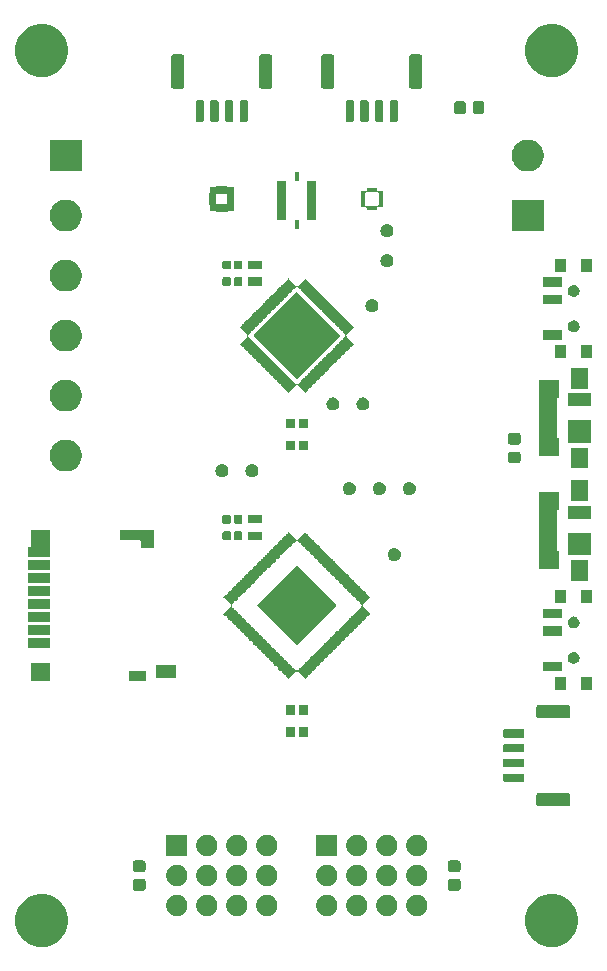
<source format=gts>
G04 #@! TF.GenerationSoftware,KiCad,Pcbnew,(5.1.5)-3*
G04 #@! TF.CreationDate,2021-07-31T13:35:11-07:00*
G04 #@! TF.ProjectId,allfc,616c6c66-632e-46b6-9963-61645f706362,rev?*
G04 #@! TF.SameCoordinates,Original*
G04 #@! TF.FileFunction,Soldermask,Top*
G04 #@! TF.FilePolarity,Negative*
%FSLAX46Y46*%
G04 Gerber Fmt 4.6, Leading zero omitted, Abs format (unit mm)*
G04 Created by KiCad (PCBNEW (5.1.5)-3) date 2021-07-31 13:35:11*
%MOMM*%
%LPD*%
G04 APERTURE LIST*
%ADD10C,0.127000*%
G04 APERTURE END LIST*
D10*
G36*
X113305880Y-138729776D02*
G01*
X113686593Y-138805504D01*
X114096249Y-138975189D01*
X114464929Y-139221534D01*
X114778466Y-139535071D01*
X115024811Y-139903751D01*
X115194496Y-140313407D01*
X115281000Y-140748296D01*
X115281000Y-141191704D01*
X115194496Y-141626593D01*
X115024811Y-142036249D01*
X114778466Y-142404929D01*
X114464929Y-142718466D01*
X114096249Y-142964811D01*
X113686593Y-143134496D01*
X113305880Y-143210224D01*
X113251705Y-143221000D01*
X112808295Y-143221000D01*
X112754120Y-143210224D01*
X112373407Y-143134496D01*
X111963751Y-142964811D01*
X111595071Y-142718466D01*
X111281534Y-142404929D01*
X111035189Y-142036249D01*
X110865504Y-141626593D01*
X110779000Y-141191704D01*
X110779000Y-140748296D01*
X110865504Y-140313407D01*
X111035189Y-139903751D01*
X111281534Y-139535071D01*
X111595071Y-139221534D01*
X111963751Y-138975189D01*
X112373407Y-138805504D01*
X112754120Y-138729776D01*
X112808295Y-138719000D01*
X113251705Y-138719000D01*
X113305880Y-138729776D01*
G37*
G36*
X70125880Y-138729776D02*
G01*
X70506593Y-138805504D01*
X70916249Y-138975189D01*
X71284929Y-139221534D01*
X71598466Y-139535071D01*
X71844811Y-139903751D01*
X72014496Y-140313407D01*
X72101000Y-140748296D01*
X72101000Y-141191704D01*
X72014496Y-141626593D01*
X71844811Y-142036249D01*
X71598466Y-142404929D01*
X71284929Y-142718466D01*
X70916249Y-142964811D01*
X70506593Y-143134496D01*
X70125880Y-143210224D01*
X70071705Y-143221000D01*
X69628295Y-143221000D01*
X69574120Y-143210224D01*
X69193407Y-143134496D01*
X68783751Y-142964811D01*
X68415071Y-142718466D01*
X68101534Y-142404929D01*
X67855189Y-142036249D01*
X67685504Y-141626593D01*
X67599000Y-141191704D01*
X67599000Y-140748296D01*
X67685504Y-140313407D01*
X67855189Y-139903751D01*
X68101534Y-139535071D01*
X68415071Y-139221534D01*
X68783751Y-138975189D01*
X69193407Y-138805504D01*
X69574120Y-138729776D01*
X69628295Y-138719000D01*
X70071705Y-138719000D01*
X70125880Y-138729776D01*
G37*
G36*
X94093512Y-138803927D02*
G01*
X94242812Y-138833624D01*
X94406784Y-138901544D01*
X94554354Y-139000147D01*
X94679853Y-139125646D01*
X94778456Y-139273216D01*
X94846376Y-139437188D01*
X94881000Y-139611259D01*
X94881000Y-139788741D01*
X94846376Y-139962812D01*
X94778456Y-140126784D01*
X94679853Y-140274354D01*
X94554354Y-140399853D01*
X94406784Y-140498456D01*
X94242812Y-140566376D01*
X94093512Y-140596073D01*
X94068742Y-140601000D01*
X93891258Y-140601000D01*
X93866488Y-140596073D01*
X93717188Y-140566376D01*
X93553216Y-140498456D01*
X93405646Y-140399853D01*
X93280147Y-140274354D01*
X93181544Y-140126784D01*
X93113624Y-139962812D01*
X93079000Y-139788741D01*
X93079000Y-139611259D01*
X93113624Y-139437188D01*
X93181544Y-139273216D01*
X93280147Y-139125646D01*
X93405646Y-139000147D01*
X93553216Y-138901544D01*
X93717188Y-138833624D01*
X93866488Y-138803927D01*
X93891258Y-138799000D01*
X94068742Y-138799000D01*
X94093512Y-138803927D01*
G37*
G36*
X101713512Y-138803927D02*
G01*
X101862812Y-138833624D01*
X102026784Y-138901544D01*
X102174354Y-139000147D01*
X102299853Y-139125646D01*
X102398456Y-139273216D01*
X102466376Y-139437188D01*
X102501000Y-139611259D01*
X102501000Y-139788741D01*
X102466376Y-139962812D01*
X102398456Y-140126784D01*
X102299853Y-140274354D01*
X102174354Y-140399853D01*
X102026784Y-140498456D01*
X101862812Y-140566376D01*
X101713512Y-140596073D01*
X101688742Y-140601000D01*
X101511258Y-140601000D01*
X101486488Y-140596073D01*
X101337188Y-140566376D01*
X101173216Y-140498456D01*
X101025646Y-140399853D01*
X100900147Y-140274354D01*
X100801544Y-140126784D01*
X100733624Y-139962812D01*
X100699000Y-139788741D01*
X100699000Y-139611259D01*
X100733624Y-139437188D01*
X100801544Y-139273216D01*
X100900147Y-139125646D01*
X101025646Y-139000147D01*
X101173216Y-138901544D01*
X101337188Y-138833624D01*
X101486488Y-138803927D01*
X101511258Y-138799000D01*
X101688742Y-138799000D01*
X101713512Y-138803927D01*
G37*
G36*
X99173512Y-138803927D02*
G01*
X99322812Y-138833624D01*
X99486784Y-138901544D01*
X99634354Y-139000147D01*
X99759853Y-139125646D01*
X99858456Y-139273216D01*
X99926376Y-139437188D01*
X99961000Y-139611259D01*
X99961000Y-139788741D01*
X99926376Y-139962812D01*
X99858456Y-140126784D01*
X99759853Y-140274354D01*
X99634354Y-140399853D01*
X99486784Y-140498456D01*
X99322812Y-140566376D01*
X99173512Y-140596073D01*
X99148742Y-140601000D01*
X98971258Y-140601000D01*
X98946488Y-140596073D01*
X98797188Y-140566376D01*
X98633216Y-140498456D01*
X98485646Y-140399853D01*
X98360147Y-140274354D01*
X98261544Y-140126784D01*
X98193624Y-139962812D01*
X98159000Y-139788741D01*
X98159000Y-139611259D01*
X98193624Y-139437188D01*
X98261544Y-139273216D01*
X98360147Y-139125646D01*
X98485646Y-139000147D01*
X98633216Y-138901544D01*
X98797188Y-138833624D01*
X98946488Y-138803927D01*
X98971258Y-138799000D01*
X99148742Y-138799000D01*
X99173512Y-138803927D01*
G37*
G36*
X81393512Y-138803927D02*
G01*
X81542812Y-138833624D01*
X81706784Y-138901544D01*
X81854354Y-139000147D01*
X81979853Y-139125646D01*
X82078456Y-139273216D01*
X82146376Y-139437188D01*
X82181000Y-139611259D01*
X82181000Y-139788741D01*
X82146376Y-139962812D01*
X82078456Y-140126784D01*
X81979853Y-140274354D01*
X81854354Y-140399853D01*
X81706784Y-140498456D01*
X81542812Y-140566376D01*
X81393512Y-140596073D01*
X81368742Y-140601000D01*
X81191258Y-140601000D01*
X81166488Y-140596073D01*
X81017188Y-140566376D01*
X80853216Y-140498456D01*
X80705646Y-140399853D01*
X80580147Y-140274354D01*
X80481544Y-140126784D01*
X80413624Y-139962812D01*
X80379000Y-139788741D01*
X80379000Y-139611259D01*
X80413624Y-139437188D01*
X80481544Y-139273216D01*
X80580147Y-139125646D01*
X80705646Y-139000147D01*
X80853216Y-138901544D01*
X81017188Y-138833624D01*
X81166488Y-138803927D01*
X81191258Y-138799000D01*
X81368742Y-138799000D01*
X81393512Y-138803927D01*
G37*
G36*
X96633512Y-138803927D02*
G01*
X96782812Y-138833624D01*
X96946784Y-138901544D01*
X97094354Y-139000147D01*
X97219853Y-139125646D01*
X97318456Y-139273216D01*
X97386376Y-139437188D01*
X97421000Y-139611259D01*
X97421000Y-139788741D01*
X97386376Y-139962812D01*
X97318456Y-140126784D01*
X97219853Y-140274354D01*
X97094354Y-140399853D01*
X96946784Y-140498456D01*
X96782812Y-140566376D01*
X96633512Y-140596073D01*
X96608742Y-140601000D01*
X96431258Y-140601000D01*
X96406488Y-140596073D01*
X96257188Y-140566376D01*
X96093216Y-140498456D01*
X95945646Y-140399853D01*
X95820147Y-140274354D01*
X95721544Y-140126784D01*
X95653624Y-139962812D01*
X95619000Y-139788741D01*
X95619000Y-139611259D01*
X95653624Y-139437188D01*
X95721544Y-139273216D01*
X95820147Y-139125646D01*
X95945646Y-139000147D01*
X96093216Y-138901544D01*
X96257188Y-138833624D01*
X96406488Y-138803927D01*
X96431258Y-138799000D01*
X96608742Y-138799000D01*
X96633512Y-138803927D01*
G37*
G36*
X89013512Y-138803927D02*
G01*
X89162812Y-138833624D01*
X89326784Y-138901544D01*
X89474354Y-139000147D01*
X89599853Y-139125646D01*
X89698456Y-139273216D01*
X89766376Y-139437188D01*
X89801000Y-139611259D01*
X89801000Y-139788741D01*
X89766376Y-139962812D01*
X89698456Y-140126784D01*
X89599853Y-140274354D01*
X89474354Y-140399853D01*
X89326784Y-140498456D01*
X89162812Y-140566376D01*
X89013512Y-140596073D01*
X88988742Y-140601000D01*
X88811258Y-140601000D01*
X88786488Y-140596073D01*
X88637188Y-140566376D01*
X88473216Y-140498456D01*
X88325646Y-140399853D01*
X88200147Y-140274354D01*
X88101544Y-140126784D01*
X88033624Y-139962812D01*
X87999000Y-139788741D01*
X87999000Y-139611259D01*
X88033624Y-139437188D01*
X88101544Y-139273216D01*
X88200147Y-139125646D01*
X88325646Y-139000147D01*
X88473216Y-138901544D01*
X88637188Y-138833624D01*
X88786488Y-138803927D01*
X88811258Y-138799000D01*
X88988742Y-138799000D01*
X89013512Y-138803927D01*
G37*
G36*
X86473512Y-138803927D02*
G01*
X86622812Y-138833624D01*
X86786784Y-138901544D01*
X86934354Y-139000147D01*
X87059853Y-139125646D01*
X87158456Y-139273216D01*
X87226376Y-139437188D01*
X87261000Y-139611259D01*
X87261000Y-139788741D01*
X87226376Y-139962812D01*
X87158456Y-140126784D01*
X87059853Y-140274354D01*
X86934354Y-140399853D01*
X86786784Y-140498456D01*
X86622812Y-140566376D01*
X86473512Y-140596073D01*
X86448742Y-140601000D01*
X86271258Y-140601000D01*
X86246488Y-140596073D01*
X86097188Y-140566376D01*
X85933216Y-140498456D01*
X85785646Y-140399853D01*
X85660147Y-140274354D01*
X85561544Y-140126784D01*
X85493624Y-139962812D01*
X85459000Y-139788741D01*
X85459000Y-139611259D01*
X85493624Y-139437188D01*
X85561544Y-139273216D01*
X85660147Y-139125646D01*
X85785646Y-139000147D01*
X85933216Y-138901544D01*
X86097188Y-138833624D01*
X86246488Y-138803927D01*
X86271258Y-138799000D01*
X86448742Y-138799000D01*
X86473512Y-138803927D01*
G37*
G36*
X83933512Y-138803927D02*
G01*
X84082812Y-138833624D01*
X84246784Y-138901544D01*
X84394354Y-139000147D01*
X84519853Y-139125646D01*
X84618456Y-139273216D01*
X84686376Y-139437188D01*
X84721000Y-139611259D01*
X84721000Y-139788741D01*
X84686376Y-139962812D01*
X84618456Y-140126784D01*
X84519853Y-140274354D01*
X84394354Y-140399853D01*
X84246784Y-140498456D01*
X84082812Y-140566376D01*
X83933512Y-140596073D01*
X83908742Y-140601000D01*
X83731258Y-140601000D01*
X83706488Y-140596073D01*
X83557188Y-140566376D01*
X83393216Y-140498456D01*
X83245646Y-140399853D01*
X83120147Y-140274354D01*
X83021544Y-140126784D01*
X82953624Y-139962812D01*
X82919000Y-139788741D01*
X82919000Y-139611259D01*
X82953624Y-139437188D01*
X83021544Y-139273216D01*
X83120147Y-139125646D01*
X83245646Y-139000147D01*
X83393216Y-138901544D01*
X83557188Y-138833624D01*
X83706488Y-138803927D01*
X83731258Y-138799000D01*
X83908742Y-138799000D01*
X83933512Y-138803927D01*
G37*
G36*
X78484591Y-137463085D02*
G01*
X78518569Y-137473393D01*
X78549890Y-137490134D01*
X78577339Y-137512661D01*
X78599866Y-137540110D01*
X78616607Y-137571431D01*
X78626915Y-137605409D01*
X78631000Y-137646890D01*
X78631000Y-138248110D01*
X78626915Y-138289591D01*
X78616607Y-138323569D01*
X78599866Y-138354890D01*
X78577339Y-138382339D01*
X78549890Y-138404866D01*
X78518569Y-138421607D01*
X78484591Y-138431915D01*
X78443110Y-138436000D01*
X77766890Y-138436000D01*
X77725409Y-138431915D01*
X77691431Y-138421607D01*
X77660110Y-138404866D01*
X77632661Y-138382339D01*
X77610134Y-138354890D01*
X77593393Y-138323569D01*
X77583085Y-138289591D01*
X77579000Y-138248110D01*
X77579000Y-137646890D01*
X77583085Y-137605409D01*
X77593393Y-137571431D01*
X77610134Y-137540110D01*
X77632661Y-137512661D01*
X77660110Y-137490134D01*
X77691431Y-137473393D01*
X77725409Y-137463085D01*
X77766890Y-137459000D01*
X78443110Y-137459000D01*
X78484591Y-137463085D01*
G37*
G36*
X105154591Y-137463085D02*
G01*
X105188569Y-137473393D01*
X105219890Y-137490134D01*
X105247339Y-137512661D01*
X105269866Y-137540110D01*
X105286607Y-137571431D01*
X105296915Y-137605409D01*
X105301000Y-137646890D01*
X105301000Y-138248110D01*
X105296915Y-138289591D01*
X105286607Y-138323569D01*
X105269866Y-138354890D01*
X105247339Y-138382339D01*
X105219890Y-138404866D01*
X105188569Y-138421607D01*
X105154591Y-138431915D01*
X105113110Y-138436000D01*
X104436890Y-138436000D01*
X104395409Y-138431915D01*
X104361431Y-138421607D01*
X104330110Y-138404866D01*
X104302661Y-138382339D01*
X104280134Y-138354890D01*
X104263393Y-138323569D01*
X104253085Y-138289591D01*
X104249000Y-138248110D01*
X104249000Y-137646890D01*
X104253085Y-137605409D01*
X104263393Y-137571431D01*
X104280134Y-137540110D01*
X104302661Y-137512661D01*
X104330110Y-137490134D01*
X104361431Y-137473393D01*
X104395409Y-137463085D01*
X104436890Y-137459000D01*
X105113110Y-137459000D01*
X105154591Y-137463085D01*
G37*
G36*
X81393512Y-136263927D02*
G01*
X81542812Y-136293624D01*
X81706784Y-136361544D01*
X81854354Y-136460147D01*
X81979853Y-136585646D01*
X82078456Y-136733216D01*
X82146376Y-136897188D01*
X82181000Y-137071259D01*
X82181000Y-137248741D01*
X82146376Y-137422812D01*
X82078456Y-137586784D01*
X81979853Y-137734354D01*
X81854354Y-137859853D01*
X81706784Y-137958456D01*
X81542812Y-138026376D01*
X81393512Y-138056073D01*
X81368742Y-138061000D01*
X81191258Y-138061000D01*
X81166488Y-138056073D01*
X81017188Y-138026376D01*
X80853216Y-137958456D01*
X80705646Y-137859853D01*
X80580147Y-137734354D01*
X80481544Y-137586784D01*
X80413624Y-137422812D01*
X80379000Y-137248741D01*
X80379000Y-137071259D01*
X80413624Y-136897188D01*
X80481544Y-136733216D01*
X80580147Y-136585646D01*
X80705646Y-136460147D01*
X80853216Y-136361544D01*
X81017188Y-136293624D01*
X81166488Y-136263927D01*
X81191258Y-136259000D01*
X81368742Y-136259000D01*
X81393512Y-136263927D01*
G37*
G36*
X89013512Y-136263927D02*
G01*
X89162812Y-136293624D01*
X89326784Y-136361544D01*
X89474354Y-136460147D01*
X89599853Y-136585646D01*
X89698456Y-136733216D01*
X89766376Y-136897188D01*
X89801000Y-137071259D01*
X89801000Y-137248741D01*
X89766376Y-137422812D01*
X89698456Y-137586784D01*
X89599853Y-137734354D01*
X89474354Y-137859853D01*
X89326784Y-137958456D01*
X89162812Y-138026376D01*
X89013512Y-138056073D01*
X88988742Y-138061000D01*
X88811258Y-138061000D01*
X88786488Y-138056073D01*
X88637188Y-138026376D01*
X88473216Y-137958456D01*
X88325646Y-137859853D01*
X88200147Y-137734354D01*
X88101544Y-137586784D01*
X88033624Y-137422812D01*
X87999000Y-137248741D01*
X87999000Y-137071259D01*
X88033624Y-136897188D01*
X88101544Y-136733216D01*
X88200147Y-136585646D01*
X88325646Y-136460147D01*
X88473216Y-136361544D01*
X88637188Y-136293624D01*
X88786488Y-136263927D01*
X88811258Y-136259000D01*
X88988742Y-136259000D01*
X89013512Y-136263927D01*
G37*
G36*
X94093512Y-136263927D02*
G01*
X94242812Y-136293624D01*
X94406784Y-136361544D01*
X94554354Y-136460147D01*
X94679853Y-136585646D01*
X94778456Y-136733216D01*
X94846376Y-136897188D01*
X94881000Y-137071259D01*
X94881000Y-137248741D01*
X94846376Y-137422812D01*
X94778456Y-137586784D01*
X94679853Y-137734354D01*
X94554354Y-137859853D01*
X94406784Y-137958456D01*
X94242812Y-138026376D01*
X94093512Y-138056073D01*
X94068742Y-138061000D01*
X93891258Y-138061000D01*
X93866488Y-138056073D01*
X93717188Y-138026376D01*
X93553216Y-137958456D01*
X93405646Y-137859853D01*
X93280147Y-137734354D01*
X93181544Y-137586784D01*
X93113624Y-137422812D01*
X93079000Y-137248741D01*
X93079000Y-137071259D01*
X93113624Y-136897188D01*
X93181544Y-136733216D01*
X93280147Y-136585646D01*
X93405646Y-136460147D01*
X93553216Y-136361544D01*
X93717188Y-136293624D01*
X93866488Y-136263927D01*
X93891258Y-136259000D01*
X94068742Y-136259000D01*
X94093512Y-136263927D01*
G37*
G36*
X83933512Y-136263927D02*
G01*
X84082812Y-136293624D01*
X84246784Y-136361544D01*
X84394354Y-136460147D01*
X84519853Y-136585646D01*
X84618456Y-136733216D01*
X84686376Y-136897188D01*
X84721000Y-137071259D01*
X84721000Y-137248741D01*
X84686376Y-137422812D01*
X84618456Y-137586784D01*
X84519853Y-137734354D01*
X84394354Y-137859853D01*
X84246784Y-137958456D01*
X84082812Y-138026376D01*
X83933512Y-138056073D01*
X83908742Y-138061000D01*
X83731258Y-138061000D01*
X83706488Y-138056073D01*
X83557188Y-138026376D01*
X83393216Y-137958456D01*
X83245646Y-137859853D01*
X83120147Y-137734354D01*
X83021544Y-137586784D01*
X82953624Y-137422812D01*
X82919000Y-137248741D01*
X82919000Y-137071259D01*
X82953624Y-136897188D01*
X83021544Y-136733216D01*
X83120147Y-136585646D01*
X83245646Y-136460147D01*
X83393216Y-136361544D01*
X83557188Y-136293624D01*
X83706488Y-136263927D01*
X83731258Y-136259000D01*
X83908742Y-136259000D01*
X83933512Y-136263927D01*
G37*
G36*
X96633512Y-136263927D02*
G01*
X96782812Y-136293624D01*
X96946784Y-136361544D01*
X97094354Y-136460147D01*
X97219853Y-136585646D01*
X97318456Y-136733216D01*
X97386376Y-136897188D01*
X97421000Y-137071259D01*
X97421000Y-137248741D01*
X97386376Y-137422812D01*
X97318456Y-137586784D01*
X97219853Y-137734354D01*
X97094354Y-137859853D01*
X96946784Y-137958456D01*
X96782812Y-138026376D01*
X96633512Y-138056073D01*
X96608742Y-138061000D01*
X96431258Y-138061000D01*
X96406488Y-138056073D01*
X96257188Y-138026376D01*
X96093216Y-137958456D01*
X95945646Y-137859853D01*
X95820147Y-137734354D01*
X95721544Y-137586784D01*
X95653624Y-137422812D01*
X95619000Y-137248741D01*
X95619000Y-137071259D01*
X95653624Y-136897188D01*
X95721544Y-136733216D01*
X95820147Y-136585646D01*
X95945646Y-136460147D01*
X96093216Y-136361544D01*
X96257188Y-136293624D01*
X96406488Y-136263927D01*
X96431258Y-136259000D01*
X96608742Y-136259000D01*
X96633512Y-136263927D01*
G37*
G36*
X99173512Y-136263927D02*
G01*
X99322812Y-136293624D01*
X99486784Y-136361544D01*
X99634354Y-136460147D01*
X99759853Y-136585646D01*
X99858456Y-136733216D01*
X99926376Y-136897188D01*
X99961000Y-137071259D01*
X99961000Y-137248741D01*
X99926376Y-137422812D01*
X99858456Y-137586784D01*
X99759853Y-137734354D01*
X99634354Y-137859853D01*
X99486784Y-137958456D01*
X99322812Y-138026376D01*
X99173512Y-138056073D01*
X99148742Y-138061000D01*
X98971258Y-138061000D01*
X98946488Y-138056073D01*
X98797188Y-138026376D01*
X98633216Y-137958456D01*
X98485646Y-137859853D01*
X98360147Y-137734354D01*
X98261544Y-137586784D01*
X98193624Y-137422812D01*
X98159000Y-137248741D01*
X98159000Y-137071259D01*
X98193624Y-136897188D01*
X98261544Y-136733216D01*
X98360147Y-136585646D01*
X98485646Y-136460147D01*
X98633216Y-136361544D01*
X98797188Y-136293624D01*
X98946488Y-136263927D01*
X98971258Y-136259000D01*
X99148742Y-136259000D01*
X99173512Y-136263927D01*
G37*
G36*
X86473512Y-136263927D02*
G01*
X86622812Y-136293624D01*
X86786784Y-136361544D01*
X86934354Y-136460147D01*
X87059853Y-136585646D01*
X87158456Y-136733216D01*
X87226376Y-136897188D01*
X87261000Y-137071259D01*
X87261000Y-137248741D01*
X87226376Y-137422812D01*
X87158456Y-137586784D01*
X87059853Y-137734354D01*
X86934354Y-137859853D01*
X86786784Y-137958456D01*
X86622812Y-138026376D01*
X86473512Y-138056073D01*
X86448742Y-138061000D01*
X86271258Y-138061000D01*
X86246488Y-138056073D01*
X86097188Y-138026376D01*
X85933216Y-137958456D01*
X85785646Y-137859853D01*
X85660147Y-137734354D01*
X85561544Y-137586784D01*
X85493624Y-137422812D01*
X85459000Y-137248741D01*
X85459000Y-137071259D01*
X85493624Y-136897188D01*
X85561544Y-136733216D01*
X85660147Y-136585646D01*
X85785646Y-136460147D01*
X85933216Y-136361544D01*
X86097188Y-136293624D01*
X86246488Y-136263927D01*
X86271258Y-136259000D01*
X86448742Y-136259000D01*
X86473512Y-136263927D01*
G37*
G36*
X101713512Y-136263927D02*
G01*
X101862812Y-136293624D01*
X102026784Y-136361544D01*
X102174354Y-136460147D01*
X102299853Y-136585646D01*
X102398456Y-136733216D01*
X102466376Y-136897188D01*
X102501000Y-137071259D01*
X102501000Y-137248741D01*
X102466376Y-137422812D01*
X102398456Y-137586784D01*
X102299853Y-137734354D01*
X102174354Y-137859853D01*
X102026784Y-137958456D01*
X101862812Y-138026376D01*
X101713512Y-138056073D01*
X101688742Y-138061000D01*
X101511258Y-138061000D01*
X101486488Y-138056073D01*
X101337188Y-138026376D01*
X101173216Y-137958456D01*
X101025646Y-137859853D01*
X100900147Y-137734354D01*
X100801544Y-137586784D01*
X100733624Y-137422812D01*
X100699000Y-137248741D01*
X100699000Y-137071259D01*
X100733624Y-136897188D01*
X100801544Y-136733216D01*
X100900147Y-136585646D01*
X101025646Y-136460147D01*
X101173216Y-136361544D01*
X101337188Y-136293624D01*
X101486488Y-136263927D01*
X101511258Y-136259000D01*
X101688742Y-136259000D01*
X101713512Y-136263927D01*
G37*
G36*
X105154591Y-135888085D02*
G01*
X105188569Y-135898393D01*
X105219890Y-135915134D01*
X105247339Y-135937661D01*
X105269866Y-135965110D01*
X105286607Y-135996431D01*
X105296915Y-136030409D01*
X105301000Y-136071890D01*
X105301000Y-136673110D01*
X105296915Y-136714591D01*
X105286607Y-136748569D01*
X105269866Y-136779890D01*
X105247339Y-136807339D01*
X105219890Y-136829866D01*
X105188569Y-136846607D01*
X105154591Y-136856915D01*
X105113110Y-136861000D01*
X104436890Y-136861000D01*
X104395409Y-136856915D01*
X104361431Y-136846607D01*
X104330110Y-136829866D01*
X104302661Y-136807339D01*
X104280134Y-136779890D01*
X104263393Y-136748569D01*
X104253085Y-136714591D01*
X104249000Y-136673110D01*
X104249000Y-136071890D01*
X104253085Y-136030409D01*
X104263393Y-135996431D01*
X104280134Y-135965110D01*
X104302661Y-135937661D01*
X104330110Y-135915134D01*
X104361431Y-135898393D01*
X104395409Y-135888085D01*
X104436890Y-135884000D01*
X105113110Y-135884000D01*
X105154591Y-135888085D01*
G37*
G36*
X78484591Y-135888085D02*
G01*
X78518569Y-135898393D01*
X78549890Y-135915134D01*
X78577339Y-135937661D01*
X78599866Y-135965110D01*
X78616607Y-135996431D01*
X78626915Y-136030409D01*
X78631000Y-136071890D01*
X78631000Y-136673110D01*
X78626915Y-136714591D01*
X78616607Y-136748569D01*
X78599866Y-136779890D01*
X78577339Y-136807339D01*
X78549890Y-136829866D01*
X78518569Y-136846607D01*
X78484591Y-136856915D01*
X78443110Y-136861000D01*
X77766890Y-136861000D01*
X77725409Y-136856915D01*
X77691431Y-136846607D01*
X77660110Y-136829866D01*
X77632661Y-136807339D01*
X77610134Y-136779890D01*
X77593393Y-136748569D01*
X77583085Y-136714591D01*
X77579000Y-136673110D01*
X77579000Y-136071890D01*
X77583085Y-136030409D01*
X77593393Y-135996431D01*
X77610134Y-135965110D01*
X77632661Y-135937661D01*
X77660110Y-135915134D01*
X77691431Y-135898393D01*
X77725409Y-135888085D01*
X77766890Y-135884000D01*
X78443110Y-135884000D01*
X78484591Y-135888085D01*
G37*
G36*
X82181000Y-135521000D02*
G01*
X80379000Y-135521000D01*
X80379000Y-133719000D01*
X82181000Y-133719000D01*
X82181000Y-135521000D01*
G37*
G36*
X86473512Y-133723927D02*
G01*
X86622812Y-133753624D01*
X86786784Y-133821544D01*
X86934354Y-133920147D01*
X87059853Y-134045646D01*
X87158456Y-134193216D01*
X87226376Y-134357188D01*
X87261000Y-134531259D01*
X87261000Y-134708741D01*
X87226376Y-134882812D01*
X87158456Y-135046784D01*
X87059853Y-135194354D01*
X86934354Y-135319853D01*
X86786784Y-135418456D01*
X86622812Y-135486376D01*
X86473512Y-135516073D01*
X86448742Y-135521000D01*
X86271258Y-135521000D01*
X86246488Y-135516073D01*
X86097188Y-135486376D01*
X85933216Y-135418456D01*
X85785646Y-135319853D01*
X85660147Y-135194354D01*
X85561544Y-135046784D01*
X85493624Y-134882812D01*
X85459000Y-134708741D01*
X85459000Y-134531259D01*
X85493624Y-134357188D01*
X85561544Y-134193216D01*
X85660147Y-134045646D01*
X85785646Y-133920147D01*
X85933216Y-133821544D01*
X86097188Y-133753624D01*
X86246488Y-133723927D01*
X86271258Y-133719000D01*
X86448742Y-133719000D01*
X86473512Y-133723927D01*
G37*
G36*
X83933512Y-133723927D02*
G01*
X84082812Y-133753624D01*
X84246784Y-133821544D01*
X84394354Y-133920147D01*
X84519853Y-134045646D01*
X84618456Y-134193216D01*
X84686376Y-134357188D01*
X84721000Y-134531259D01*
X84721000Y-134708741D01*
X84686376Y-134882812D01*
X84618456Y-135046784D01*
X84519853Y-135194354D01*
X84394354Y-135319853D01*
X84246784Y-135418456D01*
X84082812Y-135486376D01*
X83933512Y-135516073D01*
X83908742Y-135521000D01*
X83731258Y-135521000D01*
X83706488Y-135516073D01*
X83557188Y-135486376D01*
X83393216Y-135418456D01*
X83245646Y-135319853D01*
X83120147Y-135194354D01*
X83021544Y-135046784D01*
X82953624Y-134882812D01*
X82919000Y-134708741D01*
X82919000Y-134531259D01*
X82953624Y-134357188D01*
X83021544Y-134193216D01*
X83120147Y-134045646D01*
X83245646Y-133920147D01*
X83393216Y-133821544D01*
X83557188Y-133753624D01*
X83706488Y-133723927D01*
X83731258Y-133719000D01*
X83908742Y-133719000D01*
X83933512Y-133723927D01*
G37*
G36*
X89013512Y-133723927D02*
G01*
X89162812Y-133753624D01*
X89326784Y-133821544D01*
X89474354Y-133920147D01*
X89599853Y-134045646D01*
X89698456Y-134193216D01*
X89766376Y-134357188D01*
X89801000Y-134531259D01*
X89801000Y-134708741D01*
X89766376Y-134882812D01*
X89698456Y-135046784D01*
X89599853Y-135194354D01*
X89474354Y-135319853D01*
X89326784Y-135418456D01*
X89162812Y-135486376D01*
X89013512Y-135516073D01*
X88988742Y-135521000D01*
X88811258Y-135521000D01*
X88786488Y-135516073D01*
X88637188Y-135486376D01*
X88473216Y-135418456D01*
X88325646Y-135319853D01*
X88200147Y-135194354D01*
X88101544Y-135046784D01*
X88033624Y-134882812D01*
X87999000Y-134708741D01*
X87999000Y-134531259D01*
X88033624Y-134357188D01*
X88101544Y-134193216D01*
X88200147Y-134045646D01*
X88325646Y-133920147D01*
X88473216Y-133821544D01*
X88637188Y-133753624D01*
X88786488Y-133723927D01*
X88811258Y-133719000D01*
X88988742Y-133719000D01*
X89013512Y-133723927D01*
G37*
G36*
X101713512Y-133723927D02*
G01*
X101862812Y-133753624D01*
X102026784Y-133821544D01*
X102174354Y-133920147D01*
X102299853Y-134045646D01*
X102398456Y-134193216D01*
X102466376Y-134357188D01*
X102501000Y-134531259D01*
X102501000Y-134708741D01*
X102466376Y-134882812D01*
X102398456Y-135046784D01*
X102299853Y-135194354D01*
X102174354Y-135319853D01*
X102026784Y-135418456D01*
X101862812Y-135486376D01*
X101713512Y-135516073D01*
X101688742Y-135521000D01*
X101511258Y-135521000D01*
X101486488Y-135516073D01*
X101337188Y-135486376D01*
X101173216Y-135418456D01*
X101025646Y-135319853D01*
X100900147Y-135194354D01*
X100801544Y-135046784D01*
X100733624Y-134882812D01*
X100699000Y-134708741D01*
X100699000Y-134531259D01*
X100733624Y-134357188D01*
X100801544Y-134193216D01*
X100900147Y-134045646D01*
X101025646Y-133920147D01*
X101173216Y-133821544D01*
X101337188Y-133753624D01*
X101486488Y-133723927D01*
X101511258Y-133719000D01*
X101688742Y-133719000D01*
X101713512Y-133723927D01*
G37*
G36*
X94881000Y-135521000D02*
G01*
X93079000Y-135521000D01*
X93079000Y-133719000D01*
X94881000Y-133719000D01*
X94881000Y-135521000D01*
G37*
G36*
X96633512Y-133723927D02*
G01*
X96782812Y-133753624D01*
X96946784Y-133821544D01*
X97094354Y-133920147D01*
X97219853Y-134045646D01*
X97318456Y-134193216D01*
X97386376Y-134357188D01*
X97421000Y-134531259D01*
X97421000Y-134708741D01*
X97386376Y-134882812D01*
X97318456Y-135046784D01*
X97219853Y-135194354D01*
X97094354Y-135319853D01*
X96946784Y-135418456D01*
X96782812Y-135486376D01*
X96633512Y-135516073D01*
X96608742Y-135521000D01*
X96431258Y-135521000D01*
X96406488Y-135516073D01*
X96257188Y-135486376D01*
X96093216Y-135418456D01*
X95945646Y-135319853D01*
X95820147Y-135194354D01*
X95721544Y-135046784D01*
X95653624Y-134882812D01*
X95619000Y-134708741D01*
X95619000Y-134531259D01*
X95653624Y-134357188D01*
X95721544Y-134193216D01*
X95820147Y-134045646D01*
X95945646Y-133920147D01*
X96093216Y-133821544D01*
X96257188Y-133753624D01*
X96406488Y-133723927D01*
X96431258Y-133719000D01*
X96608742Y-133719000D01*
X96633512Y-133723927D01*
G37*
G36*
X99173512Y-133723927D02*
G01*
X99322812Y-133753624D01*
X99486784Y-133821544D01*
X99634354Y-133920147D01*
X99759853Y-134045646D01*
X99858456Y-134193216D01*
X99926376Y-134357188D01*
X99961000Y-134531259D01*
X99961000Y-134708741D01*
X99926376Y-134882812D01*
X99858456Y-135046784D01*
X99759853Y-135194354D01*
X99634354Y-135319853D01*
X99486784Y-135418456D01*
X99322812Y-135486376D01*
X99173512Y-135516073D01*
X99148742Y-135521000D01*
X98971258Y-135521000D01*
X98946488Y-135516073D01*
X98797188Y-135486376D01*
X98633216Y-135418456D01*
X98485646Y-135319853D01*
X98360147Y-135194354D01*
X98261544Y-135046784D01*
X98193624Y-134882812D01*
X98159000Y-134708741D01*
X98159000Y-134531259D01*
X98193624Y-134357188D01*
X98261544Y-134193216D01*
X98360147Y-134045646D01*
X98485646Y-133920147D01*
X98633216Y-133821544D01*
X98797188Y-133753624D01*
X98946488Y-133723927D01*
X98971258Y-133719000D01*
X99148742Y-133719000D01*
X99173512Y-133723927D01*
G37*
G36*
X114439434Y-130178686D02*
G01*
X114479284Y-130190774D01*
X114515999Y-130210399D01*
X114548186Y-130236814D01*
X114574601Y-130269001D01*
X114594226Y-130305716D01*
X114606314Y-130345566D01*
X114611000Y-130393141D01*
X114611000Y-131056859D01*
X114606314Y-131104434D01*
X114594226Y-131144284D01*
X114574601Y-131180999D01*
X114548186Y-131213186D01*
X114515999Y-131239601D01*
X114479284Y-131259226D01*
X114439434Y-131271314D01*
X114391859Y-131276000D01*
X111928141Y-131276000D01*
X111880566Y-131271314D01*
X111840716Y-131259226D01*
X111804001Y-131239601D01*
X111771814Y-131213186D01*
X111745399Y-131180999D01*
X111725774Y-131144284D01*
X111713686Y-131104434D01*
X111709000Y-131056859D01*
X111709000Y-130393141D01*
X111713686Y-130345566D01*
X111725774Y-130305716D01*
X111745399Y-130269001D01*
X111771814Y-130236814D01*
X111804001Y-130210399D01*
X111840716Y-130190774D01*
X111880566Y-130178686D01*
X111928141Y-130174000D01*
X114391859Y-130174000D01*
X114439434Y-130178686D01*
G37*
G36*
X110619928Y-128526764D02*
G01*
X110641009Y-128533160D01*
X110660445Y-128543548D01*
X110677476Y-128557524D01*
X110691452Y-128574555D01*
X110701840Y-128593991D01*
X110708236Y-128615072D01*
X110711000Y-128643140D01*
X110711000Y-129106860D01*
X110708236Y-129134928D01*
X110701840Y-129156009D01*
X110691452Y-129175445D01*
X110677476Y-129192476D01*
X110660445Y-129206452D01*
X110641009Y-129216840D01*
X110619928Y-129223236D01*
X110591860Y-129226000D01*
X109028140Y-129226000D01*
X109000072Y-129223236D01*
X108978991Y-129216840D01*
X108959555Y-129206452D01*
X108942524Y-129192476D01*
X108928548Y-129175445D01*
X108918160Y-129156009D01*
X108911764Y-129134928D01*
X108909000Y-129106860D01*
X108909000Y-128643140D01*
X108911764Y-128615072D01*
X108918160Y-128593991D01*
X108928548Y-128574555D01*
X108942524Y-128557524D01*
X108959555Y-128543548D01*
X108978991Y-128533160D01*
X109000072Y-128526764D01*
X109028140Y-128524000D01*
X110591860Y-128524000D01*
X110619928Y-128526764D01*
G37*
G36*
X110619928Y-127276764D02*
G01*
X110641009Y-127283160D01*
X110660445Y-127293548D01*
X110677476Y-127307524D01*
X110691452Y-127324555D01*
X110701840Y-127343991D01*
X110708236Y-127365072D01*
X110711000Y-127393140D01*
X110711000Y-127856860D01*
X110708236Y-127884928D01*
X110701840Y-127906009D01*
X110691452Y-127925445D01*
X110677476Y-127942476D01*
X110660445Y-127956452D01*
X110641009Y-127966840D01*
X110619928Y-127973236D01*
X110591860Y-127976000D01*
X109028140Y-127976000D01*
X109000072Y-127973236D01*
X108978991Y-127966840D01*
X108959555Y-127956452D01*
X108942524Y-127942476D01*
X108928548Y-127925445D01*
X108918160Y-127906009D01*
X108911764Y-127884928D01*
X108909000Y-127856860D01*
X108909000Y-127393140D01*
X108911764Y-127365072D01*
X108918160Y-127343991D01*
X108928548Y-127324555D01*
X108942524Y-127307524D01*
X108959555Y-127293548D01*
X108978991Y-127283160D01*
X109000072Y-127276764D01*
X109028140Y-127274000D01*
X110591860Y-127274000D01*
X110619928Y-127276764D01*
G37*
G36*
X110619928Y-126026764D02*
G01*
X110641009Y-126033160D01*
X110660445Y-126043548D01*
X110677476Y-126057524D01*
X110691452Y-126074555D01*
X110701840Y-126093991D01*
X110708236Y-126115072D01*
X110711000Y-126143140D01*
X110711000Y-126606860D01*
X110708236Y-126634928D01*
X110701840Y-126656009D01*
X110691452Y-126675445D01*
X110677476Y-126692476D01*
X110660445Y-126706452D01*
X110641009Y-126716840D01*
X110619928Y-126723236D01*
X110591860Y-126726000D01*
X109028140Y-126726000D01*
X109000072Y-126723236D01*
X108978991Y-126716840D01*
X108959555Y-126706452D01*
X108942524Y-126692476D01*
X108928548Y-126675445D01*
X108918160Y-126656009D01*
X108911764Y-126634928D01*
X108909000Y-126606860D01*
X108909000Y-126143140D01*
X108911764Y-126115072D01*
X108918160Y-126093991D01*
X108928548Y-126074555D01*
X108942524Y-126057524D01*
X108959555Y-126043548D01*
X108978991Y-126033160D01*
X109000072Y-126026764D01*
X109028140Y-126024000D01*
X110591860Y-126024000D01*
X110619928Y-126026764D01*
G37*
G36*
X110619928Y-124776764D02*
G01*
X110641009Y-124783160D01*
X110660445Y-124793548D01*
X110677476Y-124807524D01*
X110691452Y-124824555D01*
X110701840Y-124843991D01*
X110708236Y-124865072D01*
X110711000Y-124893140D01*
X110711000Y-125356860D01*
X110708236Y-125384928D01*
X110701840Y-125406009D01*
X110691452Y-125425445D01*
X110677476Y-125442476D01*
X110660445Y-125456452D01*
X110641009Y-125466840D01*
X110619928Y-125473236D01*
X110591860Y-125476000D01*
X109028140Y-125476000D01*
X109000072Y-125473236D01*
X108978991Y-125466840D01*
X108959555Y-125456452D01*
X108942524Y-125442476D01*
X108928548Y-125425445D01*
X108918160Y-125406009D01*
X108911764Y-125384928D01*
X108909000Y-125356860D01*
X108909000Y-124893140D01*
X108911764Y-124865072D01*
X108918160Y-124843991D01*
X108928548Y-124824555D01*
X108942524Y-124807524D01*
X108959555Y-124793548D01*
X108978991Y-124783160D01*
X109000072Y-124776764D01*
X109028140Y-124774000D01*
X110591860Y-124774000D01*
X110619928Y-124776764D01*
G37*
G36*
X92391000Y-125395000D02*
G01*
X91589000Y-125395000D01*
X91589000Y-124593000D01*
X92391000Y-124593000D01*
X92391000Y-125395000D01*
G37*
G36*
X91291000Y-125395000D02*
G01*
X90489000Y-125395000D01*
X90489000Y-124593000D01*
X91291000Y-124593000D01*
X91291000Y-125395000D01*
G37*
G36*
X114439434Y-122728686D02*
G01*
X114479284Y-122740774D01*
X114515999Y-122760399D01*
X114548186Y-122786814D01*
X114574601Y-122819001D01*
X114594226Y-122855716D01*
X114606314Y-122895566D01*
X114611000Y-122943141D01*
X114611000Y-123606859D01*
X114606314Y-123654434D01*
X114594226Y-123694284D01*
X114574601Y-123730999D01*
X114548186Y-123763186D01*
X114515999Y-123789601D01*
X114479284Y-123809226D01*
X114439434Y-123821314D01*
X114391859Y-123826000D01*
X111928141Y-123826000D01*
X111880566Y-123821314D01*
X111840716Y-123809226D01*
X111804001Y-123789601D01*
X111771814Y-123763186D01*
X111745399Y-123730999D01*
X111725774Y-123694284D01*
X111713686Y-123654434D01*
X111709000Y-123606859D01*
X111709000Y-122943141D01*
X111713686Y-122895566D01*
X111725774Y-122855716D01*
X111745399Y-122819001D01*
X111771814Y-122786814D01*
X111804001Y-122760399D01*
X111840716Y-122740774D01*
X111880566Y-122728686D01*
X111928141Y-122724000D01*
X114391859Y-122724000D01*
X114439434Y-122728686D01*
G37*
G36*
X91291000Y-123565000D02*
G01*
X90489000Y-123565000D01*
X90489000Y-122763000D01*
X91291000Y-122763000D01*
X91291000Y-123565000D01*
G37*
G36*
X92391000Y-123565000D02*
G01*
X91589000Y-123565000D01*
X91589000Y-122763000D01*
X92391000Y-122763000D01*
X92391000Y-123565000D01*
G37*
G36*
X116435000Y-121422000D02*
G01*
X115533000Y-121422000D01*
X115533000Y-120320000D01*
X116435000Y-120320000D01*
X116435000Y-121422000D01*
G37*
G36*
X114225000Y-121422000D02*
G01*
X113323000Y-121422000D01*
X113323000Y-120320000D01*
X114225000Y-120320000D01*
X114225000Y-121422000D01*
G37*
G36*
X78706000Y-120726000D02*
G01*
X77204000Y-120726000D01*
X77204000Y-119824000D01*
X78706000Y-119824000D01*
X78706000Y-120726000D01*
G37*
G36*
X70506000Y-120726000D02*
G01*
X68904000Y-120726000D01*
X68904000Y-119124000D01*
X70506000Y-119124000D01*
X70506000Y-120726000D01*
G37*
G36*
X92149523Y-108082274D02*
G01*
X92151852Y-108082981D01*
X92153994Y-108084126D01*
X92160638Y-108089578D01*
X92200483Y-108129423D01*
X92200494Y-108129432D01*
X92307267Y-108236205D01*
X92307276Y-108236216D01*
X92347121Y-108276061D01*
X92352573Y-108282705D01*
X92353718Y-108284847D01*
X92354425Y-108287176D01*
X92354663Y-108289592D01*
X92353642Y-108299961D01*
X92353642Y-108324465D01*
X92358422Y-108348498D01*
X92367800Y-108371137D01*
X92381413Y-108391511D01*
X92398740Y-108408838D01*
X92419115Y-108422452D01*
X92441754Y-108431830D01*
X92465787Y-108436610D01*
X92490291Y-108436610D01*
X92500659Y-108435589D01*
X92503077Y-108435827D01*
X92505406Y-108436534D01*
X92507548Y-108437679D01*
X92514192Y-108443131D01*
X92554037Y-108482976D01*
X92554048Y-108482985D01*
X92660821Y-108589758D01*
X92660830Y-108589769D01*
X92700675Y-108629614D01*
X92706127Y-108636258D01*
X92707272Y-108638400D01*
X92707979Y-108640729D01*
X92708217Y-108643145D01*
X92707196Y-108653515D01*
X92707196Y-108678019D01*
X92711977Y-108702053D01*
X92721354Y-108724691D01*
X92734968Y-108745066D01*
X92752295Y-108762393D01*
X92772669Y-108776006D01*
X92795308Y-108785384D01*
X92819341Y-108790164D01*
X92843845Y-108790164D01*
X92854212Y-108789143D01*
X92856630Y-108789381D01*
X92858959Y-108790088D01*
X92861101Y-108791233D01*
X92867745Y-108796685D01*
X92907590Y-108836530D01*
X92907601Y-108836539D01*
X93014374Y-108943312D01*
X93014383Y-108943323D01*
X93054228Y-108983168D01*
X93059680Y-108989812D01*
X93060825Y-108991954D01*
X93061532Y-108994283D01*
X93061770Y-108996699D01*
X93060749Y-109007068D01*
X93060749Y-109031572D01*
X93065529Y-109055605D01*
X93074907Y-109078244D01*
X93088520Y-109098618D01*
X93105847Y-109115945D01*
X93126222Y-109129559D01*
X93148861Y-109138937D01*
X93172894Y-109143717D01*
X93197398Y-109143717D01*
X93207765Y-109142696D01*
X93210183Y-109142934D01*
X93212512Y-109143641D01*
X93214654Y-109144786D01*
X93221298Y-109150238D01*
X93261143Y-109190083D01*
X93261154Y-109190092D01*
X93367927Y-109296865D01*
X93367936Y-109296876D01*
X93407781Y-109336721D01*
X93413233Y-109343365D01*
X93414378Y-109345507D01*
X93415085Y-109347836D01*
X93415323Y-109350252D01*
X93414302Y-109360621D01*
X93414302Y-109385125D01*
X93419082Y-109409158D01*
X93428460Y-109431797D01*
X93442073Y-109452171D01*
X93459400Y-109469498D01*
X93479775Y-109483112D01*
X93502414Y-109492490D01*
X93526447Y-109497270D01*
X93550951Y-109497270D01*
X93561319Y-109496249D01*
X93563737Y-109496487D01*
X93566066Y-109497194D01*
X93568208Y-109498339D01*
X93574852Y-109503791D01*
X93614697Y-109543636D01*
X93614708Y-109543645D01*
X93721481Y-109650418D01*
X93721490Y-109650429D01*
X93761335Y-109690274D01*
X93766787Y-109696918D01*
X93767932Y-109699060D01*
X93768639Y-109701389D01*
X93768877Y-109703805D01*
X93767856Y-109714175D01*
X93767856Y-109738679D01*
X93772637Y-109762713D01*
X93782014Y-109785351D01*
X93795628Y-109805726D01*
X93812955Y-109823053D01*
X93833329Y-109836666D01*
X93855968Y-109846044D01*
X93880001Y-109850824D01*
X93904505Y-109850824D01*
X93914872Y-109849803D01*
X93917290Y-109850041D01*
X93919619Y-109850748D01*
X93921761Y-109851893D01*
X93928405Y-109857345D01*
X93968250Y-109897190D01*
X93968261Y-109897199D01*
X94075034Y-110003972D01*
X94075043Y-110003983D01*
X94114888Y-110043828D01*
X94120340Y-110050472D01*
X94121485Y-110052614D01*
X94122192Y-110054943D01*
X94122430Y-110057359D01*
X94121409Y-110067728D01*
X94121409Y-110092232D01*
X94126189Y-110116265D01*
X94135567Y-110138904D01*
X94149180Y-110159278D01*
X94166507Y-110176605D01*
X94186882Y-110190219D01*
X94209521Y-110199597D01*
X94233554Y-110204377D01*
X94258058Y-110204377D01*
X94268426Y-110203356D01*
X94270844Y-110203594D01*
X94273173Y-110204301D01*
X94275315Y-110205446D01*
X94281959Y-110210898D01*
X94321804Y-110250743D01*
X94321815Y-110250752D01*
X94428588Y-110357525D01*
X94428597Y-110357536D01*
X94468442Y-110397381D01*
X94473894Y-110404025D01*
X94475039Y-110406167D01*
X94475746Y-110408496D01*
X94475984Y-110410912D01*
X94474963Y-110421282D01*
X94474963Y-110445786D01*
X94479744Y-110469820D01*
X94489121Y-110492458D01*
X94502735Y-110512833D01*
X94520062Y-110530160D01*
X94540436Y-110543773D01*
X94563075Y-110553151D01*
X94587108Y-110557931D01*
X94611612Y-110557931D01*
X94621979Y-110556910D01*
X94624397Y-110557148D01*
X94626726Y-110557855D01*
X94628868Y-110559000D01*
X94635512Y-110564452D01*
X94675357Y-110604297D01*
X94675368Y-110604306D01*
X94782141Y-110711079D01*
X94782150Y-110711090D01*
X94821995Y-110750935D01*
X94827447Y-110757579D01*
X94828592Y-110759721D01*
X94829299Y-110762050D01*
X94829537Y-110764466D01*
X94828516Y-110774835D01*
X94828516Y-110799339D01*
X94833296Y-110823372D01*
X94842674Y-110846011D01*
X94856287Y-110866385D01*
X94873614Y-110883712D01*
X94893989Y-110897326D01*
X94916628Y-110906704D01*
X94940661Y-110911484D01*
X94965165Y-110911484D01*
X94975532Y-110910463D01*
X94977950Y-110910701D01*
X94980279Y-110911408D01*
X94982421Y-110912553D01*
X94989065Y-110918005D01*
X95028910Y-110957850D01*
X95028921Y-110957859D01*
X95135694Y-111064632D01*
X95135703Y-111064643D01*
X95175548Y-111104488D01*
X95181000Y-111111132D01*
X95182145Y-111113274D01*
X95182852Y-111115603D01*
X95183090Y-111118019D01*
X95182069Y-111128388D01*
X95182069Y-111152892D01*
X95186849Y-111176925D01*
X95196227Y-111199564D01*
X95209840Y-111219938D01*
X95227167Y-111237265D01*
X95247542Y-111250879D01*
X95270181Y-111260257D01*
X95294214Y-111265037D01*
X95318718Y-111265037D01*
X95329086Y-111264016D01*
X95331504Y-111264254D01*
X95333833Y-111264961D01*
X95335975Y-111266106D01*
X95342619Y-111271558D01*
X95382464Y-111311403D01*
X95382475Y-111311412D01*
X95489248Y-111418185D01*
X95489257Y-111418196D01*
X95529102Y-111458041D01*
X95534554Y-111464685D01*
X95535699Y-111466827D01*
X95536406Y-111469156D01*
X95536644Y-111471572D01*
X95535623Y-111481942D01*
X95535623Y-111506446D01*
X95540404Y-111530480D01*
X95549781Y-111553118D01*
X95563395Y-111573493D01*
X95580722Y-111590820D01*
X95601096Y-111604433D01*
X95623735Y-111613811D01*
X95647768Y-111618591D01*
X95672272Y-111618591D01*
X95682639Y-111617570D01*
X95685057Y-111617808D01*
X95687386Y-111618515D01*
X95689528Y-111619660D01*
X95696172Y-111625112D01*
X95736017Y-111664957D01*
X95736028Y-111664966D01*
X95842801Y-111771739D01*
X95842810Y-111771750D01*
X95882655Y-111811595D01*
X95888107Y-111818239D01*
X95889252Y-111820381D01*
X95889959Y-111822710D01*
X95890197Y-111825126D01*
X95889176Y-111835495D01*
X95889176Y-111859999D01*
X95893956Y-111884032D01*
X95903334Y-111906671D01*
X95916947Y-111927045D01*
X95934274Y-111944372D01*
X95954649Y-111957986D01*
X95977288Y-111967364D01*
X96001321Y-111972144D01*
X96025825Y-111972144D01*
X96036193Y-111971123D01*
X96038611Y-111971361D01*
X96040940Y-111972068D01*
X96043082Y-111973213D01*
X96049726Y-111978665D01*
X96089571Y-112018510D01*
X96089582Y-112018519D01*
X96196355Y-112125292D01*
X96196364Y-112125303D01*
X96236209Y-112165148D01*
X96241661Y-112171792D01*
X96242806Y-112173934D01*
X96243513Y-112176263D01*
X96243751Y-112178679D01*
X96242730Y-112189049D01*
X96242730Y-112213553D01*
X96247511Y-112237587D01*
X96256888Y-112260225D01*
X96270502Y-112280600D01*
X96287829Y-112297927D01*
X96308203Y-112311540D01*
X96330842Y-112320918D01*
X96354875Y-112325698D01*
X96379379Y-112325698D01*
X96389746Y-112324677D01*
X96392164Y-112324915D01*
X96394493Y-112325622D01*
X96396635Y-112326767D01*
X96403279Y-112332219D01*
X96443124Y-112372064D01*
X96443135Y-112372073D01*
X96549908Y-112478846D01*
X96549917Y-112478857D01*
X96589762Y-112518702D01*
X96595214Y-112525346D01*
X96596359Y-112527488D01*
X96597066Y-112529817D01*
X96597304Y-112532233D01*
X96596283Y-112542602D01*
X96596283Y-112567106D01*
X96601063Y-112591139D01*
X96610441Y-112613778D01*
X96624054Y-112634152D01*
X96641381Y-112651479D01*
X96661756Y-112665093D01*
X96684395Y-112674471D01*
X96708428Y-112679251D01*
X96732932Y-112679251D01*
X96743299Y-112678230D01*
X96745717Y-112678468D01*
X96748046Y-112679175D01*
X96750188Y-112680320D01*
X96756832Y-112685772D01*
X96796677Y-112725617D01*
X96796688Y-112725626D01*
X96903461Y-112832399D01*
X96903470Y-112832410D01*
X96943315Y-112872255D01*
X96948767Y-112878899D01*
X96949912Y-112881041D01*
X96950619Y-112883370D01*
X96950857Y-112885786D01*
X96949836Y-112896155D01*
X96949836Y-112920659D01*
X96954616Y-112944692D01*
X96963994Y-112967331D01*
X96977607Y-112987705D01*
X96994934Y-113005032D01*
X97015309Y-113018646D01*
X97037948Y-113028024D01*
X97061981Y-113032804D01*
X97086485Y-113032804D01*
X97096853Y-113031783D01*
X97099271Y-113032021D01*
X97101600Y-113032728D01*
X97103742Y-113033873D01*
X97110386Y-113039325D01*
X97150231Y-113079170D01*
X97150242Y-113079179D01*
X97257015Y-113185952D01*
X97257024Y-113185963D01*
X97296869Y-113225808D01*
X97302321Y-113232452D01*
X97303466Y-113234594D01*
X97304173Y-113236923D01*
X97304411Y-113239339D01*
X97303390Y-113249709D01*
X97303390Y-113274213D01*
X97308171Y-113298247D01*
X97317548Y-113320885D01*
X97331162Y-113341260D01*
X97348489Y-113358587D01*
X97368863Y-113372200D01*
X97391502Y-113381578D01*
X97415535Y-113386358D01*
X97440039Y-113386358D01*
X97450406Y-113385337D01*
X97452824Y-113385575D01*
X97455153Y-113386282D01*
X97457295Y-113387427D01*
X97463939Y-113392879D01*
X97503784Y-113432724D01*
X97503795Y-113432733D01*
X97610568Y-113539506D01*
X97610577Y-113539517D01*
X97650422Y-113579362D01*
X97655874Y-113586006D01*
X97657019Y-113588148D01*
X97657726Y-113590477D01*
X97657964Y-113592893D01*
X97657726Y-113595309D01*
X97657019Y-113597638D01*
X97655874Y-113599780D01*
X97650422Y-113606424D01*
X97610577Y-113646269D01*
X97610568Y-113646280D01*
X97045225Y-114211623D01*
X97029689Y-114230554D01*
X97018138Y-114252165D01*
X97011025Y-114275614D01*
X97008623Y-114300000D01*
X97011025Y-114324386D01*
X97018138Y-114347835D01*
X97029689Y-114369446D01*
X97045225Y-114388377D01*
X97610568Y-114953720D01*
X97610577Y-114953731D01*
X97650422Y-114993576D01*
X97655874Y-115000220D01*
X97657019Y-115002362D01*
X97657726Y-115004691D01*
X97657964Y-115007107D01*
X97657726Y-115009523D01*
X97657019Y-115011852D01*
X97655874Y-115013994D01*
X97650422Y-115020638D01*
X97610577Y-115060483D01*
X97610568Y-115060494D01*
X97503795Y-115167267D01*
X97503784Y-115167276D01*
X97463939Y-115207121D01*
X97457295Y-115212573D01*
X97455153Y-115213718D01*
X97452824Y-115214425D01*
X97450406Y-115214663D01*
X97440039Y-115213642D01*
X97415535Y-115213642D01*
X97391502Y-115218422D01*
X97368863Y-115227800D01*
X97348489Y-115241413D01*
X97331162Y-115258740D01*
X97317548Y-115279115D01*
X97308170Y-115301754D01*
X97303390Y-115325787D01*
X97303390Y-115350291D01*
X97304411Y-115360659D01*
X97304173Y-115363077D01*
X97303466Y-115365406D01*
X97302321Y-115367548D01*
X97296869Y-115374192D01*
X97257024Y-115414037D01*
X97257015Y-115414048D01*
X97150242Y-115520821D01*
X97150231Y-115520830D01*
X97110386Y-115560675D01*
X97103742Y-115566127D01*
X97101600Y-115567272D01*
X97099271Y-115567979D01*
X97096853Y-115568217D01*
X97086485Y-115567196D01*
X97061981Y-115567196D01*
X97037947Y-115571977D01*
X97015309Y-115581354D01*
X96994934Y-115594968D01*
X96977607Y-115612295D01*
X96963994Y-115632669D01*
X96954616Y-115655308D01*
X96949836Y-115679341D01*
X96949836Y-115703845D01*
X96950857Y-115714212D01*
X96950619Y-115716630D01*
X96949912Y-115718959D01*
X96948767Y-115721101D01*
X96943315Y-115727745D01*
X96903470Y-115767590D01*
X96903461Y-115767601D01*
X96796688Y-115874374D01*
X96796677Y-115874383D01*
X96756832Y-115914228D01*
X96750188Y-115919680D01*
X96748046Y-115920825D01*
X96745717Y-115921532D01*
X96743299Y-115921770D01*
X96732932Y-115920749D01*
X96708428Y-115920749D01*
X96684395Y-115925529D01*
X96661756Y-115934907D01*
X96641382Y-115948520D01*
X96624055Y-115965847D01*
X96610441Y-115986222D01*
X96601063Y-116008861D01*
X96596283Y-116032894D01*
X96596283Y-116057398D01*
X96597304Y-116067765D01*
X96597066Y-116070183D01*
X96596359Y-116072512D01*
X96595214Y-116074654D01*
X96589762Y-116081298D01*
X96549917Y-116121143D01*
X96549908Y-116121154D01*
X96443135Y-116227927D01*
X96443124Y-116227936D01*
X96403279Y-116267781D01*
X96396635Y-116273233D01*
X96394493Y-116274378D01*
X96392164Y-116275085D01*
X96389746Y-116275323D01*
X96379379Y-116274302D01*
X96354875Y-116274302D01*
X96330842Y-116279082D01*
X96308203Y-116288460D01*
X96287829Y-116302073D01*
X96270502Y-116319400D01*
X96256888Y-116339775D01*
X96247510Y-116362414D01*
X96242730Y-116386447D01*
X96242730Y-116410951D01*
X96243751Y-116421319D01*
X96243513Y-116423737D01*
X96242806Y-116426066D01*
X96241661Y-116428208D01*
X96236209Y-116434852D01*
X96196364Y-116474697D01*
X96196355Y-116474708D01*
X96089582Y-116581481D01*
X96089571Y-116581490D01*
X96049726Y-116621335D01*
X96043082Y-116626787D01*
X96040940Y-116627932D01*
X96038611Y-116628639D01*
X96036193Y-116628877D01*
X96025825Y-116627856D01*
X96001321Y-116627856D01*
X95977287Y-116632637D01*
X95954649Y-116642014D01*
X95934274Y-116655628D01*
X95916947Y-116672955D01*
X95903334Y-116693329D01*
X95893956Y-116715968D01*
X95889176Y-116740001D01*
X95889176Y-116764505D01*
X95890197Y-116774872D01*
X95889959Y-116777290D01*
X95889252Y-116779619D01*
X95888107Y-116781761D01*
X95882655Y-116788405D01*
X95842810Y-116828250D01*
X95842801Y-116828261D01*
X95736028Y-116935034D01*
X95736017Y-116935043D01*
X95696172Y-116974888D01*
X95689528Y-116980340D01*
X95687386Y-116981485D01*
X95685057Y-116982192D01*
X95682639Y-116982430D01*
X95672272Y-116981409D01*
X95647768Y-116981409D01*
X95623735Y-116986189D01*
X95601096Y-116995567D01*
X95580722Y-117009180D01*
X95563395Y-117026507D01*
X95549781Y-117046882D01*
X95540403Y-117069521D01*
X95535623Y-117093554D01*
X95535623Y-117118058D01*
X95536644Y-117128426D01*
X95536406Y-117130844D01*
X95535699Y-117133173D01*
X95534554Y-117135315D01*
X95529102Y-117141959D01*
X95489257Y-117181804D01*
X95489248Y-117181815D01*
X95382475Y-117288588D01*
X95382464Y-117288597D01*
X95342619Y-117328442D01*
X95335975Y-117333894D01*
X95333833Y-117335039D01*
X95331504Y-117335746D01*
X95329086Y-117335984D01*
X95318718Y-117334963D01*
X95294214Y-117334963D01*
X95270180Y-117339744D01*
X95247542Y-117349121D01*
X95227167Y-117362735D01*
X95209840Y-117380062D01*
X95196227Y-117400436D01*
X95186849Y-117423075D01*
X95182069Y-117447108D01*
X95182069Y-117471612D01*
X95183090Y-117481979D01*
X95182852Y-117484397D01*
X95182145Y-117486726D01*
X95181000Y-117488868D01*
X95175548Y-117495512D01*
X95135703Y-117535357D01*
X95135694Y-117535368D01*
X95028921Y-117642141D01*
X95028910Y-117642150D01*
X94989065Y-117681995D01*
X94982421Y-117687447D01*
X94980279Y-117688592D01*
X94977950Y-117689299D01*
X94975532Y-117689537D01*
X94965165Y-117688516D01*
X94940661Y-117688516D01*
X94916628Y-117693296D01*
X94893989Y-117702674D01*
X94873615Y-117716287D01*
X94856288Y-117733614D01*
X94842674Y-117753989D01*
X94833296Y-117776628D01*
X94828516Y-117800661D01*
X94828516Y-117825165D01*
X94829537Y-117835532D01*
X94829299Y-117837950D01*
X94828592Y-117840279D01*
X94827447Y-117842421D01*
X94821995Y-117849065D01*
X94782150Y-117888910D01*
X94782141Y-117888921D01*
X94675368Y-117995694D01*
X94675357Y-117995703D01*
X94635512Y-118035548D01*
X94628868Y-118041000D01*
X94626726Y-118042145D01*
X94624397Y-118042852D01*
X94621979Y-118043090D01*
X94611612Y-118042069D01*
X94587108Y-118042069D01*
X94563075Y-118046849D01*
X94540436Y-118056227D01*
X94520062Y-118069840D01*
X94502735Y-118087167D01*
X94489121Y-118107542D01*
X94479743Y-118130181D01*
X94474963Y-118154214D01*
X94474963Y-118178718D01*
X94475984Y-118189086D01*
X94475746Y-118191504D01*
X94475039Y-118193833D01*
X94473894Y-118195975D01*
X94468442Y-118202619D01*
X94428597Y-118242464D01*
X94428588Y-118242475D01*
X94321815Y-118349248D01*
X94321804Y-118349257D01*
X94281959Y-118389102D01*
X94275315Y-118394554D01*
X94273173Y-118395699D01*
X94270844Y-118396406D01*
X94268426Y-118396644D01*
X94258058Y-118395623D01*
X94233554Y-118395623D01*
X94209520Y-118400404D01*
X94186882Y-118409781D01*
X94166507Y-118423395D01*
X94149180Y-118440722D01*
X94135567Y-118461096D01*
X94126189Y-118483735D01*
X94121409Y-118507768D01*
X94121409Y-118532272D01*
X94122430Y-118542639D01*
X94122192Y-118545057D01*
X94121485Y-118547386D01*
X94120340Y-118549528D01*
X94114888Y-118556172D01*
X94075043Y-118596017D01*
X94075034Y-118596028D01*
X93968261Y-118702801D01*
X93968250Y-118702810D01*
X93928405Y-118742655D01*
X93921761Y-118748107D01*
X93919619Y-118749252D01*
X93917290Y-118749959D01*
X93914872Y-118750197D01*
X93904505Y-118749176D01*
X93880001Y-118749176D01*
X93855968Y-118753956D01*
X93833329Y-118763334D01*
X93812955Y-118776947D01*
X93795628Y-118794274D01*
X93782014Y-118814649D01*
X93772636Y-118837288D01*
X93767856Y-118861321D01*
X93767856Y-118885825D01*
X93768877Y-118896193D01*
X93768639Y-118898611D01*
X93767932Y-118900940D01*
X93766787Y-118903082D01*
X93761335Y-118909726D01*
X93721490Y-118949571D01*
X93721481Y-118949582D01*
X93614708Y-119056355D01*
X93614697Y-119056364D01*
X93574852Y-119096209D01*
X93568208Y-119101661D01*
X93566066Y-119102806D01*
X93563737Y-119103513D01*
X93561319Y-119103751D01*
X93550951Y-119102730D01*
X93526447Y-119102730D01*
X93502413Y-119107511D01*
X93479775Y-119116888D01*
X93459400Y-119130502D01*
X93442073Y-119147829D01*
X93428460Y-119168203D01*
X93419082Y-119190842D01*
X93414302Y-119214875D01*
X93414302Y-119239379D01*
X93415323Y-119249746D01*
X93415085Y-119252164D01*
X93414378Y-119254493D01*
X93413233Y-119256635D01*
X93407781Y-119263279D01*
X93367936Y-119303124D01*
X93367927Y-119303135D01*
X93261154Y-119409908D01*
X93261143Y-119409917D01*
X93221298Y-119449762D01*
X93214654Y-119455214D01*
X93212512Y-119456359D01*
X93210183Y-119457066D01*
X93207765Y-119457304D01*
X93197398Y-119456283D01*
X93172894Y-119456283D01*
X93148861Y-119461063D01*
X93126222Y-119470441D01*
X93105848Y-119484054D01*
X93088521Y-119501381D01*
X93074907Y-119521756D01*
X93065529Y-119544395D01*
X93060749Y-119568428D01*
X93060749Y-119592932D01*
X93061770Y-119603299D01*
X93061532Y-119605717D01*
X93060825Y-119608046D01*
X93059680Y-119610188D01*
X93054228Y-119616832D01*
X93014383Y-119656677D01*
X93014374Y-119656688D01*
X92907601Y-119763461D01*
X92907590Y-119763470D01*
X92867745Y-119803315D01*
X92861101Y-119808767D01*
X92858959Y-119809912D01*
X92856630Y-119810619D01*
X92854212Y-119810857D01*
X92843845Y-119809836D01*
X92819341Y-119809836D01*
X92795308Y-119814616D01*
X92772669Y-119823994D01*
X92752295Y-119837607D01*
X92734968Y-119854934D01*
X92721354Y-119875309D01*
X92711976Y-119897948D01*
X92707196Y-119921981D01*
X92707196Y-119946485D01*
X92708217Y-119956853D01*
X92707979Y-119959271D01*
X92707272Y-119961600D01*
X92706127Y-119963742D01*
X92700675Y-119970386D01*
X92660830Y-120010231D01*
X92660821Y-120010242D01*
X92554048Y-120117015D01*
X92554037Y-120117024D01*
X92514192Y-120156869D01*
X92507548Y-120162321D01*
X92505406Y-120163466D01*
X92503077Y-120164173D01*
X92500659Y-120164411D01*
X92490291Y-120163390D01*
X92465787Y-120163390D01*
X92441753Y-120168171D01*
X92419115Y-120177548D01*
X92398740Y-120191162D01*
X92381413Y-120208489D01*
X92367800Y-120228863D01*
X92358422Y-120251502D01*
X92353642Y-120275535D01*
X92353642Y-120300039D01*
X92354663Y-120310406D01*
X92354425Y-120312824D01*
X92353718Y-120315153D01*
X92352573Y-120317295D01*
X92347121Y-120323939D01*
X92307276Y-120363784D01*
X92307267Y-120363795D01*
X92200494Y-120470568D01*
X92200483Y-120470577D01*
X92160638Y-120510422D01*
X92153994Y-120515874D01*
X92151852Y-120517019D01*
X92149523Y-120517726D01*
X92147107Y-120517964D01*
X92144691Y-120517726D01*
X92142362Y-120517019D01*
X92140220Y-120515874D01*
X92133576Y-120510422D01*
X92093731Y-120470577D01*
X92093720Y-120470568D01*
X91528377Y-119905225D01*
X91509446Y-119889689D01*
X91487835Y-119878138D01*
X91464386Y-119871025D01*
X91440000Y-119868623D01*
X91415614Y-119871025D01*
X91392165Y-119878138D01*
X91370554Y-119889689D01*
X91351623Y-119905225D01*
X90786280Y-120470568D01*
X90786269Y-120470577D01*
X90746424Y-120510422D01*
X90739780Y-120515874D01*
X90737638Y-120517019D01*
X90735309Y-120517726D01*
X90732893Y-120517964D01*
X90730477Y-120517726D01*
X90728148Y-120517019D01*
X90726006Y-120515874D01*
X90719362Y-120510422D01*
X90679517Y-120470577D01*
X90679506Y-120470568D01*
X90572733Y-120363795D01*
X90572724Y-120363784D01*
X90532879Y-120323939D01*
X90527427Y-120317295D01*
X90526282Y-120315153D01*
X90525575Y-120312824D01*
X90525337Y-120310406D01*
X90526358Y-120300039D01*
X90526358Y-120275535D01*
X90521578Y-120251502D01*
X90512200Y-120228863D01*
X90498587Y-120208489D01*
X90481260Y-120191162D01*
X90460885Y-120177548D01*
X90438246Y-120168170D01*
X90414213Y-120163390D01*
X90389709Y-120163390D01*
X90379341Y-120164411D01*
X90376923Y-120164173D01*
X90374594Y-120163466D01*
X90372452Y-120162321D01*
X90365808Y-120156869D01*
X90325963Y-120117024D01*
X90325952Y-120117015D01*
X90219179Y-120010242D01*
X90219170Y-120010231D01*
X90179325Y-119970386D01*
X90173873Y-119963742D01*
X90172728Y-119961600D01*
X90172021Y-119959271D01*
X90171783Y-119956853D01*
X90172804Y-119946485D01*
X90172804Y-119921981D01*
X90168023Y-119897947D01*
X90158646Y-119875309D01*
X90145032Y-119854934D01*
X90127705Y-119837607D01*
X90107331Y-119823994D01*
X90084692Y-119814616D01*
X90060659Y-119809836D01*
X90036155Y-119809836D01*
X90025788Y-119810857D01*
X90023370Y-119810619D01*
X90021041Y-119809912D01*
X90018899Y-119808767D01*
X90012255Y-119803315D01*
X89972410Y-119763470D01*
X89972399Y-119763461D01*
X89865626Y-119656688D01*
X89865617Y-119656677D01*
X89825772Y-119616832D01*
X89820320Y-119610188D01*
X89819175Y-119608046D01*
X89818468Y-119605717D01*
X89818230Y-119603299D01*
X89819251Y-119592932D01*
X89819251Y-119568428D01*
X89814471Y-119544395D01*
X89805093Y-119521756D01*
X89791480Y-119501382D01*
X89774153Y-119484055D01*
X89753778Y-119470441D01*
X89731139Y-119461063D01*
X89707106Y-119456283D01*
X89682602Y-119456283D01*
X89672235Y-119457304D01*
X89669817Y-119457066D01*
X89667488Y-119456359D01*
X89665346Y-119455214D01*
X89658702Y-119449762D01*
X89618857Y-119409917D01*
X89618846Y-119409908D01*
X89512073Y-119303135D01*
X89512064Y-119303124D01*
X89472219Y-119263279D01*
X89466767Y-119256635D01*
X89465622Y-119254493D01*
X89464915Y-119252164D01*
X89464677Y-119249746D01*
X89465698Y-119239379D01*
X89465698Y-119214875D01*
X89460918Y-119190842D01*
X89451540Y-119168203D01*
X89437927Y-119147829D01*
X89420600Y-119130502D01*
X89400225Y-119116888D01*
X89377586Y-119107510D01*
X89353553Y-119102730D01*
X89329049Y-119102730D01*
X89318681Y-119103751D01*
X89316263Y-119103513D01*
X89313934Y-119102806D01*
X89311792Y-119101661D01*
X89305148Y-119096209D01*
X89265303Y-119056364D01*
X89265292Y-119056355D01*
X89158519Y-118949582D01*
X89158510Y-118949571D01*
X89118665Y-118909726D01*
X89113213Y-118903082D01*
X89112068Y-118900940D01*
X89111361Y-118898611D01*
X89111123Y-118896193D01*
X89112144Y-118885825D01*
X89112144Y-118861321D01*
X89107363Y-118837287D01*
X89097986Y-118814649D01*
X89084372Y-118794274D01*
X89067045Y-118776947D01*
X89046671Y-118763334D01*
X89024032Y-118753956D01*
X88999999Y-118749176D01*
X88975495Y-118749176D01*
X88965128Y-118750197D01*
X88962710Y-118749959D01*
X88960381Y-118749252D01*
X88958239Y-118748107D01*
X88951595Y-118742655D01*
X88911750Y-118702810D01*
X88911739Y-118702801D01*
X88804966Y-118596028D01*
X88804957Y-118596017D01*
X88765112Y-118556172D01*
X88759660Y-118549528D01*
X88758515Y-118547386D01*
X88757808Y-118545057D01*
X88757570Y-118542639D01*
X88758591Y-118532272D01*
X88758591Y-118507768D01*
X88753811Y-118483735D01*
X88744433Y-118461096D01*
X88730820Y-118440722D01*
X88713493Y-118423395D01*
X88693118Y-118409781D01*
X88670479Y-118400403D01*
X88646446Y-118395623D01*
X88621942Y-118395623D01*
X88611574Y-118396644D01*
X88609156Y-118396406D01*
X88606827Y-118395699D01*
X88604685Y-118394554D01*
X88598041Y-118389102D01*
X88558196Y-118349257D01*
X88558185Y-118349248D01*
X88451412Y-118242475D01*
X88451403Y-118242464D01*
X88411558Y-118202619D01*
X88406106Y-118195975D01*
X88404961Y-118193833D01*
X88404254Y-118191504D01*
X88404016Y-118189086D01*
X88405037Y-118178718D01*
X88405037Y-118154214D01*
X88400256Y-118130180D01*
X88390879Y-118107542D01*
X88377265Y-118087167D01*
X88359938Y-118069840D01*
X88339564Y-118056227D01*
X88316925Y-118046849D01*
X88292892Y-118042069D01*
X88268388Y-118042069D01*
X88258021Y-118043090D01*
X88255603Y-118042852D01*
X88253274Y-118042145D01*
X88251132Y-118041000D01*
X88244488Y-118035548D01*
X88204643Y-117995703D01*
X88204632Y-117995694D01*
X88097859Y-117888921D01*
X88097850Y-117888910D01*
X88058005Y-117849065D01*
X88052553Y-117842421D01*
X88051408Y-117840279D01*
X88050701Y-117837950D01*
X88050463Y-117835532D01*
X88051484Y-117825165D01*
X88051484Y-117800661D01*
X88046704Y-117776628D01*
X88037326Y-117753989D01*
X88023713Y-117733615D01*
X88006386Y-117716288D01*
X87986011Y-117702674D01*
X87963372Y-117693296D01*
X87939339Y-117688516D01*
X87914835Y-117688516D01*
X87904468Y-117689537D01*
X87902050Y-117689299D01*
X87899721Y-117688592D01*
X87897579Y-117687447D01*
X87890935Y-117681995D01*
X87851090Y-117642150D01*
X87851079Y-117642141D01*
X87744306Y-117535368D01*
X87744297Y-117535357D01*
X87704452Y-117495512D01*
X87699000Y-117488868D01*
X87697855Y-117486726D01*
X87697148Y-117484397D01*
X87696910Y-117481979D01*
X87697931Y-117471612D01*
X87697931Y-117447108D01*
X87693151Y-117423075D01*
X87683773Y-117400436D01*
X87670160Y-117380062D01*
X87652833Y-117362735D01*
X87632458Y-117349121D01*
X87609819Y-117339743D01*
X87585786Y-117334963D01*
X87561282Y-117334963D01*
X87550914Y-117335984D01*
X87548496Y-117335746D01*
X87546167Y-117335039D01*
X87544025Y-117333894D01*
X87537381Y-117328442D01*
X87497536Y-117288597D01*
X87497525Y-117288588D01*
X87390752Y-117181815D01*
X87390743Y-117181804D01*
X87350898Y-117141959D01*
X87345446Y-117135315D01*
X87344301Y-117133173D01*
X87343594Y-117130844D01*
X87343356Y-117128426D01*
X87344377Y-117118058D01*
X87344377Y-117093554D01*
X87339596Y-117069520D01*
X87330219Y-117046882D01*
X87316605Y-117026507D01*
X87299278Y-117009180D01*
X87278904Y-116995567D01*
X87256265Y-116986189D01*
X87232232Y-116981409D01*
X87207728Y-116981409D01*
X87197361Y-116982430D01*
X87194943Y-116982192D01*
X87192614Y-116981485D01*
X87190472Y-116980340D01*
X87183828Y-116974888D01*
X87143983Y-116935043D01*
X87143972Y-116935034D01*
X87037199Y-116828261D01*
X87037190Y-116828250D01*
X86997345Y-116788405D01*
X86991893Y-116781761D01*
X86990748Y-116779619D01*
X86990041Y-116777290D01*
X86989803Y-116774872D01*
X86990824Y-116764505D01*
X86990824Y-116740001D01*
X86986044Y-116715968D01*
X86976666Y-116693329D01*
X86963053Y-116672955D01*
X86945726Y-116655628D01*
X86925351Y-116642014D01*
X86902712Y-116632636D01*
X86878679Y-116627856D01*
X86854175Y-116627856D01*
X86843807Y-116628877D01*
X86841389Y-116628639D01*
X86839060Y-116627932D01*
X86836918Y-116626787D01*
X86830274Y-116621335D01*
X86790429Y-116581490D01*
X86790418Y-116581481D01*
X86683645Y-116474708D01*
X86683636Y-116474697D01*
X86643791Y-116434852D01*
X86638339Y-116428208D01*
X86637194Y-116426066D01*
X86636487Y-116423737D01*
X86636249Y-116421319D01*
X86637270Y-116410951D01*
X86637270Y-116386447D01*
X86632489Y-116362413D01*
X86623112Y-116339775D01*
X86609498Y-116319400D01*
X86592171Y-116302073D01*
X86571797Y-116288460D01*
X86549158Y-116279082D01*
X86525125Y-116274302D01*
X86500621Y-116274302D01*
X86490254Y-116275323D01*
X86487836Y-116275085D01*
X86485507Y-116274378D01*
X86483365Y-116273233D01*
X86476721Y-116267781D01*
X86436876Y-116227936D01*
X86436865Y-116227927D01*
X86330092Y-116121154D01*
X86330083Y-116121143D01*
X86290238Y-116081298D01*
X86284786Y-116074654D01*
X86283641Y-116072512D01*
X86282934Y-116070183D01*
X86282696Y-116067765D01*
X86283717Y-116057398D01*
X86283717Y-116032894D01*
X86278937Y-116008861D01*
X86269559Y-115986222D01*
X86255946Y-115965848D01*
X86238619Y-115948521D01*
X86218244Y-115934907D01*
X86195605Y-115925529D01*
X86171572Y-115920749D01*
X86147068Y-115920749D01*
X86136701Y-115921770D01*
X86134283Y-115921532D01*
X86131954Y-115920825D01*
X86129812Y-115919680D01*
X86123168Y-115914228D01*
X86083323Y-115874383D01*
X86083312Y-115874374D01*
X85976539Y-115767601D01*
X85976530Y-115767590D01*
X85936685Y-115727745D01*
X85931233Y-115721101D01*
X85930088Y-115718959D01*
X85929381Y-115716630D01*
X85929143Y-115714212D01*
X85930164Y-115703845D01*
X85930164Y-115679341D01*
X85925384Y-115655308D01*
X85916006Y-115632669D01*
X85902393Y-115612295D01*
X85885066Y-115594968D01*
X85864691Y-115581354D01*
X85842052Y-115571976D01*
X85818019Y-115567196D01*
X85793515Y-115567196D01*
X85783147Y-115568217D01*
X85780729Y-115567979D01*
X85778400Y-115567272D01*
X85776258Y-115566127D01*
X85769614Y-115560675D01*
X85729769Y-115520830D01*
X85729758Y-115520821D01*
X85622985Y-115414048D01*
X85622976Y-115414037D01*
X85583131Y-115374192D01*
X85577679Y-115367548D01*
X85576534Y-115365406D01*
X85575827Y-115363077D01*
X85575589Y-115360659D01*
X85576610Y-115350291D01*
X85576610Y-115325787D01*
X85571829Y-115301753D01*
X85562452Y-115279115D01*
X85548838Y-115258740D01*
X85531511Y-115241413D01*
X85511137Y-115227800D01*
X85488498Y-115218422D01*
X85464465Y-115213642D01*
X85439961Y-115213642D01*
X85429594Y-115214663D01*
X85427176Y-115214425D01*
X85424847Y-115213718D01*
X85422705Y-115212573D01*
X85416061Y-115207121D01*
X85376216Y-115167276D01*
X85376205Y-115167267D01*
X85269432Y-115060494D01*
X85269423Y-115060483D01*
X85229578Y-115020638D01*
X85224126Y-115013994D01*
X85222981Y-115011852D01*
X85222274Y-115009523D01*
X85222036Y-115007107D01*
X85222274Y-115004691D01*
X85222981Y-115002362D01*
X85224126Y-115000220D01*
X85229578Y-114993576D01*
X85269423Y-114953731D01*
X85269432Y-114953720D01*
X85834775Y-114388377D01*
X85850311Y-114369446D01*
X85861862Y-114347835D01*
X85868975Y-114324386D01*
X85871377Y-114300000D01*
X85942403Y-114300000D01*
X85944805Y-114324386D01*
X85951918Y-114347835D01*
X85963469Y-114369446D01*
X85979005Y-114388377D01*
X86067050Y-114476422D01*
X86067059Y-114476433D01*
X86106904Y-114516278D01*
X86112356Y-114522922D01*
X86113501Y-114525064D01*
X86114208Y-114527393D01*
X86114446Y-114529809D01*
X86113425Y-114540179D01*
X86113425Y-114564683D01*
X86118206Y-114588717D01*
X86127583Y-114611355D01*
X86141197Y-114631730D01*
X86158524Y-114649057D01*
X86178898Y-114662670D01*
X86201537Y-114672048D01*
X86225570Y-114676828D01*
X86250074Y-114676828D01*
X86260441Y-114675807D01*
X86262859Y-114676045D01*
X86265188Y-114676752D01*
X86267330Y-114677897D01*
X86273974Y-114683349D01*
X86313819Y-114723194D01*
X86313830Y-114723203D01*
X86420603Y-114829976D01*
X86420612Y-114829987D01*
X86460457Y-114869832D01*
X86465909Y-114876476D01*
X86467054Y-114878618D01*
X86467761Y-114880947D01*
X86467999Y-114883363D01*
X86466978Y-114893732D01*
X86466978Y-114918236D01*
X86471758Y-114942269D01*
X86481136Y-114964908D01*
X86494749Y-114985282D01*
X86512076Y-115002609D01*
X86532451Y-115016223D01*
X86555090Y-115025601D01*
X86579123Y-115030381D01*
X86603627Y-115030381D01*
X86613995Y-115029360D01*
X86616413Y-115029598D01*
X86618742Y-115030305D01*
X86620884Y-115031450D01*
X86627528Y-115036902D01*
X86667373Y-115076747D01*
X86667384Y-115076756D01*
X86774157Y-115183529D01*
X86774166Y-115183540D01*
X86814011Y-115223385D01*
X86819463Y-115230029D01*
X86820608Y-115232171D01*
X86821315Y-115234500D01*
X86821553Y-115236916D01*
X86820532Y-115247285D01*
X86820532Y-115271789D01*
X86825312Y-115295822D01*
X86834690Y-115318461D01*
X86848303Y-115338835D01*
X86865630Y-115356162D01*
X86886005Y-115369776D01*
X86908644Y-115379154D01*
X86932677Y-115383934D01*
X86957181Y-115383934D01*
X86967548Y-115382913D01*
X86969966Y-115383151D01*
X86972295Y-115383858D01*
X86974437Y-115385003D01*
X86981081Y-115390455D01*
X87020926Y-115430300D01*
X87020937Y-115430309D01*
X87127710Y-115537082D01*
X87127719Y-115537093D01*
X87167564Y-115576938D01*
X87173016Y-115583582D01*
X87174161Y-115585724D01*
X87174868Y-115588053D01*
X87175106Y-115590469D01*
X87174085Y-115600839D01*
X87174085Y-115625343D01*
X87178866Y-115649377D01*
X87188243Y-115672015D01*
X87201857Y-115692390D01*
X87219184Y-115709717D01*
X87239558Y-115723330D01*
X87262197Y-115732708D01*
X87286230Y-115737488D01*
X87310734Y-115737488D01*
X87321101Y-115736467D01*
X87323519Y-115736705D01*
X87325848Y-115737412D01*
X87327990Y-115738557D01*
X87334634Y-115744009D01*
X87374479Y-115783854D01*
X87374490Y-115783863D01*
X87481263Y-115890636D01*
X87481272Y-115890647D01*
X87521117Y-115930492D01*
X87526569Y-115937136D01*
X87527714Y-115939278D01*
X87528421Y-115941607D01*
X87528659Y-115944023D01*
X87527638Y-115954392D01*
X87527638Y-115978896D01*
X87532418Y-116002929D01*
X87541796Y-116025568D01*
X87555409Y-116045942D01*
X87572736Y-116063269D01*
X87593111Y-116076883D01*
X87615750Y-116086261D01*
X87639783Y-116091041D01*
X87664287Y-116091041D01*
X87674655Y-116090020D01*
X87677073Y-116090258D01*
X87679402Y-116090965D01*
X87681544Y-116092110D01*
X87688188Y-116097562D01*
X87728033Y-116137407D01*
X87728044Y-116137416D01*
X87834817Y-116244189D01*
X87834826Y-116244200D01*
X87874671Y-116284045D01*
X87880123Y-116290689D01*
X87881268Y-116292831D01*
X87881975Y-116295160D01*
X87882213Y-116297576D01*
X87881192Y-116307946D01*
X87881192Y-116332450D01*
X87885973Y-116356484D01*
X87895350Y-116379122D01*
X87908964Y-116399497D01*
X87926291Y-116416824D01*
X87946665Y-116430437D01*
X87969304Y-116439815D01*
X87993337Y-116444595D01*
X88017841Y-116444595D01*
X88028208Y-116443574D01*
X88030626Y-116443812D01*
X88032955Y-116444519D01*
X88035097Y-116445664D01*
X88041741Y-116451116D01*
X88081586Y-116490961D01*
X88081597Y-116490970D01*
X88188370Y-116597743D01*
X88188379Y-116597754D01*
X88228224Y-116637599D01*
X88233676Y-116644243D01*
X88234821Y-116646385D01*
X88235528Y-116648714D01*
X88235766Y-116651130D01*
X88234745Y-116661499D01*
X88234745Y-116686003D01*
X88239525Y-116710036D01*
X88248903Y-116732675D01*
X88262516Y-116753049D01*
X88279843Y-116770376D01*
X88300218Y-116783990D01*
X88322857Y-116793368D01*
X88346890Y-116798148D01*
X88371394Y-116798148D01*
X88381762Y-116797127D01*
X88384180Y-116797365D01*
X88386509Y-116798072D01*
X88388651Y-116799217D01*
X88395295Y-116804669D01*
X88435140Y-116844514D01*
X88435151Y-116844523D01*
X88541924Y-116951296D01*
X88541933Y-116951307D01*
X88581778Y-116991152D01*
X88587230Y-116997796D01*
X88588375Y-116999938D01*
X88589082Y-117002267D01*
X88589320Y-117004683D01*
X88588299Y-117015052D01*
X88588299Y-117039556D01*
X88593079Y-117063589D01*
X88602457Y-117086228D01*
X88616070Y-117106602D01*
X88633397Y-117123929D01*
X88653772Y-117137543D01*
X88676411Y-117146921D01*
X88700444Y-117151701D01*
X88724948Y-117151701D01*
X88735315Y-117150680D01*
X88737733Y-117150918D01*
X88740062Y-117151625D01*
X88742204Y-117152770D01*
X88748848Y-117158222D01*
X88788693Y-117198067D01*
X88788704Y-117198076D01*
X88895477Y-117304849D01*
X88895486Y-117304860D01*
X88935331Y-117344705D01*
X88940783Y-117351349D01*
X88941928Y-117353491D01*
X88942635Y-117355820D01*
X88942873Y-117358236D01*
X88941852Y-117368606D01*
X88941852Y-117393110D01*
X88946633Y-117417144D01*
X88956010Y-117439782D01*
X88969624Y-117460157D01*
X88986951Y-117477484D01*
X89007325Y-117491097D01*
X89029964Y-117500475D01*
X89053997Y-117505255D01*
X89078501Y-117505255D01*
X89088868Y-117504234D01*
X89091286Y-117504472D01*
X89093615Y-117505179D01*
X89095757Y-117506324D01*
X89102401Y-117511776D01*
X89142246Y-117551621D01*
X89142257Y-117551630D01*
X89249030Y-117658403D01*
X89249039Y-117658414D01*
X89288884Y-117698259D01*
X89294336Y-117704903D01*
X89295481Y-117707045D01*
X89296188Y-117709374D01*
X89296426Y-117711790D01*
X89295405Y-117722159D01*
X89295405Y-117746663D01*
X89300185Y-117770696D01*
X89309563Y-117793335D01*
X89323176Y-117813709D01*
X89340503Y-117831036D01*
X89360878Y-117844650D01*
X89383517Y-117854028D01*
X89407550Y-117858808D01*
X89432054Y-117858808D01*
X89442422Y-117857787D01*
X89444840Y-117858025D01*
X89447169Y-117858732D01*
X89449311Y-117859877D01*
X89455955Y-117865329D01*
X89495800Y-117905174D01*
X89495811Y-117905183D01*
X89602584Y-118011956D01*
X89602593Y-118011967D01*
X89642438Y-118051812D01*
X89647890Y-118058456D01*
X89649035Y-118060598D01*
X89649742Y-118062927D01*
X89649980Y-118065343D01*
X89648959Y-118075713D01*
X89648959Y-118100217D01*
X89653740Y-118124251D01*
X89663117Y-118146889D01*
X89676731Y-118167264D01*
X89694058Y-118184591D01*
X89714432Y-118198204D01*
X89737071Y-118207582D01*
X89761104Y-118212362D01*
X89785608Y-118212362D01*
X89795975Y-118211341D01*
X89798393Y-118211579D01*
X89800722Y-118212286D01*
X89802864Y-118213431D01*
X89809508Y-118218883D01*
X89849353Y-118258728D01*
X89849364Y-118258737D01*
X89956137Y-118365510D01*
X89956146Y-118365521D01*
X89995991Y-118405366D01*
X90001443Y-118412010D01*
X90002588Y-118414152D01*
X90003295Y-118416481D01*
X90003533Y-118418897D01*
X90002512Y-118429266D01*
X90002512Y-118453770D01*
X90007292Y-118477803D01*
X90016670Y-118500442D01*
X90030283Y-118520816D01*
X90047610Y-118538143D01*
X90067985Y-118551757D01*
X90090624Y-118561135D01*
X90114657Y-118565915D01*
X90139161Y-118565915D01*
X90149529Y-118564894D01*
X90151947Y-118565132D01*
X90154276Y-118565839D01*
X90156418Y-118566984D01*
X90163062Y-118572436D01*
X90202907Y-118612281D01*
X90202918Y-118612290D01*
X90309691Y-118719063D01*
X90309700Y-118719074D01*
X90349545Y-118758919D01*
X90354997Y-118765563D01*
X90356142Y-118767705D01*
X90356849Y-118770034D01*
X90357087Y-118772450D01*
X90356066Y-118782819D01*
X90356066Y-118807323D01*
X90360846Y-118831356D01*
X90370224Y-118853995D01*
X90383837Y-118874369D01*
X90401164Y-118891696D01*
X90421539Y-118905310D01*
X90444178Y-118914688D01*
X90468211Y-118919468D01*
X90492715Y-118919468D01*
X90503082Y-118918447D01*
X90505500Y-118918685D01*
X90507829Y-118919392D01*
X90509971Y-118920537D01*
X90516615Y-118925989D01*
X90556460Y-118965834D01*
X90556471Y-118965843D01*
X90663244Y-119072616D01*
X90663253Y-119072627D01*
X90703098Y-119112472D01*
X90708550Y-119119116D01*
X90709695Y-119121258D01*
X90710402Y-119123587D01*
X90710640Y-119126003D01*
X90709619Y-119136373D01*
X90709619Y-119160877D01*
X90714400Y-119184911D01*
X90723777Y-119207549D01*
X90737391Y-119227924D01*
X90754718Y-119245251D01*
X90775092Y-119258864D01*
X90797731Y-119268242D01*
X90821764Y-119273022D01*
X90846268Y-119273022D01*
X90856635Y-119272001D01*
X90859053Y-119272239D01*
X90861382Y-119272946D01*
X90863524Y-119274091D01*
X90870168Y-119279543D01*
X90910013Y-119319388D01*
X90910024Y-119319397D01*
X91016797Y-119426170D01*
X91016806Y-119426181D01*
X91056651Y-119466026D01*
X91062103Y-119472670D01*
X91063248Y-119474812D01*
X91063955Y-119477141D01*
X91064193Y-119479557D01*
X91063172Y-119489926D01*
X91063172Y-119514430D01*
X91067952Y-119538463D01*
X91077330Y-119561102D01*
X91090943Y-119581476D01*
X91108270Y-119598803D01*
X91128645Y-119612417D01*
X91151284Y-119621795D01*
X91175317Y-119626575D01*
X91199821Y-119626575D01*
X91210189Y-119625554D01*
X91212607Y-119625792D01*
X91214936Y-119626499D01*
X91217078Y-119627644D01*
X91223722Y-119633096D01*
X91263567Y-119672941D01*
X91263578Y-119672950D01*
X91351623Y-119760995D01*
X91370554Y-119776531D01*
X91392165Y-119788082D01*
X91415614Y-119795195D01*
X91440000Y-119797597D01*
X91464386Y-119795195D01*
X91487835Y-119788082D01*
X91509446Y-119776531D01*
X91528377Y-119760995D01*
X91616422Y-119672950D01*
X91616433Y-119672941D01*
X91656278Y-119633096D01*
X91662922Y-119627644D01*
X91665064Y-119626499D01*
X91667393Y-119625792D01*
X91669811Y-119625554D01*
X91680179Y-119626575D01*
X91704683Y-119626575D01*
X91728717Y-119621794D01*
X91751355Y-119612417D01*
X91771730Y-119598803D01*
X91789057Y-119581476D01*
X91802670Y-119561102D01*
X91812048Y-119538463D01*
X91816828Y-119514430D01*
X91816828Y-119489926D01*
X91815807Y-119479557D01*
X91816045Y-119477141D01*
X91816752Y-119474812D01*
X91817897Y-119472670D01*
X91823349Y-119466026D01*
X91863194Y-119426181D01*
X91863203Y-119426170D01*
X91969976Y-119319397D01*
X91969987Y-119319388D01*
X92009832Y-119279543D01*
X92016476Y-119274091D01*
X92018618Y-119272946D01*
X92020947Y-119272239D01*
X92023365Y-119272001D01*
X92033732Y-119273022D01*
X92058236Y-119273022D01*
X92082269Y-119268242D01*
X92104908Y-119258864D01*
X92125282Y-119245251D01*
X92142609Y-119227924D01*
X92156223Y-119207549D01*
X92165601Y-119184910D01*
X92170381Y-119160877D01*
X92170381Y-119136373D01*
X92169360Y-119126003D01*
X92169598Y-119123587D01*
X92170305Y-119121258D01*
X92171450Y-119119116D01*
X92176902Y-119112472D01*
X92216747Y-119072627D01*
X92216756Y-119072616D01*
X92323529Y-118965843D01*
X92323540Y-118965834D01*
X92363385Y-118925989D01*
X92370029Y-118920537D01*
X92372171Y-118919392D01*
X92374500Y-118918685D01*
X92376918Y-118918447D01*
X92387285Y-118919468D01*
X92411789Y-118919468D01*
X92435822Y-118914688D01*
X92458461Y-118905310D01*
X92478835Y-118891697D01*
X92496162Y-118874370D01*
X92509776Y-118853995D01*
X92519154Y-118831356D01*
X92523934Y-118807323D01*
X92523934Y-118782819D01*
X92522913Y-118772450D01*
X92523151Y-118770034D01*
X92523858Y-118767705D01*
X92525003Y-118765563D01*
X92530455Y-118758919D01*
X92570300Y-118719074D01*
X92570309Y-118719063D01*
X92677082Y-118612290D01*
X92677093Y-118612281D01*
X92716938Y-118572436D01*
X92723582Y-118566984D01*
X92725724Y-118565839D01*
X92728053Y-118565132D01*
X92730471Y-118564894D01*
X92740839Y-118565915D01*
X92765343Y-118565915D01*
X92789377Y-118561134D01*
X92812015Y-118551757D01*
X92832390Y-118538143D01*
X92849717Y-118520816D01*
X92863330Y-118500442D01*
X92872708Y-118477803D01*
X92877488Y-118453770D01*
X92877488Y-118429266D01*
X92876467Y-118418897D01*
X92876705Y-118416481D01*
X92877412Y-118414152D01*
X92878557Y-118412010D01*
X92884009Y-118405366D01*
X92923854Y-118365521D01*
X92923863Y-118365510D01*
X93030636Y-118258737D01*
X93030647Y-118258728D01*
X93070492Y-118218883D01*
X93077136Y-118213431D01*
X93079278Y-118212286D01*
X93081607Y-118211579D01*
X93084025Y-118211341D01*
X93094392Y-118212362D01*
X93118896Y-118212362D01*
X93142929Y-118207582D01*
X93165568Y-118198204D01*
X93185942Y-118184591D01*
X93203269Y-118167264D01*
X93216883Y-118146889D01*
X93226261Y-118124250D01*
X93231041Y-118100217D01*
X93231041Y-118075713D01*
X93230020Y-118065343D01*
X93230258Y-118062927D01*
X93230965Y-118060598D01*
X93232110Y-118058456D01*
X93237562Y-118051812D01*
X93277407Y-118011967D01*
X93277416Y-118011956D01*
X93384189Y-117905183D01*
X93384200Y-117905174D01*
X93424045Y-117865329D01*
X93430689Y-117859877D01*
X93432831Y-117858732D01*
X93435160Y-117858025D01*
X93437578Y-117857787D01*
X93447946Y-117858808D01*
X93472450Y-117858808D01*
X93496484Y-117854027D01*
X93519122Y-117844650D01*
X93539497Y-117831036D01*
X93556824Y-117813709D01*
X93570437Y-117793335D01*
X93579815Y-117770696D01*
X93584595Y-117746663D01*
X93584595Y-117722159D01*
X93583574Y-117711790D01*
X93583812Y-117709374D01*
X93584519Y-117707045D01*
X93585664Y-117704903D01*
X93591116Y-117698259D01*
X93630961Y-117658414D01*
X93630970Y-117658403D01*
X93737743Y-117551630D01*
X93737754Y-117551621D01*
X93777599Y-117511776D01*
X93784243Y-117506324D01*
X93786385Y-117505179D01*
X93788714Y-117504472D01*
X93791132Y-117504234D01*
X93801499Y-117505255D01*
X93826003Y-117505255D01*
X93850036Y-117500475D01*
X93872675Y-117491097D01*
X93893049Y-117477484D01*
X93910376Y-117460157D01*
X93923990Y-117439782D01*
X93933368Y-117417143D01*
X93938148Y-117393110D01*
X93938148Y-117368606D01*
X93937127Y-117358236D01*
X93937365Y-117355820D01*
X93938072Y-117353491D01*
X93939217Y-117351349D01*
X93944669Y-117344705D01*
X93984514Y-117304860D01*
X93984523Y-117304849D01*
X94091296Y-117198076D01*
X94091307Y-117198067D01*
X94131152Y-117158222D01*
X94137796Y-117152770D01*
X94139938Y-117151625D01*
X94142267Y-117150918D01*
X94144685Y-117150680D01*
X94155052Y-117151701D01*
X94179556Y-117151701D01*
X94203589Y-117146921D01*
X94226228Y-117137543D01*
X94246602Y-117123930D01*
X94263929Y-117106603D01*
X94277543Y-117086228D01*
X94286921Y-117063589D01*
X94291701Y-117039556D01*
X94291701Y-117015052D01*
X94290680Y-117004683D01*
X94290918Y-117002267D01*
X94291625Y-116999938D01*
X94292770Y-116997796D01*
X94298222Y-116991152D01*
X94338067Y-116951307D01*
X94338076Y-116951296D01*
X94444849Y-116844523D01*
X94444860Y-116844514D01*
X94484705Y-116804669D01*
X94491349Y-116799217D01*
X94493491Y-116798072D01*
X94495820Y-116797365D01*
X94498238Y-116797127D01*
X94508606Y-116798148D01*
X94533110Y-116798148D01*
X94557144Y-116793367D01*
X94579782Y-116783990D01*
X94600157Y-116770376D01*
X94617484Y-116753049D01*
X94631097Y-116732675D01*
X94640475Y-116710036D01*
X94645255Y-116686003D01*
X94645255Y-116661499D01*
X94644234Y-116651130D01*
X94644472Y-116648714D01*
X94645179Y-116646385D01*
X94646324Y-116644243D01*
X94651776Y-116637599D01*
X94691621Y-116597754D01*
X94691630Y-116597743D01*
X94798403Y-116490970D01*
X94798414Y-116490961D01*
X94838259Y-116451116D01*
X94844903Y-116445664D01*
X94847045Y-116444519D01*
X94849374Y-116443812D01*
X94851792Y-116443574D01*
X94862159Y-116444595D01*
X94886663Y-116444595D01*
X94910696Y-116439815D01*
X94933335Y-116430437D01*
X94953709Y-116416824D01*
X94971036Y-116399497D01*
X94984650Y-116379122D01*
X94994028Y-116356483D01*
X94998808Y-116332450D01*
X94998808Y-116307946D01*
X94997787Y-116297576D01*
X94998025Y-116295160D01*
X94998732Y-116292831D01*
X94999877Y-116290689D01*
X95005329Y-116284045D01*
X95045174Y-116244200D01*
X95045183Y-116244189D01*
X95151956Y-116137416D01*
X95151967Y-116137407D01*
X95191812Y-116097562D01*
X95198456Y-116092110D01*
X95200598Y-116090965D01*
X95202927Y-116090258D01*
X95205345Y-116090020D01*
X95215713Y-116091041D01*
X95240217Y-116091041D01*
X95264251Y-116086260D01*
X95286889Y-116076883D01*
X95307264Y-116063269D01*
X95324591Y-116045942D01*
X95338204Y-116025568D01*
X95347582Y-116002929D01*
X95352362Y-115978896D01*
X95352362Y-115954392D01*
X95351341Y-115944023D01*
X95351579Y-115941607D01*
X95352286Y-115939278D01*
X95353431Y-115937136D01*
X95358883Y-115930492D01*
X95398728Y-115890647D01*
X95398737Y-115890636D01*
X95505510Y-115783863D01*
X95505521Y-115783854D01*
X95545366Y-115744009D01*
X95552010Y-115738557D01*
X95554152Y-115737412D01*
X95556481Y-115736705D01*
X95558899Y-115736467D01*
X95569266Y-115737488D01*
X95593770Y-115737488D01*
X95617803Y-115732708D01*
X95640442Y-115723330D01*
X95660816Y-115709717D01*
X95678143Y-115692390D01*
X95691757Y-115672015D01*
X95701135Y-115649376D01*
X95705915Y-115625343D01*
X95705915Y-115600839D01*
X95704894Y-115590469D01*
X95705132Y-115588053D01*
X95705839Y-115585724D01*
X95706984Y-115583582D01*
X95712436Y-115576938D01*
X95752281Y-115537093D01*
X95752290Y-115537082D01*
X95859063Y-115430309D01*
X95859074Y-115430300D01*
X95898919Y-115390455D01*
X95905563Y-115385003D01*
X95907705Y-115383858D01*
X95910034Y-115383151D01*
X95912452Y-115382913D01*
X95922819Y-115383934D01*
X95947323Y-115383934D01*
X95971356Y-115379154D01*
X95993995Y-115369776D01*
X96014369Y-115356163D01*
X96031696Y-115338836D01*
X96045310Y-115318461D01*
X96054688Y-115295822D01*
X96059468Y-115271789D01*
X96059468Y-115247285D01*
X96058447Y-115236916D01*
X96058685Y-115234500D01*
X96059392Y-115232171D01*
X96060537Y-115230029D01*
X96065989Y-115223385D01*
X96105834Y-115183540D01*
X96105843Y-115183529D01*
X96212616Y-115076756D01*
X96212627Y-115076747D01*
X96252472Y-115036902D01*
X96259116Y-115031450D01*
X96261258Y-115030305D01*
X96263587Y-115029598D01*
X96266005Y-115029360D01*
X96276373Y-115030381D01*
X96300877Y-115030381D01*
X96324911Y-115025600D01*
X96347549Y-115016223D01*
X96367924Y-115002609D01*
X96385251Y-114985282D01*
X96398864Y-114964908D01*
X96408242Y-114942269D01*
X96413022Y-114918236D01*
X96413022Y-114893732D01*
X96412001Y-114883363D01*
X96412239Y-114880947D01*
X96412946Y-114878618D01*
X96414091Y-114876476D01*
X96419543Y-114869832D01*
X96459388Y-114829987D01*
X96459397Y-114829976D01*
X96566170Y-114723203D01*
X96566181Y-114723194D01*
X96606026Y-114683349D01*
X96612670Y-114677897D01*
X96614812Y-114676752D01*
X96617141Y-114676045D01*
X96619559Y-114675807D01*
X96629926Y-114676828D01*
X96654430Y-114676828D01*
X96678463Y-114672048D01*
X96701102Y-114662670D01*
X96721476Y-114649057D01*
X96738803Y-114631730D01*
X96752417Y-114611355D01*
X96761795Y-114588716D01*
X96766575Y-114564683D01*
X96766575Y-114540179D01*
X96765554Y-114529809D01*
X96765792Y-114527393D01*
X96766499Y-114525064D01*
X96767644Y-114522922D01*
X96773096Y-114516278D01*
X96812941Y-114476433D01*
X96812950Y-114476422D01*
X96900995Y-114388377D01*
X96916531Y-114369446D01*
X96928082Y-114347835D01*
X96935195Y-114324386D01*
X96937597Y-114300000D01*
X96935195Y-114275614D01*
X96928082Y-114252165D01*
X96916531Y-114230554D01*
X96900995Y-114211623D01*
X96812950Y-114123578D01*
X96812941Y-114123567D01*
X96773096Y-114083722D01*
X96767644Y-114077078D01*
X96766499Y-114074936D01*
X96765792Y-114072607D01*
X96765554Y-114070189D01*
X96766575Y-114059821D01*
X96766575Y-114035317D01*
X96761794Y-114011283D01*
X96752417Y-113988645D01*
X96738803Y-113968270D01*
X96721476Y-113950943D01*
X96701102Y-113937330D01*
X96678463Y-113927952D01*
X96654430Y-113923172D01*
X96629926Y-113923172D01*
X96619559Y-113924193D01*
X96617141Y-113923955D01*
X96614812Y-113923248D01*
X96612670Y-113922103D01*
X96606026Y-113916651D01*
X96566181Y-113876806D01*
X96566170Y-113876797D01*
X96459397Y-113770024D01*
X96459388Y-113770013D01*
X96419543Y-113730168D01*
X96414091Y-113723524D01*
X96412946Y-113721382D01*
X96412239Y-113719053D01*
X96412001Y-113716635D01*
X96413022Y-113706268D01*
X96413022Y-113681764D01*
X96408242Y-113657731D01*
X96398864Y-113635092D01*
X96385251Y-113614718D01*
X96367924Y-113597391D01*
X96347549Y-113583777D01*
X96324910Y-113574399D01*
X96300877Y-113569619D01*
X96276373Y-113569619D01*
X96266005Y-113570640D01*
X96263587Y-113570402D01*
X96261258Y-113569695D01*
X96259116Y-113568550D01*
X96252472Y-113563098D01*
X96212627Y-113523253D01*
X96212616Y-113523244D01*
X96105843Y-113416471D01*
X96105834Y-113416460D01*
X96065989Y-113376615D01*
X96060537Y-113369971D01*
X96059392Y-113367829D01*
X96058685Y-113365500D01*
X96058447Y-113363082D01*
X96059468Y-113352715D01*
X96059468Y-113328211D01*
X96054688Y-113304178D01*
X96045310Y-113281539D01*
X96031697Y-113261165D01*
X96014370Y-113243838D01*
X95993995Y-113230224D01*
X95971356Y-113220846D01*
X95947323Y-113216066D01*
X95922819Y-113216066D01*
X95912452Y-113217087D01*
X95910034Y-113216849D01*
X95907705Y-113216142D01*
X95905563Y-113214997D01*
X95898919Y-113209545D01*
X95859074Y-113169700D01*
X95859063Y-113169691D01*
X95752290Y-113062918D01*
X95752281Y-113062907D01*
X95712436Y-113023062D01*
X95706984Y-113016418D01*
X95705839Y-113014276D01*
X95705132Y-113011947D01*
X95704894Y-113009529D01*
X95705915Y-112999161D01*
X95705915Y-112974657D01*
X95701134Y-112950623D01*
X95691757Y-112927985D01*
X95678143Y-112907610D01*
X95660816Y-112890283D01*
X95640442Y-112876670D01*
X95617803Y-112867292D01*
X95593770Y-112862512D01*
X95569266Y-112862512D01*
X95558899Y-112863533D01*
X95556481Y-112863295D01*
X95554152Y-112862588D01*
X95552010Y-112861443D01*
X95545366Y-112855991D01*
X95505521Y-112816146D01*
X95505510Y-112816137D01*
X95398737Y-112709364D01*
X95398728Y-112709353D01*
X95358883Y-112669508D01*
X95353431Y-112662864D01*
X95352286Y-112660722D01*
X95351579Y-112658393D01*
X95351341Y-112655975D01*
X95352362Y-112645608D01*
X95352362Y-112621104D01*
X95347582Y-112597071D01*
X95338204Y-112574432D01*
X95324591Y-112554058D01*
X95307264Y-112536731D01*
X95286889Y-112523117D01*
X95264250Y-112513739D01*
X95240217Y-112508959D01*
X95215713Y-112508959D01*
X95205345Y-112509980D01*
X95202927Y-112509742D01*
X95200598Y-112509035D01*
X95198456Y-112507890D01*
X95191812Y-112502438D01*
X95151967Y-112462593D01*
X95151956Y-112462584D01*
X95045183Y-112355811D01*
X95045174Y-112355800D01*
X95005329Y-112315955D01*
X94999877Y-112309311D01*
X94998732Y-112307169D01*
X94998025Y-112304840D01*
X94997787Y-112302422D01*
X94998808Y-112292054D01*
X94998808Y-112267550D01*
X94994027Y-112243516D01*
X94984650Y-112220878D01*
X94971036Y-112200503D01*
X94953709Y-112183176D01*
X94933335Y-112169563D01*
X94910696Y-112160185D01*
X94886663Y-112155405D01*
X94862159Y-112155405D01*
X94851792Y-112156426D01*
X94849374Y-112156188D01*
X94847045Y-112155481D01*
X94844903Y-112154336D01*
X94838259Y-112148884D01*
X94798414Y-112109039D01*
X94798403Y-112109030D01*
X94691630Y-112002257D01*
X94691621Y-112002246D01*
X94651776Y-111962401D01*
X94646324Y-111955757D01*
X94645179Y-111953615D01*
X94644472Y-111951286D01*
X94644234Y-111948868D01*
X94645255Y-111938501D01*
X94645255Y-111913997D01*
X94640475Y-111889964D01*
X94631097Y-111867325D01*
X94617484Y-111846951D01*
X94600157Y-111829624D01*
X94579782Y-111816010D01*
X94557143Y-111806632D01*
X94533110Y-111801852D01*
X94508606Y-111801852D01*
X94498238Y-111802873D01*
X94495820Y-111802635D01*
X94493491Y-111801928D01*
X94491349Y-111800783D01*
X94484705Y-111795331D01*
X94444860Y-111755486D01*
X94444849Y-111755477D01*
X94338076Y-111648704D01*
X94338067Y-111648693D01*
X94298222Y-111608848D01*
X94292770Y-111602204D01*
X94291625Y-111600062D01*
X94290918Y-111597733D01*
X94290680Y-111595315D01*
X94291701Y-111584948D01*
X94291701Y-111560444D01*
X94286921Y-111536411D01*
X94277543Y-111513772D01*
X94263930Y-111493398D01*
X94246603Y-111476071D01*
X94226228Y-111462457D01*
X94203589Y-111453079D01*
X94179556Y-111448299D01*
X94155052Y-111448299D01*
X94144685Y-111449320D01*
X94142267Y-111449082D01*
X94139938Y-111448375D01*
X94137796Y-111447230D01*
X94131152Y-111441778D01*
X94091307Y-111401933D01*
X94091296Y-111401924D01*
X93984523Y-111295151D01*
X93984514Y-111295140D01*
X93944669Y-111255295D01*
X93939217Y-111248651D01*
X93938072Y-111246509D01*
X93937365Y-111244180D01*
X93937127Y-111241762D01*
X93938148Y-111231394D01*
X93938148Y-111206890D01*
X93933367Y-111182856D01*
X93923990Y-111160218D01*
X93910376Y-111139843D01*
X93893049Y-111122516D01*
X93872675Y-111108903D01*
X93850036Y-111099525D01*
X93826003Y-111094745D01*
X93801499Y-111094745D01*
X93791132Y-111095766D01*
X93788714Y-111095528D01*
X93786385Y-111094821D01*
X93784243Y-111093676D01*
X93777599Y-111088224D01*
X93737754Y-111048379D01*
X93737743Y-111048370D01*
X93630970Y-110941597D01*
X93630961Y-110941586D01*
X93591116Y-110901741D01*
X93585664Y-110895097D01*
X93584519Y-110892955D01*
X93583812Y-110890626D01*
X93583574Y-110888208D01*
X93584595Y-110877841D01*
X93584595Y-110853337D01*
X93579815Y-110829304D01*
X93570437Y-110806665D01*
X93556824Y-110786291D01*
X93539497Y-110768964D01*
X93519122Y-110755350D01*
X93496483Y-110745972D01*
X93472450Y-110741192D01*
X93447946Y-110741192D01*
X93437578Y-110742213D01*
X93435160Y-110741975D01*
X93432831Y-110741268D01*
X93430689Y-110740123D01*
X93424045Y-110734671D01*
X93384200Y-110694826D01*
X93384189Y-110694817D01*
X93277416Y-110588044D01*
X93277407Y-110588033D01*
X93237562Y-110548188D01*
X93232110Y-110541544D01*
X93230965Y-110539402D01*
X93230258Y-110537073D01*
X93230020Y-110534655D01*
X93231041Y-110524287D01*
X93231041Y-110499783D01*
X93226260Y-110475749D01*
X93216883Y-110453111D01*
X93203269Y-110432736D01*
X93185942Y-110415409D01*
X93165568Y-110401796D01*
X93142929Y-110392418D01*
X93118896Y-110387638D01*
X93094392Y-110387638D01*
X93084025Y-110388659D01*
X93081607Y-110388421D01*
X93079278Y-110387714D01*
X93077136Y-110386569D01*
X93070492Y-110381117D01*
X93030647Y-110341272D01*
X93030636Y-110341263D01*
X92923863Y-110234490D01*
X92923854Y-110234479D01*
X92884009Y-110194634D01*
X92878557Y-110187990D01*
X92877412Y-110185848D01*
X92876705Y-110183519D01*
X92876467Y-110181101D01*
X92877488Y-110170734D01*
X92877488Y-110146230D01*
X92872708Y-110122197D01*
X92863330Y-110099558D01*
X92849717Y-110079184D01*
X92832390Y-110061857D01*
X92812015Y-110048243D01*
X92789376Y-110038865D01*
X92765343Y-110034085D01*
X92740839Y-110034085D01*
X92730471Y-110035106D01*
X92728053Y-110034868D01*
X92725724Y-110034161D01*
X92723582Y-110033016D01*
X92716938Y-110027564D01*
X92677093Y-109987719D01*
X92677082Y-109987710D01*
X92570309Y-109880937D01*
X92570300Y-109880926D01*
X92530455Y-109841081D01*
X92525003Y-109834437D01*
X92523858Y-109832295D01*
X92523151Y-109829966D01*
X92522913Y-109827548D01*
X92523934Y-109817181D01*
X92523934Y-109792677D01*
X92519154Y-109768644D01*
X92509776Y-109746005D01*
X92496163Y-109725631D01*
X92478836Y-109708304D01*
X92458461Y-109694690D01*
X92435822Y-109685312D01*
X92411789Y-109680532D01*
X92387285Y-109680532D01*
X92376918Y-109681553D01*
X92374500Y-109681315D01*
X92372171Y-109680608D01*
X92370029Y-109679463D01*
X92363385Y-109674011D01*
X92323540Y-109634166D01*
X92323529Y-109634157D01*
X92216756Y-109527384D01*
X92216747Y-109527373D01*
X92176902Y-109487528D01*
X92171450Y-109480884D01*
X92170305Y-109478742D01*
X92169598Y-109476413D01*
X92169360Y-109473995D01*
X92170381Y-109463627D01*
X92170381Y-109439123D01*
X92165600Y-109415089D01*
X92156223Y-109392451D01*
X92142609Y-109372076D01*
X92125282Y-109354749D01*
X92104908Y-109341136D01*
X92082269Y-109331758D01*
X92058236Y-109326978D01*
X92033732Y-109326978D01*
X92023365Y-109327999D01*
X92020947Y-109327761D01*
X92018618Y-109327054D01*
X92016476Y-109325909D01*
X92009832Y-109320457D01*
X91969987Y-109280612D01*
X91969976Y-109280603D01*
X91863203Y-109173830D01*
X91863194Y-109173819D01*
X91823349Y-109133974D01*
X91817897Y-109127330D01*
X91816752Y-109125188D01*
X91816045Y-109122859D01*
X91815807Y-109120441D01*
X91816828Y-109110074D01*
X91816828Y-109085570D01*
X91812048Y-109061537D01*
X91802670Y-109038898D01*
X91789057Y-109018524D01*
X91771730Y-109001197D01*
X91751355Y-108987583D01*
X91728716Y-108978205D01*
X91704683Y-108973425D01*
X91680179Y-108973425D01*
X91669811Y-108974446D01*
X91667393Y-108974208D01*
X91665064Y-108973501D01*
X91662922Y-108972356D01*
X91656278Y-108966904D01*
X91616433Y-108927059D01*
X91616422Y-108927050D01*
X91528377Y-108839005D01*
X91509446Y-108823469D01*
X91487835Y-108811918D01*
X91464386Y-108804805D01*
X91440000Y-108802403D01*
X91415614Y-108804805D01*
X91392165Y-108811918D01*
X91370554Y-108823469D01*
X91351623Y-108839005D01*
X91263578Y-108927050D01*
X91263567Y-108927059D01*
X91223722Y-108966904D01*
X91217078Y-108972356D01*
X91214936Y-108973501D01*
X91212607Y-108974208D01*
X91210189Y-108974446D01*
X91199821Y-108973425D01*
X91175317Y-108973425D01*
X91151283Y-108978206D01*
X91128645Y-108987583D01*
X91108270Y-109001197D01*
X91090943Y-109018524D01*
X91077330Y-109038898D01*
X91067952Y-109061537D01*
X91063172Y-109085570D01*
X91063172Y-109110074D01*
X91064193Y-109120441D01*
X91063955Y-109122859D01*
X91063248Y-109125188D01*
X91062103Y-109127330D01*
X91056651Y-109133974D01*
X91016806Y-109173819D01*
X91016797Y-109173830D01*
X90910024Y-109280603D01*
X90910013Y-109280612D01*
X90870168Y-109320457D01*
X90863524Y-109325909D01*
X90861382Y-109327054D01*
X90859053Y-109327761D01*
X90856635Y-109327999D01*
X90846268Y-109326978D01*
X90821764Y-109326978D01*
X90797731Y-109331758D01*
X90775092Y-109341136D01*
X90754718Y-109354749D01*
X90737391Y-109372076D01*
X90723777Y-109392451D01*
X90714399Y-109415090D01*
X90709619Y-109439123D01*
X90709619Y-109463627D01*
X90710640Y-109473995D01*
X90710402Y-109476413D01*
X90709695Y-109478742D01*
X90708550Y-109480884D01*
X90703098Y-109487528D01*
X90663253Y-109527373D01*
X90663244Y-109527384D01*
X90556471Y-109634157D01*
X90556460Y-109634166D01*
X90516615Y-109674011D01*
X90509971Y-109679463D01*
X90507829Y-109680608D01*
X90505500Y-109681315D01*
X90503082Y-109681553D01*
X90492715Y-109680532D01*
X90468211Y-109680532D01*
X90444178Y-109685312D01*
X90421539Y-109694690D01*
X90401165Y-109708303D01*
X90383838Y-109725630D01*
X90370224Y-109746005D01*
X90360846Y-109768644D01*
X90356066Y-109792677D01*
X90356066Y-109817181D01*
X90357087Y-109827548D01*
X90356849Y-109829966D01*
X90356142Y-109832295D01*
X90354997Y-109834437D01*
X90349545Y-109841081D01*
X90309700Y-109880926D01*
X90309691Y-109880937D01*
X90202918Y-109987710D01*
X90202907Y-109987719D01*
X90163062Y-110027564D01*
X90156418Y-110033016D01*
X90154276Y-110034161D01*
X90151947Y-110034868D01*
X90149529Y-110035106D01*
X90139161Y-110034085D01*
X90114657Y-110034085D01*
X90090623Y-110038866D01*
X90067985Y-110048243D01*
X90047610Y-110061857D01*
X90030283Y-110079184D01*
X90016670Y-110099558D01*
X90007292Y-110122197D01*
X90002512Y-110146230D01*
X90002512Y-110170734D01*
X90003533Y-110181101D01*
X90003295Y-110183519D01*
X90002588Y-110185848D01*
X90001443Y-110187990D01*
X89995991Y-110194634D01*
X89956146Y-110234479D01*
X89956137Y-110234490D01*
X89849364Y-110341263D01*
X89849353Y-110341272D01*
X89809508Y-110381117D01*
X89802864Y-110386569D01*
X89800722Y-110387714D01*
X89798393Y-110388421D01*
X89795975Y-110388659D01*
X89785608Y-110387638D01*
X89761104Y-110387638D01*
X89737071Y-110392418D01*
X89714432Y-110401796D01*
X89694058Y-110415409D01*
X89676731Y-110432736D01*
X89663117Y-110453111D01*
X89653739Y-110475750D01*
X89648959Y-110499783D01*
X89648959Y-110524287D01*
X89649980Y-110534655D01*
X89649742Y-110537073D01*
X89649035Y-110539402D01*
X89647890Y-110541544D01*
X89642438Y-110548188D01*
X89602593Y-110588033D01*
X89602584Y-110588044D01*
X89495811Y-110694817D01*
X89495800Y-110694826D01*
X89455955Y-110734671D01*
X89449311Y-110740123D01*
X89447169Y-110741268D01*
X89444840Y-110741975D01*
X89442422Y-110742213D01*
X89432054Y-110741192D01*
X89407550Y-110741192D01*
X89383516Y-110745973D01*
X89360878Y-110755350D01*
X89340503Y-110768964D01*
X89323176Y-110786291D01*
X89309563Y-110806665D01*
X89300185Y-110829304D01*
X89295405Y-110853337D01*
X89295405Y-110877841D01*
X89296426Y-110888208D01*
X89296188Y-110890626D01*
X89295481Y-110892955D01*
X89294336Y-110895097D01*
X89288884Y-110901741D01*
X89249039Y-110941586D01*
X89249030Y-110941597D01*
X89142257Y-111048370D01*
X89142246Y-111048379D01*
X89102401Y-111088224D01*
X89095757Y-111093676D01*
X89093615Y-111094821D01*
X89091286Y-111095528D01*
X89088868Y-111095766D01*
X89078501Y-111094745D01*
X89053997Y-111094745D01*
X89029964Y-111099525D01*
X89007325Y-111108903D01*
X88986951Y-111122516D01*
X88969624Y-111139843D01*
X88956010Y-111160218D01*
X88946632Y-111182857D01*
X88941852Y-111206890D01*
X88941852Y-111231394D01*
X88942873Y-111241762D01*
X88942635Y-111244180D01*
X88941928Y-111246509D01*
X88940783Y-111248651D01*
X88935331Y-111255295D01*
X88895486Y-111295140D01*
X88895477Y-111295151D01*
X88788704Y-111401924D01*
X88788693Y-111401933D01*
X88748848Y-111441778D01*
X88742204Y-111447230D01*
X88740062Y-111448375D01*
X88737733Y-111449082D01*
X88735315Y-111449320D01*
X88724948Y-111448299D01*
X88700444Y-111448299D01*
X88676411Y-111453079D01*
X88653772Y-111462457D01*
X88633398Y-111476070D01*
X88616071Y-111493397D01*
X88602457Y-111513772D01*
X88593079Y-111536411D01*
X88588299Y-111560444D01*
X88588299Y-111584948D01*
X88589320Y-111595315D01*
X88589082Y-111597733D01*
X88588375Y-111600062D01*
X88587230Y-111602204D01*
X88581778Y-111608848D01*
X88541933Y-111648693D01*
X88541924Y-111648704D01*
X88435151Y-111755477D01*
X88435140Y-111755486D01*
X88395295Y-111795331D01*
X88388651Y-111800783D01*
X88386509Y-111801928D01*
X88384180Y-111802635D01*
X88381762Y-111802873D01*
X88371394Y-111801852D01*
X88346890Y-111801852D01*
X88322856Y-111806633D01*
X88300218Y-111816010D01*
X88279843Y-111829624D01*
X88262516Y-111846951D01*
X88248903Y-111867325D01*
X88239525Y-111889964D01*
X88234745Y-111913997D01*
X88234745Y-111938501D01*
X88235766Y-111948868D01*
X88235528Y-111951286D01*
X88234821Y-111953615D01*
X88233676Y-111955757D01*
X88228224Y-111962401D01*
X88188379Y-112002246D01*
X88188370Y-112002257D01*
X88081597Y-112109030D01*
X88081586Y-112109039D01*
X88041741Y-112148884D01*
X88035097Y-112154336D01*
X88032955Y-112155481D01*
X88030626Y-112156188D01*
X88028208Y-112156426D01*
X88017841Y-112155405D01*
X87993337Y-112155405D01*
X87969304Y-112160185D01*
X87946665Y-112169563D01*
X87926291Y-112183176D01*
X87908964Y-112200503D01*
X87895350Y-112220878D01*
X87885972Y-112243517D01*
X87881192Y-112267550D01*
X87881192Y-112292054D01*
X87882213Y-112302422D01*
X87881975Y-112304840D01*
X87881268Y-112307169D01*
X87880123Y-112309311D01*
X87874671Y-112315955D01*
X87834826Y-112355800D01*
X87834817Y-112355811D01*
X87728044Y-112462584D01*
X87728033Y-112462593D01*
X87688188Y-112502438D01*
X87681544Y-112507890D01*
X87679402Y-112509035D01*
X87677073Y-112509742D01*
X87674655Y-112509980D01*
X87664287Y-112508959D01*
X87639783Y-112508959D01*
X87615749Y-112513740D01*
X87593111Y-112523117D01*
X87572736Y-112536731D01*
X87555409Y-112554058D01*
X87541796Y-112574432D01*
X87532418Y-112597071D01*
X87527638Y-112621104D01*
X87527638Y-112645608D01*
X87528659Y-112655975D01*
X87528421Y-112658393D01*
X87527714Y-112660722D01*
X87526569Y-112662864D01*
X87521117Y-112669508D01*
X87481272Y-112709353D01*
X87481263Y-112709364D01*
X87374490Y-112816137D01*
X87374479Y-112816146D01*
X87334634Y-112855991D01*
X87327990Y-112861443D01*
X87325848Y-112862588D01*
X87323519Y-112863295D01*
X87321101Y-112863533D01*
X87310734Y-112862512D01*
X87286230Y-112862512D01*
X87262197Y-112867292D01*
X87239558Y-112876670D01*
X87219184Y-112890283D01*
X87201857Y-112907610D01*
X87188243Y-112927985D01*
X87178865Y-112950624D01*
X87174085Y-112974657D01*
X87174085Y-112999161D01*
X87175106Y-113009529D01*
X87174868Y-113011947D01*
X87174161Y-113014276D01*
X87173016Y-113016418D01*
X87167564Y-113023062D01*
X87127719Y-113062907D01*
X87127710Y-113062918D01*
X87020937Y-113169691D01*
X87020926Y-113169700D01*
X86981081Y-113209545D01*
X86974437Y-113214997D01*
X86972295Y-113216142D01*
X86969966Y-113216849D01*
X86967548Y-113217087D01*
X86957181Y-113216066D01*
X86932677Y-113216066D01*
X86908644Y-113220846D01*
X86886005Y-113230224D01*
X86865631Y-113243837D01*
X86848304Y-113261164D01*
X86834690Y-113281539D01*
X86825312Y-113304178D01*
X86820532Y-113328211D01*
X86820532Y-113352715D01*
X86821553Y-113363082D01*
X86821315Y-113365500D01*
X86820608Y-113367829D01*
X86819463Y-113369971D01*
X86814011Y-113376615D01*
X86774166Y-113416460D01*
X86774157Y-113416471D01*
X86667384Y-113523244D01*
X86667373Y-113523253D01*
X86627528Y-113563098D01*
X86620884Y-113568550D01*
X86618742Y-113569695D01*
X86616413Y-113570402D01*
X86613995Y-113570640D01*
X86603627Y-113569619D01*
X86579123Y-113569619D01*
X86555089Y-113574400D01*
X86532451Y-113583777D01*
X86512076Y-113597391D01*
X86494749Y-113614718D01*
X86481136Y-113635092D01*
X86471758Y-113657731D01*
X86466978Y-113681764D01*
X86466978Y-113706268D01*
X86467999Y-113716635D01*
X86467761Y-113719053D01*
X86467054Y-113721382D01*
X86465909Y-113723524D01*
X86460457Y-113730168D01*
X86420612Y-113770013D01*
X86420603Y-113770024D01*
X86313830Y-113876797D01*
X86313819Y-113876806D01*
X86273974Y-113916651D01*
X86267330Y-113922103D01*
X86265188Y-113923248D01*
X86262859Y-113923955D01*
X86260441Y-113924193D01*
X86250074Y-113923172D01*
X86225570Y-113923172D01*
X86201537Y-113927952D01*
X86178898Y-113937330D01*
X86158524Y-113950943D01*
X86141197Y-113968270D01*
X86127583Y-113988645D01*
X86118205Y-114011284D01*
X86113425Y-114035317D01*
X86113425Y-114059821D01*
X86114446Y-114070189D01*
X86114208Y-114072607D01*
X86113501Y-114074936D01*
X86112356Y-114077078D01*
X86106904Y-114083722D01*
X86067059Y-114123567D01*
X86067050Y-114123578D01*
X85979005Y-114211623D01*
X85963469Y-114230554D01*
X85951918Y-114252165D01*
X85944805Y-114275614D01*
X85942403Y-114300000D01*
X85871377Y-114300000D01*
X85868975Y-114275614D01*
X85861862Y-114252165D01*
X85850311Y-114230554D01*
X85834775Y-114211623D01*
X85269432Y-113646280D01*
X85269423Y-113646269D01*
X85229578Y-113606424D01*
X85224126Y-113599780D01*
X85222981Y-113597638D01*
X85222274Y-113595309D01*
X85222036Y-113592893D01*
X85222274Y-113590477D01*
X85222981Y-113588148D01*
X85224126Y-113586006D01*
X85229578Y-113579362D01*
X85269423Y-113539517D01*
X85269432Y-113539506D01*
X85376205Y-113432733D01*
X85376216Y-113432724D01*
X85416061Y-113392879D01*
X85422705Y-113387427D01*
X85424847Y-113386282D01*
X85427176Y-113385575D01*
X85429594Y-113385337D01*
X85439961Y-113386358D01*
X85464465Y-113386358D01*
X85488498Y-113381578D01*
X85511137Y-113372200D01*
X85531511Y-113358587D01*
X85548838Y-113341260D01*
X85562452Y-113320885D01*
X85571830Y-113298246D01*
X85576610Y-113274213D01*
X85576610Y-113249709D01*
X85575589Y-113239339D01*
X85575827Y-113236923D01*
X85576534Y-113234594D01*
X85577679Y-113232452D01*
X85583131Y-113225808D01*
X85622976Y-113185963D01*
X85622985Y-113185952D01*
X85729758Y-113079179D01*
X85729769Y-113079170D01*
X85769614Y-113039325D01*
X85776258Y-113033873D01*
X85778400Y-113032728D01*
X85780729Y-113032021D01*
X85783147Y-113031783D01*
X85793515Y-113032804D01*
X85818019Y-113032804D01*
X85842053Y-113028023D01*
X85864691Y-113018646D01*
X85885066Y-113005032D01*
X85902393Y-112987705D01*
X85916006Y-112967331D01*
X85925384Y-112944692D01*
X85930164Y-112920659D01*
X85930164Y-112896155D01*
X85929143Y-112885786D01*
X85929381Y-112883370D01*
X85930088Y-112881041D01*
X85931233Y-112878899D01*
X85936685Y-112872255D01*
X85976530Y-112832410D01*
X85976539Y-112832399D01*
X86083312Y-112725626D01*
X86083323Y-112725617D01*
X86123168Y-112685772D01*
X86129812Y-112680320D01*
X86131954Y-112679175D01*
X86134283Y-112678468D01*
X86136701Y-112678230D01*
X86147068Y-112679251D01*
X86171572Y-112679251D01*
X86195605Y-112674471D01*
X86218244Y-112665093D01*
X86238618Y-112651480D01*
X86255945Y-112634153D01*
X86269559Y-112613778D01*
X86278937Y-112591139D01*
X86283717Y-112567106D01*
X86283717Y-112542602D01*
X86282696Y-112532233D01*
X86282934Y-112529817D01*
X86283641Y-112527488D01*
X86284786Y-112525346D01*
X86290238Y-112518702D01*
X86330083Y-112478857D01*
X86330092Y-112478846D01*
X86436865Y-112372073D01*
X86436876Y-112372064D01*
X86476721Y-112332219D01*
X86483365Y-112326767D01*
X86485507Y-112325622D01*
X86487836Y-112324915D01*
X86490254Y-112324677D01*
X86500621Y-112325698D01*
X86525125Y-112325698D01*
X86549158Y-112320918D01*
X86571797Y-112311540D01*
X86592171Y-112297927D01*
X86609498Y-112280600D01*
X86623112Y-112260225D01*
X86632490Y-112237586D01*
X86637270Y-112213553D01*
X86637270Y-112189049D01*
X86636249Y-112178679D01*
X86636487Y-112176263D01*
X86637194Y-112173934D01*
X86638339Y-112171792D01*
X86643791Y-112165148D01*
X86683636Y-112125303D01*
X86683645Y-112125292D01*
X86790418Y-112018519D01*
X86790429Y-112018510D01*
X86830274Y-111978665D01*
X86836918Y-111973213D01*
X86839060Y-111972068D01*
X86841389Y-111971361D01*
X86843807Y-111971123D01*
X86854175Y-111972144D01*
X86878679Y-111972144D01*
X86902713Y-111967363D01*
X86925351Y-111957986D01*
X86945726Y-111944372D01*
X86963053Y-111927045D01*
X86976666Y-111906671D01*
X86986044Y-111884032D01*
X86990824Y-111859999D01*
X86990824Y-111835495D01*
X86989803Y-111825126D01*
X86990041Y-111822710D01*
X86990748Y-111820381D01*
X86991893Y-111818239D01*
X86997345Y-111811595D01*
X87037190Y-111771750D01*
X87037199Y-111771739D01*
X87143972Y-111664966D01*
X87143983Y-111664957D01*
X87183828Y-111625112D01*
X87190472Y-111619660D01*
X87192614Y-111618515D01*
X87194943Y-111617808D01*
X87197361Y-111617570D01*
X87207728Y-111618591D01*
X87232232Y-111618591D01*
X87256265Y-111613811D01*
X87278904Y-111604433D01*
X87299278Y-111590820D01*
X87316605Y-111573493D01*
X87330219Y-111553118D01*
X87339597Y-111530479D01*
X87344377Y-111506446D01*
X87344377Y-111481942D01*
X87343356Y-111471572D01*
X87343594Y-111469156D01*
X87344301Y-111466827D01*
X87345446Y-111464685D01*
X87350898Y-111458041D01*
X87390743Y-111418196D01*
X87390752Y-111418185D01*
X87497525Y-111311412D01*
X87497536Y-111311403D01*
X87537381Y-111271558D01*
X87544025Y-111266106D01*
X87546167Y-111264961D01*
X87548496Y-111264254D01*
X87550914Y-111264016D01*
X87561282Y-111265037D01*
X87585786Y-111265037D01*
X87609820Y-111260256D01*
X87632458Y-111250879D01*
X87652833Y-111237265D01*
X87670160Y-111219938D01*
X87683773Y-111199564D01*
X87693151Y-111176925D01*
X87697931Y-111152892D01*
X87697931Y-111128388D01*
X87696910Y-111118019D01*
X87697148Y-111115603D01*
X87697855Y-111113274D01*
X87699000Y-111111132D01*
X87704452Y-111104488D01*
X87744297Y-111064643D01*
X87744306Y-111064632D01*
X87851079Y-110957859D01*
X87851090Y-110957850D01*
X87890935Y-110918005D01*
X87897579Y-110912553D01*
X87899721Y-110911408D01*
X87902050Y-110910701D01*
X87904468Y-110910463D01*
X87914835Y-110911484D01*
X87939339Y-110911484D01*
X87963372Y-110906704D01*
X87986011Y-110897326D01*
X88006385Y-110883713D01*
X88023712Y-110866386D01*
X88037326Y-110846011D01*
X88046704Y-110823372D01*
X88051484Y-110799339D01*
X88051484Y-110774835D01*
X88050463Y-110764466D01*
X88050701Y-110762050D01*
X88051408Y-110759721D01*
X88052553Y-110757579D01*
X88058005Y-110750935D01*
X88097850Y-110711090D01*
X88097859Y-110711079D01*
X88204632Y-110604306D01*
X88204643Y-110604297D01*
X88244488Y-110564452D01*
X88251132Y-110559000D01*
X88253274Y-110557855D01*
X88255603Y-110557148D01*
X88258021Y-110556910D01*
X88268388Y-110557931D01*
X88292892Y-110557931D01*
X88316925Y-110553151D01*
X88339564Y-110543773D01*
X88359938Y-110530160D01*
X88377265Y-110512833D01*
X88390879Y-110492458D01*
X88400257Y-110469819D01*
X88405037Y-110445786D01*
X88405037Y-110421282D01*
X88404016Y-110410912D01*
X88404254Y-110408496D01*
X88404961Y-110406167D01*
X88406106Y-110404025D01*
X88411558Y-110397381D01*
X88451403Y-110357536D01*
X88451412Y-110357525D01*
X88558185Y-110250752D01*
X88558196Y-110250743D01*
X88598041Y-110210898D01*
X88604685Y-110205446D01*
X88606827Y-110204301D01*
X88609156Y-110203594D01*
X88611574Y-110203356D01*
X88621942Y-110204377D01*
X88646446Y-110204377D01*
X88670480Y-110199596D01*
X88693118Y-110190219D01*
X88713493Y-110176605D01*
X88730820Y-110159278D01*
X88744433Y-110138904D01*
X88753811Y-110116265D01*
X88758591Y-110092232D01*
X88758591Y-110067728D01*
X88757570Y-110057359D01*
X88757808Y-110054943D01*
X88758515Y-110052614D01*
X88759660Y-110050472D01*
X88765112Y-110043828D01*
X88804957Y-110003983D01*
X88804966Y-110003972D01*
X88911739Y-109897199D01*
X88911750Y-109897190D01*
X88951595Y-109857345D01*
X88958239Y-109851893D01*
X88960381Y-109850748D01*
X88962710Y-109850041D01*
X88965128Y-109849803D01*
X88975495Y-109850824D01*
X88999999Y-109850824D01*
X89024032Y-109846044D01*
X89046671Y-109836666D01*
X89067045Y-109823053D01*
X89084372Y-109805726D01*
X89097986Y-109785351D01*
X89107364Y-109762712D01*
X89112144Y-109738679D01*
X89112144Y-109714175D01*
X89111123Y-109703805D01*
X89111361Y-109701389D01*
X89112068Y-109699060D01*
X89113213Y-109696918D01*
X89118665Y-109690274D01*
X89158510Y-109650429D01*
X89158519Y-109650418D01*
X89265292Y-109543645D01*
X89265303Y-109543636D01*
X89305148Y-109503791D01*
X89311792Y-109498339D01*
X89313934Y-109497194D01*
X89316263Y-109496487D01*
X89318681Y-109496249D01*
X89329049Y-109497270D01*
X89353553Y-109497270D01*
X89377587Y-109492489D01*
X89400225Y-109483112D01*
X89420600Y-109469498D01*
X89437927Y-109452171D01*
X89451540Y-109431797D01*
X89460918Y-109409158D01*
X89465698Y-109385125D01*
X89465698Y-109360621D01*
X89464677Y-109350252D01*
X89464915Y-109347836D01*
X89465622Y-109345507D01*
X89466767Y-109343365D01*
X89472219Y-109336721D01*
X89512064Y-109296876D01*
X89512073Y-109296865D01*
X89618846Y-109190092D01*
X89618857Y-109190083D01*
X89658702Y-109150238D01*
X89665346Y-109144786D01*
X89667488Y-109143641D01*
X89669817Y-109142934D01*
X89672235Y-109142696D01*
X89682602Y-109143717D01*
X89707106Y-109143717D01*
X89731139Y-109138937D01*
X89753778Y-109129559D01*
X89774152Y-109115946D01*
X89791479Y-109098619D01*
X89805093Y-109078244D01*
X89814471Y-109055605D01*
X89819251Y-109031572D01*
X89819251Y-109007068D01*
X89818230Y-108996699D01*
X89818468Y-108994283D01*
X89819175Y-108991954D01*
X89820320Y-108989812D01*
X89825772Y-108983168D01*
X89865617Y-108943323D01*
X89865626Y-108943312D01*
X89972399Y-108836539D01*
X89972410Y-108836530D01*
X90012255Y-108796685D01*
X90018899Y-108791233D01*
X90021041Y-108790088D01*
X90023370Y-108789381D01*
X90025788Y-108789143D01*
X90036155Y-108790164D01*
X90060659Y-108790164D01*
X90084692Y-108785384D01*
X90107331Y-108776006D01*
X90127705Y-108762393D01*
X90145032Y-108745066D01*
X90158646Y-108724691D01*
X90168024Y-108702052D01*
X90172804Y-108678019D01*
X90172804Y-108653515D01*
X90171783Y-108643145D01*
X90172021Y-108640729D01*
X90172728Y-108638400D01*
X90173873Y-108636258D01*
X90179325Y-108629614D01*
X90219170Y-108589769D01*
X90219179Y-108589758D01*
X90325952Y-108482985D01*
X90325963Y-108482976D01*
X90365808Y-108443131D01*
X90372452Y-108437679D01*
X90374594Y-108436534D01*
X90376923Y-108435827D01*
X90379341Y-108435589D01*
X90389709Y-108436610D01*
X90414213Y-108436610D01*
X90438247Y-108431829D01*
X90460885Y-108422452D01*
X90481260Y-108408838D01*
X90498587Y-108391511D01*
X90512200Y-108371137D01*
X90521578Y-108348498D01*
X90526358Y-108324465D01*
X90526358Y-108299961D01*
X90525337Y-108289592D01*
X90525575Y-108287176D01*
X90526282Y-108284847D01*
X90527427Y-108282705D01*
X90532879Y-108276061D01*
X90572724Y-108236216D01*
X90572733Y-108236205D01*
X90679506Y-108129432D01*
X90679517Y-108129423D01*
X90719362Y-108089578D01*
X90726006Y-108084126D01*
X90728148Y-108082981D01*
X90730477Y-108082274D01*
X90732893Y-108082036D01*
X90735309Y-108082274D01*
X90737638Y-108082981D01*
X90739780Y-108084126D01*
X90746424Y-108089578D01*
X90786269Y-108129423D01*
X90786280Y-108129432D01*
X91351623Y-108694775D01*
X91370554Y-108710311D01*
X91392165Y-108721862D01*
X91415614Y-108728975D01*
X91440000Y-108731377D01*
X91464386Y-108728975D01*
X91487835Y-108721862D01*
X91509446Y-108710311D01*
X91528377Y-108694775D01*
X92093720Y-108129432D01*
X92093731Y-108129423D01*
X92133576Y-108089578D01*
X92140220Y-108084126D01*
X92142362Y-108082981D01*
X92144691Y-108082274D01*
X92147107Y-108082036D01*
X92149523Y-108082274D01*
G37*
G36*
X91467922Y-110967358D02*
G01*
X91494764Y-110975501D01*
X91519514Y-110988730D01*
X91545964Y-111010437D01*
X94729563Y-114194036D01*
X94751270Y-114220486D01*
X94764499Y-114245236D01*
X94772642Y-114272078D01*
X94775391Y-114300000D01*
X94772642Y-114327922D01*
X94764499Y-114354764D01*
X94751270Y-114379514D01*
X94729563Y-114405964D01*
X91545964Y-117589563D01*
X91519514Y-117611270D01*
X91494764Y-117624499D01*
X91467922Y-117632642D01*
X91440000Y-117635391D01*
X91412078Y-117632642D01*
X91385236Y-117624499D01*
X91360486Y-117611270D01*
X91334036Y-117589563D01*
X88150437Y-114405964D01*
X88128730Y-114379514D01*
X88115501Y-114354764D01*
X88107358Y-114327922D01*
X88104609Y-114300000D01*
X88107358Y-114272078D01*
X88115501Y-114245236D01*
X88128730Y-114220486D01*
X88150437Y-114194036D01*
X91334036Y-111010437D01*
X91360486Y-110988730D01*
X91385236Y-110975501D01*
X91412078Y-110967358D01*
X91440000Y-110964609D01*
X91467922Y-110967358D01*
G37*
G36*
X81206000Y-120426000D02*
G01*
X79554000Y-120426000D01*
X79554000Y-119324000D01*
X81206000Y-119324000D01*
X81206000Y-120426000D01*
G37*
G36*
X113925000Y-119872000D02*
G01*
X112323000Y-119872000D01*
X112323000Y-119070000D01*
X113925000Y-119070000D01*
X113925000Y-119872000D01*
G37*
G36*
X114981740Y-118229627D02*
G01*
X115030136Y-118239253D01*
X115037663Y-118242371D01*
X115121311Y-118277019D01*
X115121312Y-118277020D01*
X115203369Y-118331848D01*
X115273152Y-118401631D01*
X115287694Y-118423395D01*
X115327981Y-118483689D01*
X115343359Y-118520816D01*
X115365747Y-118574864D01*
X115369936Y-118595924D01*
X115385000Y-118671655D01*
X115385000Y-118770345D01*
X115376238Y-118814396D01*
X115365747Y-118867136D01*
X115355574Y-118891696D01*
X115327981Y-118958311D01*
X115327980Y-118958312D01*
X115273152Y-119040369D01*
X115203369Y-119110152D01*
X115179646Y-119126003D01*
X115121311Y-119164981D01*
X115086524Y-119179390D01*
X115030136Y-119202747D01*
X114981740Y-119212373D01*
X114933345Y-119222000D01*
X114834655Y-119222000D01*
X114786260Y-119212373D01*
X114737864Y-119202747D01*
X114681476Y-119179390D01*
X114646689Y-119164981D01*
X114588354Y-119126003D01*
X114564631Y-119110152D01*
X114494848Y-119040369D01*
X114440020Y-118958312D01*
X114440019Y-118958311D01*
X114412426Y-118891696D01*
X114402253Y-118867136D01*
X114391762Y-118814396D01*
X114383000Y-118770345D01*
X114383000Y-118671655D01*
X114398064Y-118595924D01*
X114402253Y-118574864D01*
X114424641Y-118520816D01*
X114440019Y-118483689D01*
X114480306Y-118423395D01*
X114494848Y-118401631D01*
X114564631Y-118331848D01*
X114646688Y-118277020D01*
X114646689Y-118277019D01*
X114730337Y-118242371D01*
X114737864Y-118239253D01*
X114786260Y-118229627D01*
X114834655Y-118220000D01*
X114933345Y-118220000D01*
X114981740Y-118229627D01*
G37*
G36*
X70506000Y-117876000D02*
G01*
X68654000Y-117876000D01*
X68654000Y-117074000D01*
X70506000Y-117074000D01*
X70506000Y-117876000D01*
G37*
G36*
X113925000Y-116872000D02*
G01*
X112323000Y-116872000D01*
X112323000Y-116070000D01*
X113925000Y-116070000D01*
X113925000Y-116872000D01*
G37*
G36*
X70506000Y-116776000D02*
G01*
X68654000Y-116776000D01*
X68654000Y-115974000D01*
X70506000Y-115974000D01*
X70506000Y-116776000D01*
G37*
G36*
X114950362Y-115223385D02*
G01*
X115030136Y-115239253D01*
X115060052Y-115251645D01*
X115121311Y-115277019D01*
X115141192Y-115290303D01*
X115203369Y-115331848D01*
X115273152Y-115401631D01*
X115286040Y-115420920D01*
X115327981Y-115483689D01*
X115343361Y-115520821D01*
X115365747Y-115574864D01*
X115367038Y-115581354D01*
X115385000Y-115671655D01*
X115385000Y-115770345D01*
X115365747Y-115867135D01*
X115327981Y-115958311D01*
X115309331Y-115986222D01*
X115273152Y-116040369D01*
X115203369Y-116110152D01*
X115186903Y-116121154D01*
X115121311Y-116164981D01*
X115067902Y-116187104D01*
X115030136Y-116202747D01*
X114981740Y-116212373D01*
X114933345Y-116222000D01*
X114834655Y-116222000D01*
X114786260Y-116212373D01*
X114737864Y-116202747D01*
X114700098Y-116187104D01*
X114646689Y-116164981D01*
X114581097Y-116121154D01*
X114564631Y-116110152D01*
X114494848Y-116040369D01*
X114458669Y-115986222D01*
X114440019Y-115958311D01*
X114402253Y-115867135D01*
X114383000Y-115770345D01*
X114383000Y-115671655D01*
X114400962Y-115581354D01*
X114402253Y-115574864D01*
X114424639Y-115520821D01*
X114440019Y-115483689D01*
X114481960Y-115420920D01*
X114494848Y-115401631D01*
X114564631Y-115331848D01*
X114626808Y-115290303D01*
X114646689Y-115277019D01*
X114707948Y-115251645D01*
X114737864Y-115239253D01*
X114817638Y-115223385D01*
X114834655Y-115220000D01*
X114933345Y-115220000D01*
X114950362Y-115223385D01*
G37*
G36*
X70506000Y-115676000D02*
G01*
X68654000Y-115676000D01*
X68654000Y-114874000D01*
X70506000Y-114874000D01*
X70506000Y-115676000D01*
G37*
G36*
X113925000Y-115372000D02*
G01*
X112323000Y-115372000D01*
X112323000Y-114570000D01*
X113925000Y-114570000D01*
X113925000Y-115372000D01*
G37*
G36*
X70506000Y-114576000D02*
G01*
X68654000Y-114576000D01*
X68654000Y-113774000D01*
X70506000Y-113774000D01*
X70506000Y-114576000D01*
G37*
G36*
X114225000Y-114122000D02*
G01*
X113323000Y-114122000D01*
X113323000Y-113020000D01*
X114225000Y-113020000D01*
X114225000Y-114122000D01*
G37*
G36*
X116435000Y-114122000D02*
G01*
X115533000Y-114122000D01*
X115533000Y-113020000D01*
X116435000Y-113020000D01*
X116435000Y-114122000D01*
G37*
G36*
X70506000Y-113476000D02*
G01*
X68654000Y-113476000D01*
X68654000Y-112674000D01*
X70506000Y-112674000D01*
X70506000Y-113476000D01*
G37*
G36*
X70506000Y-112376000D02*
G01*
X68654000Y-112376000D01*
X68654000Y-111574000D01*
X70506000Y-111574000D01*
X70506000Y-112376000D01*
G37*
G36*
X116074000Y-112201000D02*
G01*
X114672000Y-112201000D01*
X114672000Y-110449000D01*
X116074000Y-110449000D01*
X116074000Y-112201000D01*
G37*
G36*
X70506000Y-111276000D02*
G01*
X68654000Y-111276000D01*
X68654000Y-110474000D01*
X70506000Y-110474000D01*
X70506000Y-111276000D01*
G37*
G36*
X113624000Y-106226000D02*
G01*
X113578999Y-106226000D01*
X113554613Y-106228402D01*
X113531164Y-106235515D01*
X113509553Y-106247066D01*
X113490611Y-106262611D01*
X113475066Y-106281553D01*
X113463515Y-106303164D01*
X113456402Y-106326613D01*
X113454000Y-106350999D01*
X113454000Y-109549001D01*
X113456402Y-109573387D01*
X113463515Y-109596836D01*
X113475066Y-109618447D01*
X113490611Y-109637389D01*
X113509553Y-109652934D01*
X113531164Y-109664485D01*
X113554613Y-109671598D01*
X113578999Y-109674000D01*
X113624000Y-109674000D01*
X113624000Y-111201000D01*
X111972000Y-111201000D01*
X111972000Y-104699000D01*
X113624000Y-104699000D01*
X113624000Y-106226000D01*
G37*
G36*
X99855721Y-109452174D02*
G01*
X99955995Y-109493709D01*
X99989270Y-109515943D01*
X100046242Y-109554010D01*
X100122990Y-109630758D01*
X100152493Y-109674912D01*
X100183291Y-109721005D01*
X100224826Y-109821279D01*
X100246000Y-109927730D01*
X100246000Y-110036270D01*
X100224826Y-110142721D01*
X100183291Y-110242995D01*
X100183290Y-110242996D01*
X100122990Y-110333242D01*
X100046242Y-110409990D01*
X100029342Y-110421282D01*
X99955995Y-110470291D01*
X99855721Y-110511826D01*
X99749270Y-110533000D01*
X99640730Y-110533000D01*
X99534279Y-110511826D01*
X99434005Y-110470291D01*
X99360658Y-110421282D01*
X99343758Y-110409990D01*
X99267010Y-110333242D01*
X99206710Y-110242996D01*
X99206709Y-110242995D01*
X99165174Y-110142721D01*
X99144000Y-110036270D01*
X99144000Y-109927730D01*
X99165174Y-109821279D01*
X99206709Y-109721005D01*
X99237507Y-109674912D01*
X99267010Y-109630758D01*
X99343758Y-109554010D01*
X99400730Y-109515943D01*
X99434005Y-109493709D01*
X99534279Y-109452174D01*
X99640730Y-109431000D01*
X99749270Y-109431000D01*
X99855721Y-109452174D01*
G37*
G36*
X70506000Y-110176000D02*
G01*
X68654000Y-110176000D01*
X68654000Y-109374000D01*
X68779001Y-109374000D01*
X68803387Y-109371598D01*
X68826836Y-109364485D01*
X68848447Y-109352934D01*
X68867389Y-109337389D01*
X68882934Y-109318447D01*
X68894485Y-109296836D01*
X68901598Y-109273387D01*
X68904000Y-109249001D01*
X68904000Y-107874000D01*
X70506000Y-107874000D01*
X70506000Y-110176000D01*
G37*
G36*
X116374000Y-110051000D02*
G01*
X114372000Y-110051000D01*
X114372000Y-108149000D01*
X116374000Y-108149000D01*
X116374000Y-110051000D01*
G37*
G36*
X79356000Y-109426000D02*
G01*
X78254000Y-109426000D01*
X78254000Y-108900999D01*
X78251598Y-108876613D01*
X78244485Y-108853164D01*
X78232934Y-108831553D01*
X78217389Y-108812611D01*
X78198447Y-108797066D01*
X78176836Y-108785515D01*
X78153387Y-108778402D01*
X78129001Y-108776000D01*
X76504000Y-108776000D01*
X76504000Y-107874000D01*
X79356000Y-107874000D01*
X79356000Y-109426000D01*
G37*
G36*
X85750938Y-108026216D02*
G01*
X85771557Y-108032471D01*
X85790553Y-108042624D01*
X85807208Y-108056292D01*
X85820876Y-108072947D01*
X85831029Y-108091943D01*
X85837284Y-108112562D01*
X85840000Y-108140140D01*
X85840000Y-108648860D01*
X85837284Y-108676438D01*
X85831029Y-108697057D01*
X85820876Y-108716053D01*
X85807208Y-108732708D01*
X85790553Y-108746376D01*
X85771557Y-108756529D01*
X85750938Y-108762784D01*
X85723360Y-108765500D01*
X85264640Y-108765500D01*
X85237062Y-108762784D01*
X85216443Y-108756529D01*
X85197447Y-108746376D01*
X85180792Y-108732708D01*
X85167124Y-108716053D01*
X85156971Y-108697057D01*
X85150716Y-108676438D01*
X85148000Y-108648860D01*
X85148000Y-108140140D01*
X85150716Y-108112562D01*
X85156971Y-108091943D01*
X85167124Y-108072947D01*
X85180792Y-108056292D01*
X85197447Y-108042624D01*
X85216443Y-108032471D01*
X85237062Y-108026216D01*
X85264640Y-108023500D01*
X85723360Y-108023500D01*
X85750938Y-108026216D01*
G37*
G36*
X86720938Y-108026216D02*
G01*
X86741557Y-108032471D01*
X86760553Y-108042624D01*
X86777208Y-108056292D01*
X86790876Y-108072947D01*
X86801029Y-108091943D01*
X86807284Y-108112562D01*
X86810000Y-108140140D01*
X86810000Y-108648860D01*
X86807284Y-108676438D01*
X86801029Y-108697057D01*
X86790876Y-108716053D01*
X86777208Y-108732708D01*
X86760553Y-108746376D01*
X86741557Y-108756529D01*
X86720938Y-108762784D01*
X86693360Y-108765500D01*
X86234640Y-108765500D01*
X86207062Y-108762784D01*
X86186443Y-108756529D01*
X86167447Y-108746376D01*
X86150792Y-108732708D01*
X86137124Y-108716053D01*
X86126971Y-108697057D01*
X86120716Y-108676438D01*
X86118000Y-108648860D01*
X86118000Y-108140140D01*
X86120716Y-108112562D01*
X86126971Y-108091943D01*
X86137124Y-108072947D01*
X86150792Y-108056292D01*
X86167447Y-108042624D01*
X86186443Y-108032471D01*
X86207062Y-108026216D01*
X86234640Y-108023500D01*
X86693360Y-108023500D01*
X86720938Y-108026216D01*
G37*
G36*
X88485000Y-108747000D02*
G01*
X87283000Y-108747000D01*
X87283000Y-108045000D01*
X88485000Y-108045000D01*
X88485000Y-108747000D01*
G37*
G36*
X85750938Y-106629216D02*
G01*
X85771557Y-106635471D01*
X85790553Y-106645624D01*
X85807208Y-106659292D01*
X85820876Y-106675947D01*
X85831029Y-106694943D01*
X85837284Y-106715562D01*
X85840000Y-106743140D01*
X85840000Y-107251860D01*
X85837284Y-107279438D01*
X85831029Y-107300057D01*
X85820876Y-107319053D01*
X85807208Y-107335708D01*
X85790553Y-107349376D01*
X85771557Y-107359529D01*
X85750938Y-107365784D01*
X85723360Y-107368500D01*
X85264640Y-107368500D01*
X85237062Y-107365784D01*
X85216443Y-107359529D01*
X85197447Y-107349376D01*
X85180792Y-107335708D01*
X85167124Y-107319053D01*
X85156971Y-107300057D01*
X85150716Y-107279438D01*
X85148000Y-107251860D01*
X85148000Y-106743140D01*
X85150716Y-106715562D01*
X85156971Y-106694943D01*
X85167124Y-106675947D01*
X85180792Y-106659292D01*
X85197447Y-106645624D01*
X85216443Y-106635471D01*
X85237062Y-106629216D01*
X85264640Y-106626500D01*
X85723360Y-106626500D01*
X85750938Y-106629216D01*
G37*
G36*
X86720938Y-106629216D02*
G01*
X86741557Y-106635471D01*
X86760553Y-106645624D01*
X86777208Y-106659292D01*
X86790876Y-106675947D01*
X86801029Y-106694943D01*
X86807284Y-106715562D01*
X86810000Y-106743140D01*
X86810000Y-107251860D01*
X86807284Y-107279438D01*
X86801029Y-107300057D01*
X86790876Y-107319053D01*
X86777208Y-107335708D01*
X86760553Y-107349376D01*
X86741557Y-107359529D01*
X86720938Y-107365784D01*
X86693360Y-107368500D01*
X86234640Y-107368500D01*
X86207062Y-107365784D01*
X86186443Y-107359529D01*
X86167447Y-107349376D01*
X86150792Y-107335708D01*
X86137124Y-107319053D01*
X86126971Y-107300057D01*
X86120716Y-107279438D01*
X86118000Y-107251860D01*
X86118000Y-106743140D01*
X86120716Y-106715562D01*
X86126971Y-106694943D01*
X86137124Y-106675947D01*
X86150792Y-106659292D01*
X86167447Y-106645624D01*
X86186443Y-106635471D01*
X86207062Y-106629216D01*
X86234640Y-106626500D01*
X86693360Y-106626500D01*
X86720938Y-106629216D01*
G37*
G36*
X88485000Y-107347000D02*
G01*
X87283000Y-107347000D01*
X87283000Y-106645000D01*
X88485000Y-106645000D01*
X88485000Y-107347000D01*
G37*
G36*
X116374000Y-106951000D02*
G01*
X114372000Y-106951000D01*
X114372000Y-105849000D01*
X116374000Y-105849000D01*
X116374000Y-106951000D01*
G37*
G36*
X116074000Y-105451000D02*
G01*
X114672000Y-105451000D01*
X114672000Y-103699000D01*
X116074000Y-103699000D01*
X116074000Y-105451000D01*
G37*
G36*
X101125721Y-103864174D02*
G01*
X101225995Y-103905709D01*
X101225996Y-103905710D01*
X101316242Y-103966010D01*
X101392990Y-104042758D01*
X101392991Y-104042760D01*
X101453291Y-104133005D01*
X101494826Y-104233279D01*
X101516000Y-104339730D01*
X101516000Y-104448270D01*
X101494826Y-104554721D01*
X101453291Y-104654995D01*
X101453290Y-104654996D01*
X101392990Y-104745242D01*
X101316242Y-104821990D01*
X101270812Y-104852345D01*
X101225995Y-104882291D01*
X101125721Y-104923826D01*
X101019270Y-104945000D01*
X100910730Y-104945000D01*
X100804279Y-104923826D01*
X100704005Y-104882291D01*
X100659188Y-104852345D01*
X100613758Y-104821990D01*
X100537010Y-104745242D01*
X100476710Y-104654996D01*
X100476709Y-104654995D01*
X100435174Y-104554721D01*
X100414000Y-104448270D01*
X100414000Y-104339730D01*
X100435174Y-104233279D01*
X100476709Y-104133005D01*
X100537009Y-104042760D01*
X100537010Y-104042758D01*
X100613758Y-103966010D01*
X100704004Y-103905710D01*
X100704005Y-103905709D01*
X100804279Y-103864174D01*
X100910730Y-103843000D01*
X101019270Y-103843000D01*
X101125721Y-103864174D01*
G37*
G36*
X98585721Y-103864174D02*
G01*
X98685995Y-103905709D01*
X98685996Y-103905710D01*
X98776242Y-103966010D01*
X98852990Y-104042758D01*
X98852991Y-104042760D01*
X98913291Y-104133005D01*
X98954826Y-104233279D01*
X98976000Y-104339730D01*
X98976000Y-104448270D01*
X98954826Y-104554721D01*
X98913291Y-104654995D01*
X98913290Y-104654996D01*
X98852990Y-104745242D01*
X98776242Y-104821990D01*
X98730812Y-104852345D01*
X98685995Y-104882291D01*
X98585721Y-104923826D01*
X98479270Y-104945000D01*
X98370730Y-104945000D01*
X98264279Y-104923826D01*
X98164005Y-104882291D01*
X98119188Y-104852345D01*
X98073758Y-104821990D01*
X97997010Y-104745242D01*
X97936710Y-104654996D01*
X97936709Y-104654995D01*
X97895174Y-104554721D01*
X97874000Y-104448270D01*
X97874000Y-104339730D01*
X97895174Y-104233279D01*
X97936709Y-104133005D01*
X97997009Y-104042760D01*
X97997010Y-104042758D01*
X98073758Y-103966010D01*
X98164004Y-103905710D01*
X98164005Y-103905709D01*
X98264279Y-103864174D01*
X98370730Y-103843000D01*
X98479270Y-103843000D01*
X98585721Y-103864174D01*
G37*
G36*
X96045721Y-103864174D02*
G01*
X96145995Y-103905709D01*
X96145996Y-103905710D01*
X96236242Y-103966010D01*
X96312990Y-104042758D01*
X96312991Y-104042760D01*
X96373291Y-104133005D01*
X96414826Y-104233279D01*
X96436000Y-104339730D01*
X96436000Y-104448270D01*
X96414826Y-104554721D01*
X96373291Y-104654995D01*
X96373290Y-104654996D01*
X96312990Y-104745242D01*
X96236242Y-104821990D01*
X96190812Y-104852345D01*
X96145995Y-104882291D01*
X96045721Y-104923826D01*
X95939270Y-104945000D01*
X95830730Y-104945000D01*
X95724279Y-104923826D01*
X95624005Y-104882291D01*
X95579188Y-104852345D01*
X95533758Y-104821990D01*
X95457010Y-104745242D01*
X95396710Y-104654996D01*
X95396709Y-104654995D01*
X95355174Y-104554721D01*
X95334000Y-104448270D01*
X95334000Y-104339730D01*
X95355174Y-104233279D01*
X95396709Y-104133005D01*
X95457009Y-104042760D01*
X95457010Y-104042758D01*
X95533758Y-103966010D01*
X95624004Y-103905710D01*
X95624005Y-103905709D01*
X95724279Y-103864174D01*
X95830730Y-103843000D01*
X95939270Y-103843000D01*
X96045721Y-103864174D01*
G37*
G36*
X85250721Y-102340174D02*
G01*
X85350995Y-102381709D01*
X85350996Y-102381710D01*
X85441242Y-102442010D01*
X85517990Y-102518758D01*
X85517991Y-102518760D01*
X85578291Y-102609005D01*
X85619826Y-102709279D01*
X85641000Y-102815730D01*
X85641000Y-102924270D01*
X85619826Y-103030721D01*
X85578291Y-103130995D01*
X85578290Y-103130996D01*
X85517990Y-103221242D01*
X85441242Y-103297990D01*
X85395812Y-103328345D01*
X85350995Y-103358291D01*
X85250721Y-103399826D01*
X85144270Y-103421000D01*
X85035730Y-103421000D01*
X84929279Y-103399826D01*
X84829005Y-103358291D01*
X84784188Y-103328345D01*
X84738758Y-103297990D01*
X84662010Y-103221242D01*
X84601710Y-103130996D01*
X84601709Y-103130995D01*
X84560174Y-103030721D01*
X84539000Y-102924270D01*
X84539000Y-102815730D01*
X84560174Y-102709279D01*
X84601709Y-102609005D01*
X84662009Y-102518760D01*
X84662010Y-102518758D01*
X84738758Y-102442010D01*
X84829004Y-102381710D01*
X84829005Y-102381709D01*
X84929279Y-102340174D01*
X85035730Y-102319000D01*
X85144270Y-102319000D01*
X85250721Y-102340174D01*
G37*
G36*
X87790721Y-102340174D02*
G01*
X87890995Y-102381709D01*
X87890996Y-102381710D01*
X87981242Y-102442010D01*
X88057990Y-102518758D01*
X88057991Y-102518760D01*
X88118291Y-102609005D01*
X88159826Y-102709279D01*
X88181000Y-102815730D01*
X88181000Y-102924270D01*
X88159826Y-103030721D01*
X88118291Y-103130995D01*
X88118290Y-103130996D01*
X88057990Y-103221242D01*
X87981242Y-103297990D01*
X87935812Y-103328345D01*
X87890995Y-103358291D01*
X87790721Y-103399826D01*
X87684270Y-103421000D01*
X87575730Y-103421000D01*
X87469279Y-103399826D01*
X87369005Y-103358291D01*
X87324188Y-103328345D01*
X87278758Y-103297990D01*
X87202010Y-103221242D01*
X87141710Y-103130996D01*
X87141709Y-103130995D01*
X87100174Y-103030721D01*
X87079000Y-102924270D01*
X87079000Y-102815730D01*
X87100174Y-102709279D01*
X87141709Y-102609005D01*
X87202009Y-102518760D01*
X87202010Y-102518758D01*
X87278758Y-102442010D01*
X87369004Y-102381710D01*
X87369005Y-102381709D01*
X87469279Y-102340174D01*
X87575730Y-102319000D01*
X87684270Y-102319000D01*
X87790721Y-102340174D01*
G37*
G36*
X72276072Y-100300918D02*
G01*
X72521939Y-100402759D01*
X72743212Y-100550610D01*
X72931390Y-100738788D01*
X73055146Y-100924000D01*
X73079242Y-100960063D01*
X73181082Y-101205928D01*
X73233000Y-101466937D01*
X73233000Y-101733063D01*
X73181082Y-101994072D01*
X73079242Y-102239937D01*
X72931391Y-102461211D01*
X72743211Y-102649391D01*
X72633328Y-102722813D01*
X72521939Y-102797241D01*
X72521938Y-102797242D01*
X72521937Y-102797242D01*
X72276072Y-102899082D01*
X72015063Y-102951000D01*
X71748937Y-102951000D01*
X71487928Y-102899082D01*
X71242063Y-102797242D01*
X71242062Y-102797242D01*
X71242061Y-102797241D01*
X71130672Y-102722813D01*
X71020789Y-102649391D01*
X70832609Y-102461211D01*
X70684758Y-102239937D01*
X70582918Y-101994072D01*
X70531000Y-101733063D01*
X70531000Y-101466937D01*
X70582918Y-101205928D01*
X70684758Y-100960063D01*
X70708855Y-100924000D01*
X70832610Y-100738788D01*
X71020788Y-100550610D01*
X71242061Y-100402759D01*
X71487928Y-100300918D01*
X71748937Y-100249000D01*
X72015063Y-100249000D01*
X72276072Y-100300918D01*
G37*
G36*
X116074000Y-102676000D02*
G01*
X114672000Y-102676000D01*
X114672000Y-100924000D01*
X116074000Y-100924000D01*
X116074000Y-102676000D01*
G37*
G36*
X110234591Y-101268085D02*
G01*
X110268569Y-101278393D01*
X110299890Y-101295134D01*
X110327339Y-101317661D01*
X110349866Y-101345110D01*
X110366607Y-101376431D01*
X110376915Y-101410409D01*
X110381000Y-101451890D01*
X110381000Y-102053110D01*
X110376915Y-102094591D01*
X110366607Y-102128569D01*
X110349866Y-102159890D01*
X110327339Y-102187339D01*
X110299890Y-102209866D01*
X110268569Y-102226607D01*
X110234591Y-102236915D01*
X110193110Y-102241000D01*
X109516890Y-102241000D01*
X109475409Y-102236915D01*
X109441431Y-102226607D01*
X109410110Y-102209866D01*
X109382661Y-102187339D01*
X109360134Y-102159890D01*
X109343393Y-102128569D01*
X109333085Y-102094591D01*
X109329000Y-102053110D01*
X109329000Y-101451890D01*
X109333085Y-101410409D01*
X109343393Y-101376431D01*
X109360134Y-101345110D01*
X109382661Y-101317661D01*
X109410110Y-101295134D01*
X109441431Y-101278393D01*
X109475409Y-101268085D01*
X109516890Y-101264000D01*
X110193110Y-101264000D01*
X110234591Y-101268085D01*
G37*
G36*
X113624000Y-96701000D02*
G01*
X113578999Y-96701000D01*
X113554613Y-96703402D01*
X113531164Y-96710515D01*
X113509553Y-96722066D01*
X113490611Y-96737611D01*
X113475066Y-96756553D01*
X113463515Y-96778164D01*
X113456402Y-96801613D01*
X113454000Y-96825999D01*
X113454000Y-100024001D01*
X113456402Y-100048387D01*
X113463515Y-100071836D01*
X113475066Y-100093447D01*
X113490611Y-100112389D01*
X113509553Y-100127934D01*
X113531164Y-100139485D01*
X113554613Y-100146598D01*
X113578999Y-100149000D01*
X113624000Y-100149000D01*
X113624000Y-101676000D01*
X111972000Y-101676000D01*
X111972000Y-95174000D01*
X113624000Y-95174000D01*
X113624000Y-96701000D01*
G37*
G36*
X92391000Y-101138000D02*
G01*
X91589000Y-101138000D01*
X91589000Y-100336000D01*
X92391000Y-100336000D01*
X92391000Y-101138000D01*
G37*
G36*
X91291000Y-101138000D02*
G01*
X90489000Y-101138000D01*
X90489000Y-100336000D01*
X91291000Y-100336000D01*
X91291000Y-101138000D01*
G37*
G36*
X110234591Y-99693085D02*
G01*
X110268569Y-99703393D01*
X110299890Y-99720134D01*
X110327339Y-99742661D01*
X110349866Y-99770110D01*
X110366607Y-99801431D01*
X110376915Y-99835409D01*
X110381000Y-99876890D01*
X110381000Y-100478110D01*
X110376915Y-100519591D01*
X110366607Y-100553569D01*
X110349866Y-100584890D01*
X110327339Y-100612339D01*
X110299890Y-100634866D01*
X110268569Y-100651607D01*
X110234591Y-100661915D01*
X110193110Y-100666000D01*
X109516890Y-100666000D01*
X109475409Y-100661915D01*
X109441431Y-100651607D01*
X109410110Y-100634866D01*
X109382661Y-100612339D01*
X109360134Y-100584890D01*
X109343393Y-100553569D01*
X109333085Y-100519591D01*
X109329000Y-100478110D01*
X109329000Y-99876890D01*
X109333085Y-99835409D01*
X109343393Y-99801431D01*
X109360134Y-99770110D01*
X109382661Y-99742661D01*
X109410110Y-99720134D01*
X109441431Y-99703393D01*
X109475409Y-99693085D01*
X109516890Y-99689000D01*
X110193110Y-99689000D01*
X110234591Y-99693085D01*
G37*
G36*
X116374000Y-100526000D02*
G01*
X114372000Y-100526000D01*
X114372000Y-98624000D01*
X116374000Y-98624000D01*
X116374000Y-100526000D01*
G37*
G36*
X92391000Y-99308000D02*
G01*
X91589000Y-99308000D01*
X91589000Y-98506000D01*
X92391000Y-98506000D01*
X92391000Y-99308000D01*
G37*
G36*
X91291000Y-99308000D02*
G01*
X90489000Y-99308000D01*
X90489000Y-98506000D01*
X91291000Y-98506000D01*
X91291000Y-99308000D01*
G37*
G36*
X72276072Y-95220918D02*
G01*
X72493773Y-95311092D01*
X72521939Y-95322759D01*
X72573178Y-95356996D01*
X72743211Y-95470609D01*
X72931391Y-95658789D01*
X73079242Y-95880063D01*
X73181082Y-96125928D01*
X73233000Y-96386937D01*
X73233000Y-96653063D01*
X73181082Y-96914072D01*
X73079242Y-97159937D01*
X72931391Y-97381211D01*
X72743211Y-97569391D01*
X72633328Y-97642813D01*
X72521939Y-97717241D01*
X72521938Y-97717242D01*
X72521937Y-97717242D01*
X72276072Y-97819082D01*
X72015063Y-97871000D01*
X71748937Y-97871000D01*
X71487928Y-97819082D01*
X71242063Y-97717242D01*
X71242062Y-97717242D01*
X71242061Y-97717241D01*
X71130672Y-97642813D01*
X71020789Y-97569391D01*
X70832609Y-97381211D01*
X70684758Y-97159937D01*
X70582918Y-96914072D01*
X70531000Y-96653063D01*
X70531000Y-96386937D01*
X70582918Y-96125928D01*
X70684758Y-95880063D01*
X70832609Y-95658789D01*
X71020789Y-95470609D01*
X71190822Y-95356996D01*
X71242061Y-95322759D01*
X71270228Y-95311092D01*
X71487928Y-95220918D01*
X71748937Y-95169000D01*
X72015063Y-95169000D01*
X72276072Y-95220918D01*
G37*
G36*
X97188721Y-96688674D02*
G01*
X97288995Y-96730209D01*
X97328421Y-96756553D01*
X97379242Y-96790510D01*
X97455990Y-96867258D01*
X97455991Y-96867260D01*
X97516291Y-96957505D01*
X97557826Y-97057779D01*
X97579000Y-97164230D01*
X97579000Y-97272770D01*
X97557826Y-97379221D01*
X97516291Y-97479495D01*
X97516290Y-97479496D01*
X97455990Y-97569742D01*
X97379242Y-97646490D01*
X97333812Y-97676845D01*
X97288995Y-97706791D01*
X97188721Y-97748326D01*
X97082270Y-97769500D01*
X96973730Y-97769500D01*
X96867279Y-97748326D01*
X96767005Y-97706791D01*
X96722188Y-97676845D01*
X96676758Y-97646490D01*
X96600010Y-97569742D01*
X96539710Y-97479496D01*
X96539709Y-97479495D01*
X96498174Y-97379221D01*
X96477000Y-97272770D01*
X96477000Y-97164230D01*
X96498174Y-97057779D01*
X96539709Y-96957505D01*
X96600009Y-96867260D01*
X96600010Y-96867258D01*
X96676758Y-96790510D01*
X96727579Y-96756553D01*
X96767005Y-96730209D01*
X96867279Y-96688674D01*
X96973730Y-96667500D01*
X97082270Y-96667500D01*
X97188721Y-96688674D01*
G37*
G36*
X94648721Y-96688674D02*
G01*
X94748995Y-96730209D01*
X94788421Y-96756553D01*
X94839242Y-96790510D01*
X94915990Y-96867258D01*
X94915991Y-96867260D01*
X94976291Y-96957505D01*
X95017826Y-97057779D01*
X95039000Y-97164230D01*
X95039000Y-97272770D01*
X95017826Y-97379221D01*
X94976291Y-97479495D01*
X94976290Y-97479496D01*
X94915990Y-97569742D01*
X94839242Y-97646490D01*
X94793812Y-97676845D01*
X94748995Y-97706791D01*
X94648721Y-97748326D01*
X94542270Y-97769500D01*
X94433730Y-97769500D01*
X94327279Y-97748326D01*
X94227005Y-97706791D01*
X94182188Y-97676845D01*
X94136758Y-97646490D01*
X94060010Y-97569742D01*
X93999710Y-97479496D01*
X93999709Y-97479495D01*
X93958174Y-97379221D01*
X93937000Y-97272770D01*
X93937000Y-97164230D01*
X93958174Y-97057779D01*
X93999709Y-96957505D01*
X94060009Y-96867260D01*
X94060010Y-96867258D01*
X94136758Y-96790510D01*
X94187579Y-96756553D01*
X94227005Y-96730209D01*
X94327279Y-96688674D01*
X94433730Y-96667500D01*
X94542270Y-96667500D01*
X94648721Y-96688674D01*
G37*
G36*
X116374000Y-97426000D02*
G01*
X114372000Y-97426000D01*
X114372000Y-96324000D01*
X116374000Y-96324000D01*
X116374000Y-97426000D01*
G37*
G36*
X92151962Y-86606550D02*
G01*
X92156636Y-86607968D01*
X92160938Y-86610267D01*
X92169477Y-86617275D01*
X92373638Y-86821436D01*
X92380646Y-86829975D01*
X92382945Y-86834277D01*
X92384363Y-86838951D01*
X92385171Y-86847153D01*
X92389952Y-86871187D01*
X92399330Y-86893825D01*
X92412945Y-86914199D01*
X92430272Y-86931526D01*
X92450647Y-86945139D01*
X92473286Y-86954516D01*
X92497313Y-86959295D01*
X92505515Y-86960103D01*
X92510189Y-86961521D01*
X92514491Y-86963820D01*
X92523030Y-86970828D01*
X92727191Y-87174989D01*
X92734199Y-87183528D01*
X92736498Y-87187830D01*
X92737916Y-87192504D01*
X92738724Y-87200707D01*
X92743505Y-87224740D01*
X92752883Y-87247379D01*
X92766497Y-87267753D01*
X92783825Y-87285079D01*
X92804199Y-87298693D01*
X92826838Y-87308069D01*
X92850866Y-87312849D01*
X92859069Y-87313657D01*
X92863743Y-87315075D01*
X92868045Y-87317374D01*
X92876584Y-87324382D01*
X93080745Y-87528543D01*
X93087753Y-87537082D01*
X93090052Y-87541384D01*
X93091470Y-87546058D01*
X93092278Y-87554260D01*
X93097059Y-87578294D01*
X93106437Y-87600932D01*
X93120052Y-87621306D01*
X93137379Y-87638633D01*
X93157754Y-87652246D01*
X93180393Y-87661623D01*
X93204420Y-87666402D01*
X93212622Y-87667210D01*
X93217296Y-87668628D01*
X93221598Y-87670927D01*
X93230137Y-87677935D01*
X93434298Y-87882096D01*
X93441306Y-87890635D01*
X93443605Y-87894937D01*
X93445023Y-87899611D01*
X93445831Y-87907813D01*
X93450612Y-87931847D01*
X93459990Y-87954485D01*
X93473605Y-87974859D01*
X93490932Y-87992186D01*
X93511307Y-88005799D01*
X93533946Y-88015176D01*
X93557973Y-88019955D01*
X93566175Y-88020763D01*
X93570849Y-88022181D01*
X93575151Y-88024480D01*
X93583690Y-88031488D01*
X93787851Y-88235649D01*
X93794859Y-88244188D01*
X93797158Y-88248490D01*
X93798576Y-88253164D01*
X93799384Y-88261367D01*
X93804165Y-88285400D01*
X93813543Y-88308039D01*
X93827157Y-88328413D01*
X93844485Y-88345739D01*
X93864859Y-88359353D01*
X93887498Y-88368729D01*
X93911526Y-88373509D01*
X93919729Y-88374317D01*
X93924403Y-88375735D01*
X93928705Y-88378034D01*
X93937244Y-88385042D01*
X94141405Y-88589203D01*
X94148413Y-88597742D01*
X94150712Y-88602044D01*
X94152130Y-88606718D01*
X94152938Y-88614920D01*
X94157719Y-88638954D01*
X94167097Y-88661592D01*
X94180712Y-88681966D01*
X94198039Y-88699293D01*
X94218414Y-88712906D01*
X94241053Y-88722283D01*
X94265080Y-88727062D01*
X94273282Y-88727870D01*
X94277956Y-88729288D01*
X94282258Y-88731587D01*
X94290797Y-88738595D01*
X94494958Y-88942756D01*
X94501966Y-88951295D01*
X94504265Y-88955597D01*
X94505683Y-88960271D01*
X94506491Y-88968474D01*
X94511272Y-88992507D01*
X94520650Y-89015146D01*
X94534264Y-89035520D01*
X94551592Y-89052846D01*
X94571966Y-89066460D01*
X94594605Y-89075836D01*
X94618633Y-89080616D01*
X94626836Y-89081424D01*
X94631510Y-89082842D01*
X94635812Y-89085141D01*
X94644351Y-89092149D01*
X94848512Y-89296310D01*
X94855520Y-89304849D01*
X94857819Y-89309151D01*
X94859237Y-89313825D01*
X94860045Y-89322027D01*
X94864826Y-89346061D01*
X94874204Y-89368699D01*
X94887819Y-89389073D01*
X94905146Y-89406400D01*
X94925521Y-89420013D01*
X94948160Y-89429390D01*
X94972187Y-89434169D01*
X94980389Y-89434977D01*
X94985063Y-89436395D01*
X94989365Y-89438694D01*
X94997904Y-89445702D01*
X95202065Y-89649863D01*
X95209073Y-89658402D01*
X95211372Y-89662704D01*
X95212790Y-89667378D01*
X95213598Y-89675580D01*
X95218379Y-89699614D01*
X95227757Y-89722252D01*
X95241372Y-89742626D01*
X95258699Y-89759953D01*
X95279074Y-89773566D01*
X95301713Y-89782943D01*
X95325740Y-89787722D01*
X95333942Y-89788530D01*
X95338616Y-89789948D01*
X95342918Y-89792247D01*
X95351457Y-89799255D01*
X95555618Y-90003416D01*
X95562626Y-90011955D01*
X95564925Y-90016257D01*
X95566343Y-90020931D01*
X95567151Y-90029134D01*
X95571932Y-90053167D01*
X95581310Y-90075806D01*
X95594924Y-90096180D01*
X95612252Y-90113506D01*
X95632626Y-90127120D01*
X95655265Y-90136496D01*
X95679293Y-90141276D01*
X95687496Y-90142084D01*
X95692170Y-90143502D01*
X95696472Y-90145801D01*
X95705011Y-90152809D01*
X95909172Y-90356970D01*
X95916180Y-90365509D01*
X95918479Y-90369811D01*
X95919897Y-90374485D01*
X95920705Y-90382687D01*
X95925486Y-90406721D01*
X95934864Y-90429359D01*
X95948479Y-90449733D01*
X95965806Y-90467060D01*
X95986181Y-90480673D01*
X96008820Y-90490050D01*
X96032847Y-90494829D01*
X96041049Y-90495637D01*
X96045723Y-90497055D01*
X96050025Y-90499354D01*
X96058564Y-90506362D01*
X96262725Y-90710523D01*
X96269733Y-90719062D01*
X96272032Y-90723364D01*
X96273450Y-90728038D01*
X96273928Y-90732893D01*
X96273450Y-90737748D01*
X96272032Y-90742422D01*
X96269733Y-90746724D01*
X96262725Y-90755263D01*
X95666376Y-91351612D01*
X95650831Y-91370554D01*
X95639280Y-91392165D01*
X95632167Y-91415614D01*
X95629765Y-91440000D01*
X95632167Y-91464386D01*
X95639280Y-91487835D01*
X95650831Y-91509446D01*
X95666376Y-91528388D01*
X96262725Y-92124737D01*
X96269733Y-92133276D01*
X96272032Y-92137578D01*
X96273450Y-92142252D01*
X96273928Y-92147107D01*
X96273450Y-92151962D01*
X96272032Y-92156636D01*
X96269733Y-92160938D01*
X96262725Y-92169477D01*
X96058564Y-92373638D01*
X96050025Y-92380646D01*
X96045723Y-92382945D01*
X96041049Y-92384363D01*
X96032847Y-92385171D01*
X96008813Y-92389952D01*
X95986175Y-92399330D01*
X95965801Y-92412945D01*
X95948474Y-92430272D01*
X95934861Y-92450647D01*
X95925484Y-92473286D01*
X95920705Y-92497313D01*
X95919897Y-92505515D01*
X95918479Y-92510189D01*
X95916180Y-92514491D01*
X95909172Y-92523030D01*
X95705011Y-92727191D01*
X95696472Y-92734199D01*
X95692170Y-92736498D01*
X95687496Y-92737916D01*
X95679293Y-92738724D01*
X95655260Y-92743505D01*
X95632621Y-92752883D01*
X95612247Y-92766497D01*
X95594921Y-92783825D01*
X95581307Y-92804199D01*
X95571931Y-92826838D01*
X95567151Y-92850866D01*
X95566343Y-92859069D01*
X95564925Y-92863743D01*
X95562626Y-92868045D01*
X95555618Y-92876584D01*
X95351457Y-93080745D01*
X95342918Y-93087753D01*
X95338616Y-93090052D01*
X95333942Y-93091470D01*
X95325740Y-93092278D01*
X95301706Y-93097059D01*
X95279068Y-93106437D01*
X95258694Y-93120052D01*
X95241367Y-93137379D01*
X95227754Y-93157754D01*
X95218377Y-93180393D01*
X95213598Y-93204420D01*
X95212790Y-93212622D01*
X95211372Y-93217296D01*
X95209073Y-93221598D01*
X95202065Y-93230137D01*
X94997904Y-93434298D01*
X94989365Y-93441306D01*
X94985063Y-93443605D01*
X94980389Y-93445023D01*
X94972187Y-93445831D01*
X94948153Y-93450612D01*
X94925515Y-93459990D01*
X94905141Y-93473605D01*
X94887814Y-93490932D01*
X94874201Y-93511307D01*
X94864824Y-93533946D01*
X94860045Y-93557973D01*
X94859237Y-93566175D01*
X94857819Y-93570849D01*
X94855520Y-93575151D01*
X94848512Y-93583690D01*
X94644351Y-93787851D01*
X94635812Y-93794859D01*
X94631510Y-93797158D01*
X94626836Y-93798576D01*
X94618633Y-93799384D01*
X94594600Y-93804165D01*
X94571961Y-93813543D01*
X94551587Y-93827157D01*
X94534261Y-93844485D01*
X94520647Y-93864859D01*
X94511271Y-93887498D01*
X94506491Y-93911526D01*
X94505683Y-93919729D01*
X94504265Y-93924403D01*
X94501966Y-93928705D01*
X94494958Y-93937244D01*
X94290797Y-94141405D01*
X94282258Y-94148413D01*
X94277956Y-94150712D01*
X94273282Y-94152130D01*
X94265080Y-94152938D01*
X94241046Y-94157719D01*
X94218408Y-94167097D01*
X94198034Y-94180712D01*
X94180707Y-94198039D01*
X94167094Y-94218414D01*
X94157717Y-94241053D01*
X94152938Y-94265080D01*
X94152130Y-94273282D01*
X94150712Y-94277956D01*
X94148413Y-94282258D01*
X94141405Y-94290797D01*
X93937244Y-94494958D01*
X93928705Y-94501966D01*
X93924403Y-94504265D01*
X93919729Y-94505683D01*
X93911526Y-94506491D01*
X93887493Y-94511272D01*
X93864854Y-94520650D01*
X93844480Y-94534264D01*
X93827154Y-94551592D01*
X93813540Y-94571966D01*
X93804164Y-94594605D01*
X93799384Y-94618633D01*
X93798576Y-94626836D01*
X93797158Y-94631510D01*
X93794859Y-94635812D01*
X93787851Y-94644351D01*
X93583690Y-94848512D01*
X93575151Y-94855520D01*
X93570849Y-94857819D01*
X93566175Y-94859237D01*
X93557973Y-94860045D01*
X93533939Y-94864826D01*
X93511301Y-94874204D01*
X93490927Y-94887819D01*
X93473600Y-94905146D01*
X93459987Y-94925521D01*
X93450610Y-94948160D01*
X93445831Y-94972187D01*
X93445023Y-94980389D01*
X93443605Y-94985063D01*
X93441306Y-94989365D01*
X93434298Y-94997904D01*
X93230137Y-95202065D01*
X93221598Y-95209073D01*
X93217296Y-95211372D01*
X93212622Y-95212790D01*
X93204420Y-95213598D01*
X93180386Y-95218379D01*
X93157748Y-95227757D01*
X93137374Y-95241372D01*
X93120047Y-95258699D01*
X93106434Y-95279074D01*
X93097057Y-95301713D01*
X93092278Y-95325740D01*
X93091470Y-95333942D01*
X93090052Y-95338616D01*
X93087753Y-95342918D01*
X93080745Y-95351457D01*
X92876584Y-95555618D01*
X92868045Y-95562626D01*
X92863743Y-95564925D01*
X92859069Y-95566343D01*
X92850866Y-95567151D01*
X92826833Y-95571932D01*
X92804194Y-95581310D01*
X92783820Y-95594924D01*
X92766494Y-95612252D01*
X92752880Y-95632626D01*
X92743504Y-95655265D01*
X92738724Y-95679293D01*
X92737916Y-95687496D01*
X92736498Y-95692170D01*
X92734199Y-95696472D01*
X92727191Y-95705011D01*
X92523030Y-95909172D01*
X92514491Y-95916180D01*
X92510189Y-95918479D01*
X92505515Y-95919897D01*
X92497313Y-95920705D01*
X92473279Y-95925486D01*
X92450641Y-95934864D01*
X92430267Y-95948479D01*
X92412940Y-95965806D01*
X92399327Y-95986181D01*
X92389950Y-96008820D01*
X92385171Y-96032847D01*
X92384363Y-96041049D01*
X92382945Y-96045723D01*
X92380646Y-96050025D01*
X92373638Y-96058564D01*
X92169477Y-96262725D01*
X92160938Y-96269733D01*
X92156636Y-96272032D01*
X92151962Y-96273450D01*
X92147107Y-96273928D01*
X92142252Y-96273450D01*
X92137578Y-96272032D01*
X92133276Y-96269733D01*
X92124737Y-96262725D01*
X91528388Y-95666376D01*
X91509446Y-95650831D01*
X91487835Y-95639280D01*
X91464386Y-95632167D01*
X91440000Y-95629765D01*
X91415614Y-95632167D01*
X91392165Y-95639280D01*
X91370554Y-95650831D01*
X91351612Y-95666376D01*
X90755263Y-96262725D01*
X90746724Y-96269733D01*
X90742422Y-96272032D01*
X90737748Y-96273450D01*
X90732893Y-96273928D01*
X90728038Y-96273450D01*
X90723364Y-96272032D01*
X90719062Y-96269733D01*
X90710523Y-96262725D01*
X90506362Y-96058564D01*
X90499354Y-96050025D01*
X90497055Y-96045723D01*
X90495637Y-96041049D01*
X90494829Y-96032847D01*
X90490048Y-96008813D01*
X90480670Y-95986175D01*
X90467055Y-95965801D01*
X90449728Y-95948474D01*
X90429353Y-95934861D01*
X90406714Y-95925484D01*
X90382687Y-95920705D01*
X90374485Y-95919897D01*
X90369811Y-95918479D01*
X90365509Y-95916180D01*
X90356970Y-95909172D01*
X90152809Y-95705011D01*
X90145801Y-95696472D01*
X90143502Y-95692170D01*
X90142084Y-95687496D01*
X90141276Y-95679293D01*
X90136495Y-95655260D01*
X90127117Y-95632621D01*
X90113503Y-95612247D01*
X90096175Y-95594921D01*
X90075801Y-95581307D01*
X90053162Y-95571931D01*
X90029134Y-95567151D01*
X90020931Y-95566343D01*
X90016257Y-95564925D01*
X90011955Y-95562626D01*
X90003416Y-95555618D01*
X89799255Y-95351457D01*
X89792247Y-95342918D01*
X89789948Y-95338616D01*
X89788530Y-95333942D01*
X89787722Y-95325740D01*
X89782941Y-95301706D01*
X89773563Y-95279068D01*
X89759948Y-95258694D01*
X89742621Y-95241367D01*
X89722246Y-95227754D01*
X89699607Y-95218377D01*
X89675580Y-95213598D01*
X89667378Y-95212790D01*
X89662704Y-95211372D01*
X89658402Y-95209073D01*
X89649863Y-95202065D01*
X89445702Y-94997904D01*
X89438694Y-94989365D01*
X89436395Y-94985063D01*
X89434977Y-94980389D01*
X89434169Y-94972187D01*
X89429388Y-94948153D01*
X89420010Y-94925515D01*
X89406395Y-94905141D01*
X89389068Y-94887814D01*
X89368693Y-94874201D01*
X89346054Y-94864824D01*
X89322027Y-94860045D01*
X89313825Y-94859237D01*
X89309151Y-94857819D01*
X89304849Y-94855520D01*
X89296310Y-94848512D01*
X89092149Y-94644351D01*
X89085141Y-94635812D01*
X89082842Y-94631510D01*
X89081424Y-94626836D01*
X89080616Y-94618633D01*
X89075835Y-94594600D01*
X89066457Y-94571961D01*
X89052843Y-94551587D01*
X89035515Y-94534261D01*
X89015141Y-94520647D01*
X88992502Y-94511271D01*
X88968474Y-94506491D01*
X88960271Y-94505683D01*
X88955597Y-94504265D01*
X88951295Y-94501966D01*
X88942756Y-94494958D01*
X88738595Y-94290797D01*
X88731587Y-94282258D01*
X88729288Y-94277956D01*
X88727870Y-94273282D01*
X88727062Y-94265080D01*
X88722281Y-94241046D01*
X88712903Y-94218408D01*
X88699288Y-94198034D01*
X88681961Y-94180707D01*
X88661586Y-94167094D01*
X88638947Y-94157717D01*
X88614920Y-94152938D01*
X88606718Y-94152130D01*
X88602044Y-94150712D01*
X88597742Y-94148413D01*
X88589203Y-94141405D01*
X88385042Y-93937244D01*
X88378034Y-93928705D01*
X88375735Y-93924403D01*
X88374317Y-93919729D01*
X88373509Y-93911526D01*
X88368728Y-93887493D01*
X88359350Y-93864854D01*
X88345736Y-93844480D01*
X88328408Y-93827154D01*
X88308034Y-93813540D01*
X88285395Y-93804164D01*
X88261367Y-93799384D01*
X88253164Y-93798576D01*
X88248490Y-93797158D01*
X88244188Y-93794859D01*
X88235649Y-93787851D01*
X88031488Y-93583690D01*
X88024480Y-93575151D01*
X88022181Y-93570849D01*
X88020763Y-93566175D01*
X88019955Y-93557973D01*
X88015174Y-93533939D01*
X88005796Y-93511301D01*
X87992181Y-93490927D01*
X87974854Y-93473600D01*
X87954479Y-93459987D01*
X87931840Y-93450610D01*
X87907813Y-93445831D01*
X87899611Y-93445023D01*
X87894937Y-93443605D01*
X87890635Y-93441306D01*
X87882096Y-93434298D01*
X87677935Y-93230137D01*
X87670927Y-93221598D01*
X87668628Y-93217296D01*
X87667210Y-93212622D01*
X87666402Y-93204420D01*
X87661621Y-93180386D01*
X87652243Y-93157748D01*
X87638628Y-93137374D01*
X87621301Y-93120047D01*
X87600926Y-93106434D01*
X87578287Y-93097057D01*
X87554260Y-93092278D01*
X87546058Y-93091470D01*
X87541384Y-93090052D01*
X87537082Y-93087753D01*
X87528543Y-93080745D01*
X87324382Y-92876584D01*
X87317374Y-92868045D01*
X87315075Y-92863743D01*
X87313657Y-92859069D01*
X87312849Y-92850866D01*
X87308068Y-92826833D01*
X87298690Y-92804194D01*
X87285076Y-92783820D01*
X87267748Y-92766494D01*
X87247374Y-92752880D01*
X87224735Y-92743504D01*
X87200707Y-92738724D01*
X87192504Y-92737916D01*
X87187830Y-92736498D01*
X87183528Y-92734199D01*
X87174989Y-92727191D01*
X86970828Y-92523030D01*
X86963820Y-92514491D01*
X86961521Y-92510189D01*
X86960103Y-92505515D01*
X86959295Y-92497313D01*
X86954514Y-92473279D01*
X86945136Y-92450641D01*
X86931521Y-92430267D01*
X86914194Y-92412940D01*
X86893819Y-92399327D01*
X86871180Y-92389950D01*
X86847153Y-92385171D01*
X86838951Y-92384363D01*
X86834277Y-92382945D01*
X86829975Y-92380646D01*
X86821436Y-92373638D01*
X86617275Y-92169477D01*
X86610267Y-92160938D01*
X86607968Y-92156636D01*
X86606550Y-92151962D01*
X86606072Y-92147107D01*
X86606550Y-92142252D01*
X86607968Y-92137578D01*
X86610267Y-92133276D01*
X86617275Y-92124737D01*
X87213624Y-91528388D01*
X87229169Y-91509446D01*
X87240720Y-91487835D01*
X87247833Y-91464386D01*
X87250235Y-91440000D01*
X87321261Y-91440000D01*
X87323663Y-91464386D01*
X87330776Y-91487835D01*
X87342327Y-91509446D01*
X87357872Y-91528388D01*
X87512279Y-91682795D01*
X87519287Y-91691334D01*
X87521586Y-91695636D01*
X87523004Y-91700310D01*
X87523812Y-91708512D01*
X87528593Y-91732546D01*
X87537971Y-91755184D01*
X87551586Y-91775558D01*
X87568913Y-91792885D01*
X87589288Y-91806498D01*
X87611927Y-91815875D01*
X87635954Y-91820654D01*
X87644156Y-91821462D01*
X87648830Y-91822880D01*
X87653132Y-91825179D01*
X87661671Y-91832187D01*
X87865832Y-92036348D01*
X87872840Y-92044887D01*
X87875139Y-92049189D01*
X87876557Y-92053863D01*
X87877365Y-92062066D01*
X87882146Y-92086099D01*
X87891524Y-92108738D01*
X87905138Y-92129112D01*
X87922466Y-92146438D01*
X87942840Y-92160052D01*
X87965479Y-92169428D01*
X87989507Y-92174208D01*
X87997710Y-92175016D01*
X88002384Y-92176434D01*
X88006686Y-92178733D01*
X88015225Y-92185741D01*
X88219386Y-92389902D01*
X88226394Y-92398441D01*
X88228693Y-92402743D01*
X88230111Y-92407417D01*
X88230919Y-92415619D01*
X88235700Y-92439653D01*
X88245078Y-92462291D01*
X88258693Y-92482665D01*
X88276020Y-92499992D01*
X88296395Y-92513605D01*
X88319034Y-92522982D01*
X88343061Y-92527761D01*
X88351263Y-92528569D01*
X88355937Y-92529987D01*
X88360239Y-92532286D01*
X88368778Y-92539294D01*
X88572939Y-92743455D01*
X88579947Y-92751994D01*
X88582246Y-92756296D01*
X88583664Y-92760970D01*
X88584472Y-92769172D01*
X88589253Y-92793206D01*
X88598631Y-92815844D01*
X88612246Y-92836218D01*
X88629573Y-92853545D01*
X88649948Y-92867158D01*
X88672587Y-92876535D01*
X88696614Y-92881314D01*
X88704816Y-92882122D01*
X88709490Y-92883540D01*
X88713792Y-92885839D01*
X88722331Y-92892847D01*
X88926492Y-93097008D01*
X88933500Y-93105547D01*
X88935799Y-93109849D01*
X88937217Y-93114523D01*
X88938025Y-93122726D01*
X88942806Y-93146759D01*
X88952184Y-93169398D01*
X88965798Y-93189772D01*
X88983126Y-93207098D01*
X89003500Y-93220712D01*
X89026139Y-93230088D01*
X89050167Y-93234868D01*
X89058370Y-93235676D01*
X89063044Y-93237094D01*
X89067346Y-93239393D01*
X89075885Y-93246401D01*
X89280046Y-93450562D01*
X89287054Y-93459101D01*
X89289353Y-93463403D01*
X89290771Y-93468077D01*
X89291579Y-93476279D01*
X89296360Y-93500313D01*
X89305738Y-93522951D01*
X89319353Y-93543325D01*
X89336680Y-93560652D01*
X89357055Y-93574265D01*
X89379694Y-93583642D01*
X89403721Y-93588421D01*
X89411923Y-93589229D01*
X89416597Y-93590647D01*
X89420899Y-93592946D01*
X89429438Y-93599954D01*
X89633599Y-93804115D01*
X89640607Y-93812654D01*
X89642906Y-93816956D01*
X89644324Y-93821630D01*
X89645132Y-93829833D01*
X89649913Y-93853866D01*
X89659291Y-93876505D01*
X89672905Y-93896879D01*
X89690233Y-93914205D01*
X89710607Y-93927819D01*
X89733246Y-93937195D01*
X89757274Y-93941975D01*
X89765477Y-93942783D01*
X89770151Y-93944201D01*
X89774453Y-93946500D01*
X89782992Y-93953508D01*
X89987153Y-94157669D01*
X89994161Y-94166208D01*
X89996460Y-94170510D01*
X89997878Y-94175184D01*
X89998686Y-94183386D01*
X90003467Y-94207420D01*
X90012845Y-94230058D01*
X90026460Y-94250432D01*
X90043787Y-94267759D01*
X90064162Y-94281372D01*
X90086801Y-94290749D01*
X90110828Y-94295528D01*
X90119030Y-94296336D01*
X90123704Y-94297754D01*
X90128006Y-94300053D01*
X90136545Y-94307061D01*
X90340706Y-94511222D01*
X90347714Y-94519761D01*
X90350013Y-94524063D01*
X90351431Y-94528737D01*
X90352239Y-94536939D01*
X90357020Y-94560973D01*
X90366398Y-94583611D01*
X90380013Y-94603985D01*
X90397340Y-94621312D01*
X90417715Y-94634925D01*
X90440354Y-94644302D01*
X90464381Y-94649081D01*
X90472583Y-94649889D01*
X90477257Y-94651307D01*
X90481559Y-94653606D01*
X90490098Y-94660614D01*
X90694259Y-94864775D01*
X90701267Y-94873314D01*
X90703566Y-94877616D01*
X90704984Y-94882290D01*
X90705792Y-94890493D01*
X90710573Y-94914526D01*
X90719951Y-94937165D01*
X90733565Y-94957539D01*
X90750893Y-94974865D01*
X90771267Y-94988479D01*
X90793906Y-94997855D01*
X90817934Y-95002635D01*
X90826137Y-95003443D01*
X90830811Y-95004861D01*
X90835113Y-95007160D01*
X90843652Y-95014168D01*
X91047813Y-95218329D01*
X91054821Y-95226868D01*
X91057120Y-95231170D01*
X91058538Y-95235844D01*
X91059346Y-95244046D01*
X91064127Y-95268080D01*
X91073505Y-95290718D01*
X91087120Y-95311092D01*
X91104447Y-95328419D01*
X91124822Y-95342032D01*
X91147461Y-95351409D01*
X91171488Y-95356188D01*
X91179690Y-95356996D01*
X91184364Y-95358414D01*
X91188666Y-95360713D01*
X91197205Y-95367721D01*
X91351612Y-95522128D01*
X91370554Y-95537673D01*
X91392165Y-95549224D01*
X91415614Y-95556337D01*
X91440000Y-95558739D01*
X91464386Y-95556337D01*
X91487835Y-95549224D01*
X91509446Y-95537673D01*
X91528388Y-95522128D01*
X91682795Y-95367721D01*
X91691334Y-95360713D01*
X91695636Y-95358414D01*
X91700310Y-95356996D01*
X91708512Y-95356188D01*
X91732546Y-95351407D01*
X91755184Y-95342029D01*
X91775558Y-95328414D01*
X91792885Y-95311087D01*
X91806498Y-95290712D01*
X91815875Y-95268073D01*
X91820654Y-95244046D01*
X91821462Y-95235844D01*
X91822880Y-95231170D01*
X91825179Y-95226868D01*
X91832187Y-95218329D01*
X92036348Y-95014168D01*
X92044887Y-95007160D01*
X92049189Y-95004861D01*
X92053863Y-95003443D01*
X92062066Y-95002635D01*
X92086099Y-94997854D01*
X92108738Y-94988476D01*
X92129112Y-94974862D01*
X92146438Y-94957534D01*
X92160052Y-94937160D01*
X92169428Y-94914521D01*
X92174208Y-94890493D01*
X92175016Y-94882290D01*
X92176434Y-94877616D01*
X92178733Y-94873314D01*
X92185741Y-94864775D01*
X92389902Y-94660614D01*
X92398441Y-94653606D01*
X92402743Y-94651307D01*
X92407417Y-94649889D01*
X92415619Y-94649081D01*
X92439653Y-94644300D01*
X92462291Y-94634922D01*
X92482665Y-94621307D01*
X92499992Y-94603980D01*
X92513605Y-94583605D01*
X92522982Y-94560966D01*
X92527761Y-94536939D01*
X92528569Y-94528737D01*
X92529987Y-94524063D01*
X92532286Y-94519761D01*
X92539294Y-94511222D01*
X92743455Y-94307061D01*
X92751994Y-94300053D01*
X92756296Y-94297754D01*
X92760970Y-94296336D01*
X92769172Y-94295528D01*
X92793206Y-94290747D01*
X92815844Y-94281369D01*
X92836218Y-94267754D01*
X92853545Y-94250427D01*
X92867158Y-94230052D01*
X92876535Y-94207413D01*
X92881314Y-94183386D01*
X92882122Y-94175184D01*
X92883540Y-94170510D01*
X92885839Y-94166208D01*
X92892847Y-94157669D01*
X93097008Y-93953508D01*
X93105547Y-93946500D01*
X93109849Y-93944201D01*
X93114523Y-93942783D01*
X93122726Y-93941975D01*
X93146759Y-93937194D01*
X93169398Y-93927816D01*
X93189772Y-93914202D01*
X93207098Y-93896874D01*
X93220712Y-93876500D01*
X93230088Y-93853861D01*
X93234868Y-93829833D01*
X93235676Y-93821630D01*
X93237094Y-93816956D01*
X93239393Y-93812654D01*
X93246401Y-93804115D01*
X93450562Y-93599954D01*
X93459101Y-93592946D01*
X93463403Y-93590647D01*
X93468077Y-93589229D01*
X93476279Y-93588421D01*
X93500313Y-93583640D01*
X93522951Y-93574262D01*
X93543325Y-93560647D01*
X93560652Y-93543320D01*
X93574265Y-93522945D01*
X93583642Y-93500306D01*
X93588421Y-93476279D01*
X93589229Y-93468077D01*
X93590647Y-93463403D01*
X93592946Y-93459101D01*
X93599954Y-93450562D01*
X93804115Y-93246401D01*
X93812654Y-93239393D01*
X93816956Y-93237094D01*
X93821630Y-93235676D01*
X93829833Y-93234868D01*
X93853866Y-93230087D01*
X93876505Y-93220709D01*
X93896879Y-93207095D01*
X93914205Y-93189767D01*
X93927819Y-93169393D01*
X93937195Y-93146754D01*
X93941975Y-93122726D01*
X93942783Y-93114523D01*
X93944201Y-93109849D01*
X93946500Y-93105547D01*
X93953508Y-93097008D01*
X94157669Y-92892847D01*
X94166208Y-92885839D01*
X94170510Y-92883540D01*
X94175184Y-92882122D01*
X94183386Y-92881314D01*
X94207420Y-92876533D01*
X94230058Y-92867155D01*
X94250432Y-92853540D01*
X94267759Y-92836213D01*
X94281372Y-92815838D01*
X94290749Y-92793199D01*
X94295528Y-92769172D01*
X94296336Y-92760970D01*
X94297754Y-92756296D01*
X94300053Y-92751994D01*
X94307061Y-92743455D01*
X94511222Y-92539294D01*
X94519761Y-92532286D01*
X94524063Y-92529987D01*
X94528737Y-92528569D01*
X94536939Y-92527761D01*
X94560973Y-92522980D01*
X94583611Y-92513602D01*
X94603985Y-92499987D01*
X94621312Y-92482660D01*
X94634925Y-92462285D01*
X94644302Y-92439646D01*
X94649081Y-92415619D01*
X94649889Y-92407417D01*
X94651307Y-92402743D01*
X94653606Y-92398441D01*
X94660614Y-92389902D01*
X94864775Y-92185741D01*
X94873314Y-92178733D01*
X94877616Y-92176434D01*
X94882290Y-92175016D01*
X94890493Y-92174208D01*
X94914526Y-92169427D01*
X94937165Y-92160049D01*
X94957539Y-92146435D01*
X94974865Y-92129107D01*
X94988479Y-92108733D01*
X94997855Y-92086094D01*
X95002635Y-92062066D01*
X95003443Y-92053863D01*
X95004861Y-92049189D01*
X95007160Y-92044887D01*
X95014168Y-92036348D01*
X95218329Y-91832187D01*
X95226868Y-91825179D01*
X95231170Y-91822880D01*
X95235844Y-91821462D01*
X95244046Y-91820654D01*
X95268080Y-91815873D01*
X95290718Y-91806495D01*
X95311092Y-91792880D01*
X95328419Y-91775553D01*
X95342032Y-91755178D01*
X95351409Y-91732539D01*
X95356188Y-91708512D01*
X95356996Y-91700310D01*
X95358414Y-91695636D01*
X95360713Y-91691334D01*
X95367721Y-91682795D01*
X95522128Y-91528388D01*
X95537673Y-91509446D01*
X95549224Y-91487835D01*
X95556337Y-91464386D01*
X95558739Y-91440000D01*
X95556337Y-91415614D01*
X95549224Y-91392165D01*
X95537673Y-91370554D01*
X95522128Y-91351612D01*
X95367721Y-91197205D01*
X95360713Y-91188666D01*
X95358414Y-91184364D01*
X95356996Y-91179690D01*
X95356188Y-91171488D01*
X95351407Y-91147454D01*
X95342029Y-91124816D01*
X95328414Y-91104442D01*
X95311087Y-91087115D01*
X95290712Y-91073502D01*
X95268073Y-91064125D01*
X95244046Y-91059346D01*
X95235844Y-91058538D01*
X95231170Y-91057120D01*
X95226868Y-91054821D01*
X95218329Y-91047813D01*
X95014168Y-90843652D01*
X95007160Y-90835113D01*
X95004861Y-90830811D01*
X95003443Y-90826137D01*
X95002635Y-90817934D01*
X94997854Y-90793901D01*
X94988476Y-90771262D01*
X94974862Y-90750888D01*
X94957534Y-90733562D01*
X94937160Y-90719948D01*
X94914521Y-90710572D01*
X94890493Y-90705792D01*
X94882290Y-90704984D01*
X94877616Y-90703566D01*
X94873314Y-90701267D01*
X94864775Y-90694259D01*
X94660614Y-90490098D01*
X94653606Y-90481559D01*
X94651307Y-90477257D01*
X94649889Y-90472583D01*
X94649081Y-90464381D01*
X94644300Y-90440347D01*
X94634922Y-90417709D01*
X94621307Y-90397335D01*
X94603980Y-90380008D01*
X94583605Y-90366395D01*
X94560966Y-90357018D01*
X94536939Y-90352239D01*
X94528737Y-90351431D01*
X94524063Y-90350013D01*
X94519761Y-90347714D01*
X94511222Y-90340706D01*
X94307061Y-90136545D01*
X94300053Y-90128006D01*
X94297754Y-90123704D01*
X94296336Y-90119030D01*
X94295528Y-90110828D01*
X94290747Y-90086794D01*
X94281369Y-90064156D01*
X94267754Y-90043782D01*
X94250427Y-90026455D01*
X94230052Y-90012842D01*
X94207413Y-90003465D01*
X94183386Y-89998686D01*
X94175184Y-89997878D01*
X94170510Y-89996460D01*
X94166208Y-89994161D01*
X94157669Y-89987153D01*
X93953508Y-89782992D01*
X93946500Y-89774453D01*
X93944201Y-89770151D01*
X93942783Y-89765477D01*
X93941975Y-89757274D01*
X93937194Y-89733241D01*
X93927816Y-89710602D01*
X93914202Y-89690228D01*
X93896874Y-89672902D01*
X93876500Y-89659288D01*
X93853861Y-89649912D01*
X93829833Y-89645132D01*
X93821630Y-89644324D01*
X93816956Y-89642906D01*
X93812654Y-89640607D01*
X93804115Y-89633599D01*
X93599954Y-89429438D01*
X93592946Y-89420899D01*
X93590647Y-89416597D01*
X93589229Y-89411923D01*
X93588421Y-89403721D01*
X93583640Y-89379687D01*
X93574262Y-89357049D01*
X93560647Y-89336675D01*
X93543320Y-89319348D01*
X93522945Y-89305735D01*
X93500306Y-89296358D01*
X93476279Y-89291579D01*
X93468077Y-89290771D01*
X93463403Y-89289353D01*
X93459101Y-89287054D01*
X93450562Y-89280046D01*
X93246401Y-89075885D01*
X93239393Y-89067346D01*
X93237094Y-89063044D01*
X93235676Y-89058370D01*
X93234868Y-89050167D01*
X93230087Y-89026134D01*
X93220709Y-89003495D01*
X93207095Y-88983121D01*
X93189767Y-88965795D01*
X93169393Y-88952181D01*
X93146754Y-88942805D01*
X93122726Y-88938025D01*
X93114523Y-88937217D01*
X93109849Y-88935799D01*
X93105547Y-88933500D01*
X93097008Y-88926492D01*
X92892847Y-88722331D01*
X92885839Y-88713792D01*
X92883540Y-88709490D01*
X92882122Y-88704816D01*
X92881314Y-88696614D01*
X92876533Y-88672580D01*
X92867155Y-88649942D01*
X92853540Y-88629568D01*
X92836213Y-88612241D01*
X92815838Y-88598628D01*
X92793199Y-88589251D01*
X92769172Y-88584472D01*
X92760970Y-88583664D01*
X92756296Y-88582246D01*
X92751994Y-88579947D01*
X92743455Y-88572939D01*
X92539294Y-88368778D01*
X92532286Y-88360239D01*
X92529987Y-88355937D01*
X92528569Y-88351263D01*
X92527761Y-88343061D01*
X92522980Y-88319027D01*
X92513602Y-88296389D01*
X92499987Y-88276015D01*
X92482660Y-88258688D01*
X92462285Y-88245075D01*
X92439646Y-88235698D01*
X92415619Y-88230919D01*
X92407417Y-88230111D01*
X92402743Y-88228693D01*
X92398441Y-88226394D01*
X92389902Y-88219386D01*
X92185741Y-88015225D01*
X92178733Y-88006686D01*
X92176434Y-88002384D01*
X92175016Y-87997710D01*
X92174208Y-87989507D01*
X92169427Y-87965474D01*
X92160049Y-87942835D01*
X92146435Y-87922461D01*
X92129107Y-87905135D01*
X92108733Y-87891521D01*
X92086094Y-87882145D01*
X92062066Y-87877365D01*
X92053863Y-87876557D01*
X92049189Y-87875139D01*
X92044887Y-87872840D01*
X92036348Y-87865832D01*
X91832187Y-87661671D01*
X91825179Y-87653132D01*
X91822880Y-87648830D01*
X91821462Y-87644156D01*
X91820654Y-87635954D01*
X91815873Y-87611920D01*
X91806495Y-87589282D01*
X91792880Y-87568908D01*
X91775553Y-87551581D01*
X91755178Y-87537968D01*
X91732539Y-87528591D01*
X91708512Y-87523812D01*
X91700310Y-87523004D01*
X91695636Y-87521586D01*
X91691334Y-87519287D01*
X91682795Y-87512279D01*
X91528388Y-87357872D01*
X91509446Y-87342327D01*
X91487835Y-87330776D01*
X91464386Y-87323663D01*
X91440000Y-87321261D01*
X91415614Y-87323663D01*
X91392165Y-87330776D01*
X91370554Y-87342327D01*
X91351612Y-87357872D01*
X91197205Y-87512279D01*
X91188666Y-87519287D01*
X91184364Y-87521586D01*
X91179690Y-87523004D01*
X91171488Y-87523812D01*
X91147454Y-87528593D01*
X91124816Y-87537971D01*
X91104442Y-87551586D01*
X91087115Y-87568913D01*
X91073502Y-87589288D01*
X91064125Y-87611927D01*
X91059346Y-87635954D01*
X91058538Y-87644156D01*
X91057120Y-87648830D01*
X91054821Y-87653132D01*
X91047813Y-87661671D01*
X90843652Y-87865832D01*
X90835113Y-87872840D01*
X90830811Y-87875139D01*
X90826137Y-87876557D01*
X90817934Y-87877365D01*
X90793901Y-87882146D01*
X90771262Y-87891524D01*
X90750888Y-87905138D01*
X90733562Y-87922466D01*
X90719948Y-87942840D01*
X90710572Y-87965479D01*
X90705792Y-87989507D01*
X90704984Y-87997710D01*
X90703566Y-88002384D01*
X90701267Y-88006686D01*
X90694259Y-88015225D01*
X90490098Y-88219386D01*
X90481559Y-88226394D01*
X90477257Y-88228693D01*
X90472583Y-88230111D01*
X90464381Y-88230919D01*
X90440347Y-88235700D01*
X90417709Y-88245078D01*
X90397335Y-88258693D01*
X90380008Y-88276020D01*
X90366395Y-88296395D01*
X90357018Y-88319034D01*
X90352239Y-88343061D01*
X90351431Y-88351263D01*
X90350013Y-88355937D01*
X90347714Y-88360239D01*
X90340706Y-88368778D01*
X90136545Y-88572939D01*
X90128006Y-88579947D01*
X90123704Y-88582246D01*
X90119030Y-88583664D01*
X90110828Y-88584472D01*
X90086794Y-88589253D01*
X90064156Y-88598631D01*
X90043782Y-88612246D01*
X90026455Y-88629573D01*
X90012842Y-88649948D01*
X90003465Y-88672587D01*
X89998686Y-88696614D01*
X89997878Y-88704816D01*
X89996460Y-88709490D01*
X89994161Y-88713792D01*
X89987153Y-88722331D01*
X89782992Y-88926492D01*
X89774453Y-88933500D01*
X89770151Y-88935799D01*
X89765477Y-88937217D01*
X89757274Y-88938025D01*
X89733241Y-88942806D01*
X89710602Y-88952184D01*
X89690228Y-88965798D01*
X89672902Y-88983126D01*
X89659288Y-89003500D01*
X89649912Y-89026139D01*
X89645132Y-89050167D01*
X89644324Y-89058370D01*
X89642906Y-89063044D01*
X89640607Y-89067346D01*
X89633599Y-89075885D01*
X89429438Y-89280046D01*
X89420899Y-89287054D01*
X89416597Y-89289353D01*
X89411923Y-89290771D01*
X89403721Y-89291579D01*
X89379687Y-89296360D01*
X89357049Y-89305738D01*
X89336675Y-89319353D01*
X89319348Y-89336680D01*
X89305735Y-89357055D01*
X89296358Y-89379694D01*
X89291579Y-89403721D01*
X89290771Y-89411923D01*
X89289353Y-89416597D01*
X89287054Y-89420899D01*
X89280046Y-89429438D01*
X89075885Y-89633599D01*
X89067346Y-89640607D01*
X89063044Y-89642906D01*
X89058370Y-89644324D01*
X89050167Y-89645132D01*
X89026134Y-89649913D01*
X89003495Y-89659291D01*
X88983121Y-89672905D01*
X88965795Y-89690233D01*
X88952181Y-89710607D01*
X88942805Y-89733246D01*
X88938025Y-89757274D01*
X88937217Y-89765477D01*
X88935799Y-89770151D01*
X88933500Y-89774453D01*
X88926492Y-89782992D01*
X88722331Y-89987153D01*
X88713792Y-89994161D01*
X88709490Y-89996460D01*
X88704816Y-89997878D01*
X88696614Y-89998686D01*
X88672580Y-90003467D01*
X88649942Y-90012845D01*
X88629568Y-90026460D01*
X88612241Y-90043787D01*
X88598628Y-90064162D01*
X88589251Y-90086801D01*
X88584472Y-90110828D01*
X88583664Y-90119030D01*
X88582246Y-90123704D01*
X88579947Y-90128006D01*
X88572939Y-90136545D01*
X88368778Y-90340706D01*
X88360239Y-90347714D01*
X88355937Y-90350013D01*
X88351263Y-90351431D01*
X88343061Y-90352239D01*
X88319027Y-90357020D01*
X88296389Y-90366398D01*
X88276015Y-90380013D01*
X88258688Y-90397340D01*
X88245075Y-90417715D01*
X88235698Y-90440354D01*
X88230919Y-90464381D01*
X88230111Y-90472583D01*
X88228693Y-90477257D01*
X88226394Y-90481559D01*
X88219386Y-90490098D01*
X88015225Y-90694259D01*
X88006686Y-90701267D01*
X88002384Y-90703566D01*
X87997710Y-90704984D01*
X87989507Y-90705792D01*
X87965474Y-90710573D01*
X87942835Y-90719951D01*
X87922461Y-90733565D01*
X87905135Y-90750893D01*
X87891521Y-90771267D01*
X87882145Y-90793906D01*
X87877365Y-90817934D01*
X87876557Y-90826137D01*
X87875139Y-90830811D01*
X87872840Y-90835113D01*
X87865832Y-90843652D01*
X87661671Y-91047813D01*
X87653132Y-91054821D01*
X87648830Y-91057120D01*
X87644156Y-91058538D01*
X87635954Y-91059346D01*
X87611920Y-91064127D01*
X87589282Y-91073505D01*
X87568908Y-91087120D01*
X87551581Y-91104447D01*
X87537968Y-91124822D01*
X87528591Y-91147461D01*
X87523812Y-91171488D01*
X87523004Y-91179690D01*
X87521586Y-91184364D01*
X87519287Y-91188666D01*
X87512279Y-91197205D01*
X87357872Y-91351612D01*
X87342327Y-91370554D01*
X87330776Y-91392165D01*
X87323663Y-91415614D01*
X87321261Y-91440000D01*
X87250235Y-91440000D01*
X87247833Y-91415614D01*
X87240720Y-91392165D01*
X87229169Y-91370554D01*
X87213624Y-91351612D01*
X86617275Y-90755263D01*
X86610267Y-90746724D01*
X86607968Y-90742422D01*
X86606550Y-90737748D01*
X86606072Y-90732893D01*
X86606550Y-90728038D01*
X86607968Y-90723364D01*
X86610267Y-90719062D01*
X86617275Y-90710523D01*
X86821436Y-90506362D01*
X86829975Y-90499354D01*
X86834277Y-90497055D01*
X86838951Y-90495637D01*
X86847153Y-90494829D01*
X86871187Y-90490048D01*
X86893825Y-90480670D01*
X86914199Y-90467055D01*
X86931526Y-90449728D01*
X86945139Y-90429353D01*
X86954516Y-90406714D01*
X86959295Y-90382687D01*
X86960103Y-90374485D01*
X86961521Y-90369811D01*
X86963820Y-90365509D01*
X86970828Y-90356970D01*
X87174989Y-90152809D01*
X87183528Y-90145801D01*
X87187830Y-90143502D01*
X87192504Y-90142084D01*
X87200707Y-90141276D01*
X87224740Y-90136495D01*
X87247379Y-90127117D01*
X87267753Y-90113503D01*
X87285079Y-90096175D01*
X87298693Y-90075801D01*
X87308069Y-90053162D01*
X87312849Y-90029134D01*
X87313657Y-90020931D01*
X87315075Y-90016257D01*
X87317374Y-90011955D01*
X87324382Y-90003416D01*
X87528543Y-89799255D01*
X87537082Y-89792247D01*
X87541384Y-89789948D01*
X87546058Y-89788530D01*
X87554260Y-89787722D01*
X87578294Y-89782941D01*
X87600932Y-89773563D01*
X87621306Y-89759948D01*
X87638633Y-89742621D01*
X87652246Y-89722246D01*
X87661623Y-89699607D01*
X87666402Y-89675580D01*
X87667210Y-89667378D01*
X87668628Y-89662704D01*
X87670927Y-89658402D01*
X87677935Y-89649863D01*
X87882096Y-89445702D01*
X87890635Y-89438694D01*
X87894937Y-89436395D01*
X87899611Y-89434977D01*
X87907813Y-89434169D01*
X87931847Y-89429388D01*
X87954485Y-89420010D01*
X87974859Y-89406395D01*
X87992186Y-89389068D01*
X88005799Y-89368693D01*
X88015176Y-89346054D01*
X88019955Y-89322027D01*
X88020763Y-89313825D01*
X88022181Y-89309151D01*
X88024480Y-89304849D01*
X88031488Y-89296310D01*
X88235649Y-89092149D01*
X88244188Y-89085141D01*
X88248490Y-89082842D01*
X88253164Y-89081424D01*
X88261367Y-89080616D01*
X88285400Y-89075835D01*
X88308039Y-89066457D01*
X88328413Y-89052843D01*
X88345739Y-89035515D01*
X88359353Y-89015141D01*
X88368729Y-88992502D01*
X88373509Y-88968474D01*
X88374317Y-88960271D01*
X88375735Y-88955597D01*
X88378034Y-88951295D01*
X88385042Y-88942756D01*
X88589203Y-88738595D01*
X88597742Y-88731587D01*
X88602044Y-88729288D01*
X88606718Y-88727870D01*
X88614920Y-88727062D01*
X88638954Y-88722281D01*
X88661592Y-88712903D01*
X88681966Y-88699288D01*
X88699293Y-88681961D01*
X88712906Y-88661586D01*
X88722283Y-88638947D01*
X88727062Y-88614920D01*
X88727870Y-88606718D01*
X88729288Y-88602044D01*
X88731587Y-88597742D01*
X88738595Y-88589203D01*
X88942756Y-88385042D01*
X88951295Y-88378034D01*
X88955597Y-88375735D01*
X88960271Y-88374317D01*
X88968474Y-88373509D01*
X88992507Y-88368728D01*
X89015146Y-88359350D01*
X89035520Y-88345736D01*
X89052846Y-88328408D01*
X89066460Y-88308034D01*
X89075836Y-88285395D01*
X89080616Y-88261367D01*
X89081424Y-88253164D01*
X89082842Y-88248490D01*
X89085141Y-88244188D01*
X89092149Y-88235649D01*
X89296310Y-88031488D01*
X89304849Y-88024480D01*
X89309151Y-88022181D01*
X89313825Y-88020763D01*
X89322027Y-88019955D01*
X89346061Y-88015174D01*
X89368699Y-88005796D01*
X89389073Y-87992181D01*
X89406400Y-87974854D01*
X89420013Y-87954479D01*
X89429390Y-87931840D01*
X89434169Y-87907813D01*
X89434977Y-87899611D01*
X89436395Y-87894937D01*
X89438694Y-87890635D01*
X89445702Y-87882096D01*
X89649863Y-87677935D01*
X89658402Y-87670927D01*
X89662704Y-87668628D01*
X89667378Y-87667210D01*
X89675580Y-87666402D01*
X89699614Y-87661621D01*
X89722252Y-87652243D01*
X89742626Y-87638628D01*
X89759953Y-87621301D01*
X89773566Y-87600926D01*
X89782943Y-87578287D01*
X89787722Y-87554260D01*
X89788530Y-87546058D01*
X89789948Y-87541384D01*
X89792247Y-87537082D01*
X89799255Y-87528543D01*
X90003416Y-87324382D01*
X90011955Y-87317374D01*
X90016257Y-87315075D01*
X90020931Y-87313657D01*
X90029134Y-87312849D01*
X90053167Y-87308068D01*
X90075806Y-87298690D01*
X90096180Y-87285076D01*
X90113506Y-87267748D01*
X90127120Y-87247374D01*
X90136496Y-87224735D01*
X90141276Y-87200707D01*
X90142084Y-87192504D01*
X90143502Y-87187830D01*
X90145801Y-87183528D01*
X90152809Y-87174989D01*
X90356970Y-86970828D01*
X90365509Y-86963820D01*
X90369811Y-86961521D01*
X90374485Y-86960103D01*
X90382687Y-86959295D01*
X90406721Y-86954514D01*
X90429359Y-86945136D01*
X90449733Y-86931521D01*
X90467060Y-86914194D01*
X90480673Y-86893819D01*
X90490050Y-86871180D01*
X90494829Y-86847153D01*
X90495637Y-86838951D01*
X90497055Y-86834277D01*
X90499354Y-86829975D01*
X90506362Y-86821436D01*
X90710523Y-86617275D01*
X90719062Y-86610267D01*
X90723364Y-86607968D01*
X90728038Y-86606550D01*
X90732893Y-86606072D01*
X90737748Y-86606550D01*
X90742422Y-86607968D01*
X90746724Y-86610267D01*
X90755263Y-86617275D01*
X91351612Y-87213624D01*
X91370554Y-87229169D01*
X91392165Y-87240720D01*
X91415614Y-87247833D01*
X91440000Y-87250235D01*
X91464386Y-87247833D01*
X91487835Y-87240720D01*
X91509446Y-87229169D01*
X91528388Y-87213624D01*
X92124737Y-86617275D01*
X92133276Y-86610267D01*
X92137578Y-86607968D01*
X92142252Y-86606550D01*
X92147107Y-86606072D01*
X92151962Y-86606550D01*
G37*
G36*
X91467598Y-87788453D02*
G01*
X91494146Y-87796506D01*
X91518605Y-87809580D01*
X91544811Y-87831086D01*
X95048914Y-91335189D01*
X95070420Y-91361395D01*
X95083494Y-91385854D01*
X95091547Y-91412402D01*
X95094265Y-91440000D01*
X95091547Y-91467598D01*
X95083494Y-91494146D01*
X95070420Y-91518605D01*
X95048914Y-91544811D01*
X91544811Y-95048914D01*
X91518605Y-95070420D01*
X91494146Y-95083494D01*
X91467598Y-95091547D01*
X91440000Y-95094265D01*
X91412402Y-95091547D01*
X91385854Y-95083494D01*
X91361395Y-95070420D01*
X91335189Y-95048914D01*
X87831086Y-91544811D01*
X87809580Y-91518605D01*
X87796506Y-91494146D01*
X87788453Y-91467598D01*
X87785735Y-91440000D01*
X87788453Y-91412402D01*
X87796506Y-91385854D01*
X87809580Y-91361395D01*
X87831086Y-91335189D01*
X91335189Y-87831086D01*
X91361395Y-87809580D01*
X91385854Y-87796506D01*
X91412402Y-87788453D01*
X91440000Y-87785735D01*
X91467598Y-87788453D01*
G37*
G36*
X116074000Y-95926000D02*
G01*
X114672000Y-95926000D01*
X114672000Y-94174000D01*
X116074000Y-94174000D01*
X116074000Y-95926000D01*
G37*
G36*
X116435000Y-93355000D02*
G01*
X115533000Y-93355000D01*
X115533000Y-92253000D01*
X116435000Y-92253000D01*
X116435000Y-93355000D01*
G37*
G36*
X114225000Y-93355000D02*
G01*
X113323000Y-93355000D01*
X113323000Y-92253000D01*
X114225000Y-92253000D01*
X114225000Y-93355000D01*
G37*
G36*
X72276072Y-90140918D02*
G01*
X72442898Y-90210019D01*
X72521939Y-90242759D01*
X72554997Y-90264848D01*
X72731355Y-90382687D01*
X72743212Y-90390610D01*
X72931390Y-90578788D01*
X73070919Y-90787606D01*
X73079242Y-90800063D01*
X73181082Y-91045928D01*
X73233000Y-91306937D01*
X73233000Y-91573063D01*
X73216448Y-91656275D01*
X73181082Y-91834072D01*
X73079241Y-92079939D01*
X73037604Y-92142252D01*
X72931391Y-92301211D01*
X72743211Y-92489391D01*
X72692867Y-92523030D01*
X72521939Y-92637241D01*
X72521938Y-92637242D01*
X72521937Y-92637242D01*
X72276072Y-92739082D01*
X72015063Y-92791000D01*
X71748937Y-92791000D01*
X71487928Y-92739082D01*
X71242063Y-92637242D01*
X71242062Y-92637242D01*
X71242061Y-92637241D01*
X71071133Y-92523030D01*
X71020789Y-92489391D01*
X70832609Y-92301211D01*
X70726396Y-92142252D01*
X70684759Y-92079939D01*
X70582918Y-91834072D01*
X70547552Y-91656275D01*
X70531000Y-91573063D01*
X70531000Y-91306937D01*
X70582918Y-91045928D01*
X70684758Y-90800063D01*
X70693082Y-90787606D01*
X70832610Y-90578788D01*
X71020788Y-90390610D01*
X71032646Y-90382687D01*
X71209003Y-90264848D01*
X71242061Y-90242759D01*
X71321103Y-90210019D01*
X71487928Y-90140918D01*
X71748937Y-90089000D01*
X72015063Y-90089000D01*
X72276072Y-90140918D01*
G37*
G36*
X113925000Y-91805000D02*
G01*
X112323000Y-91805000D01*
X112323000Y-91003000D01*
X113925000Y-91003000D01*
X113925000Y-91805000D01*
G37*
G36*
X114981740Y-90162626D02*
G01*
X115030136Y-90172253D01*
X115052991Y-90181720D01*
X115121311Y-90210019D01*
X115121312Y-90210020D01*
X115203369Y-90264848D01*
X115273152Y-90334631D01*
X115291554Y-90362172D01*
X115327981Y-90416689D01*
X115347735Y-90464381D01*
X115365747Y-90507864D01*
X115385000Y-90604656D01*
X115385000Y-90703344D01*
X115365747Y-90800136D01*
X115356988Y-90821282D01*
X115327981Y-90891311D01*
X115327980Y-90891312D01*
X115273152Y-90973369D01*
X115203369Y-91043152D01*
X115171980Y-91064125D01*
X115121311Y-91097981D01*
X115085993Y-91112610D01*
X115030136Y-91135747D01*
X114981740Y-91145373D01*
X114933345Y-91155000D01*
X114834655Y-91155000D01*
X114786260Y-91145374D01*
X114737864Y-91135747D01*
X114682007Y-91112610D01*
X114646689Y-91097981D01*
X114596020Y-91064125D01*
X114564631Y-91043152D01*
X114494848Y-90973369D01*
X114440020Y-90891312D01*
X114440019Y-90891311D01*
X114411012Y-90821282D01*
X114402253Y-90800136D01*
X114383000Y-90703344D01*
X114383000Y-90604656D01*
X114402253Y-90507864D01*
X114420265Y-90464381D01*
X114440019Y-90416689D01*
X114476446Y-90362172D01*
X114494848Y-90334631D01*
X114564631Y-90264848D01*
X114646688Y-90210020D01*
X114646689Y-90210019D01*
X114715009Y-90181720D01*
X114737864Y-90172253D01*
X114786260Y-90162626D01*
X114834655Y-90153000D01*
X114933345Y-90153000D01*
X114981740Y-90162626D01*
G37*
G36*
X97950721Y-88370174D02*
G01*
X98050995Y-88411709D01*
X98050996Y-88411710D01*
X98141242Y-88472010D01*
X98217990Y-88548758D01*
X98217991Y-88548760D01*
X98278291Y-88639005D01*
X98319826Y-88739279D01*
X98341000Y-88845730D01*
X98341000Y-88954270D01*
X98319826Y-89060721D01*
X98278291Y-89160995D01*
X98278290Y-89160996D01*
X98217990Y-89251242D01*
X98141242Y-89327990D01*
X98104775Y-89352356D01*
X98050995Y-89388291D01*
X97950721Y-89429826D01*
X97844270Y-89451000D01*
X97735730Y-89451000D01*
X97629279Y-89429826D01*
X97529005Y-89388291D01*
X97475225Y-89352356D01*
X97438758Y-89327990D01*
X97362010Y-89251242D01*
X97301710Y-89160996D01*
X97301709Y-89160995D01*
X97260174Y-89060721D01*
X97239000Y-88954270D01*
X97239000Y-88845730D01*
X97260174Y-88739279D01*
X97301709Y-88639005D01*
X97362009Y-88548760D01*
X97362010Y-88548758D01*
X97438758Y-88472010D01*
X97529004Y-88411710D01*
X97529005Y-88411709D01*
X97629279Y-88370174D01*
X97735730Y-88349000D01*
X97844270Y-88349000D01*
X97950721Y-88370174D01*
G37*
G36*
X113925000Y-88805000D02*
G01*
X112323000Y-88805000D01*
X112323000Y-88003000D01*
X113925000Y-88003000D01*
X113925000Y-88805000D01*
G37*
G36*
X114981740Y-87162626D02*
G01*
X115030136Y-87172253D01*
X115067742Y-87187830D01*
X115121311Y-87210019D01*
X115144975Y-87225831D01*
X115203369Y-87264848D01*
X115273152Y-87334631D01*
X115285621Y-87353293D01*
X115327981Y-87416689D01*
X115350104Y-87470098D01*
X115365747Y-87507864D01*
X115368919Y-87523812D01*
X115385000Y-87604655D01*
X115385000Y-87703345D01*
X115383477Y-87711000D01*
X115368612Y-87785735D01*
X115365747Y-87800135D01*
X115327981Y-87891311D01*
X115325558Y-87894937D01*
X115273152Y-87973369D01*
X115203369Y-88043152D01*
X115199753Y-88045568D01*
X115121311Y-88097981D01*
X115067902Y-88120104D01*
X115030136Y-88135747D01*
X114981740Y-88145373D01*
X114933345Y-88155000D01*
X114834655Y-88155000D01*
X114786260Y-88145374D01*
X114737864Y-88135747D01*
X114700098Y-88120104D01*
X114646689Y-88097981D01*
X114568247Y-88045568D01*
X114564631Y-88043152D01*
X114494848Y-87973369D01*
X114442442Y-87894937D01*
X114440019Y-87891311D01*
X114402253Y-87800135D01*
X114399389Y-87785735D01*
X114384523Y-87711000D01*
X114383000Y-87703345D01*
X114383000Y-87604655D01*
X114399081Y-87523812D01*
X114402253Y-87507864D01*
X114417896Y-87470098D01*
X114440019Y-87416689D01*
X114482379Y-87353293D01*
X114494848Y-87334631D01*
X114564631Y-87264848D01*
X114623025Y-87225831D01*
X114646689Y-87210019D01*
X114700258Y-87187830D01*
X114737864Y-87172253D01*
X114786260Y-87162627D01*
X114834655Y-87153000D01*
X114933345Y-87153000D01*
X114981740Y-87162626D01*
G37*
G36*
X72276072Y-85060918D02*
G01*
X72477303Y-85144270D01*
X72521939Y-85162759D01*
X72602577Y-85216640D01*
X72743211Y-85310609D01*
X72931391Y-85498789D01*
X72944221Y-85517991D01*
X73067675Y-85702751D01*
X73079242Y-85720063D01*
X73181082Y-85965928D01*
X73233000Y-86226937D01*
X73233000Y-86493063D01*
X73181082Y-86754072D01*
X73079242Y-86999937D01*
X72931391Y-87221211D01*
X72743211Y-87409391D01*
X72648876Y-87472424D01*
X72521939Y-87557241D01*
X72521938Y-87557242D01*
X72521937Y-87557242D01*
X72276072Y-87659082D01*
X72015063Y-87711000D01*
X71748937Y-87711000D01*
X71487928Y-87659082D01*
X71242063Y-87557242D01*
X71242062Y-87557242D01*
X71242061Y-87557241D01*
X71115124Y-87472424D01*
X71020789Y-87409391D01*
X70832609Y-87221211D01*
X70684758Y-86999937D01*
X70582918Y-86754072D01*
X70531000Y-86493063D01*
X70531000Y-86226937D01*
X70582918Y-85965928D01*
X70684758Y-85720063D01*
X70696326Y-85702751D01*
X70819779Y-85517991D01*
X70832609Y-85498789D01*
X71020789Y-85310609D01*
X71161423Y-85216640D01*
X71242061Y-85162759D01*
X71286698Y-85144270D01*
X71487928Y-85060918D01*
X71748937Y-85009000D01*
X72015063Y-85009000D01*
X72276072Y-85060918D01*
G37*
G36*
X113925000Y-87305000D02*
G01*
X112323000Y-87305000D01*
X112323000Y-86503000D01*
X113925000Y-86503000D01*
X113925000Y-87305000D01*
G37*
G36*
X86720938Y-86499716D02*
G01*
X86741557Y-86505971D01*
X86760553Y-86516124D01*
X86777208Y-86529792D01*
X86790876Y-86546447D01*
X86801029Y-86565443D01*
X86807284Y-86586062D01*
X86810000Y-86613640D01*
X86810000Y-87122360D01*
X86807284Y-87149938D01*
X86801029Y-87170557D01*
X86790876Y-87189553D01*
X86777208Y-87206208D01*
X86760553Y-87219876D01*
X86741557Y-87230029D01*
X86720938Y-87236284D01*
X86693360Y-87239000D01*
X86234640Y-87239000D01*
X86207062Y-87236284D01*
X86186443Y-87230029D01*
X86167447Y-87219876D01*
X86150792Y-87206208D01*
X86137124Y-87189553D01*
X86126971Y-87170557D01*
X86120716Y-87149938D01*
X86118000Y-87122360D01*
X86118000Y-86613640D01*
X86120716Y-86586062D01*
X86126971Y-86565443D01*
X86137124Y-86546447D01*
X86150792Y-86529792D01*
X86167447Y-86516124D01*
X86186443Y-86505971D01*
X86207062Y-86499716D01*
X86234640Y-86497000D01*
X86693360Y-86497000D01*
X86720938Y-86499716D01*
G37*
G36*
X85750938Y-86499716D02*
G01*
X85771557Y-86505971D01*
X85790553Y-86516124D01*
X85807208Y-86529792D01*
X85820876Y-86546447D01*
X85831029Y-86565443D01*
X85837284Y-86586062D01*
X85840000Y-86613640D01*
X85840000Y-87122360D01*
X85837284Y-87149938D01*
X85831029Y-87170557D01*
X85820876Y-87189553D01*
X85807208Y-87206208D01*
X85790553Y-87219876D01*
X85771557Y-87230029D01*
X85750938Y-87236284D01*
X85723360Y-87239000D01*
X85264640Y-87239000D01*
X85237062Y-87236284D01*
X85216443Y-87230029D01*
X85197447Y-87219876D01*
X85180792Y-87206208D01*
X85167124Y-87189553D01*
X85156971Y-87170557D01*
X85150716Y-87149938D01*
X85148000Y-87122360D01*
X85148000Y-86613640D01*
X85150716Y-86586062D01*
X85156971Y-86565443D01*
X85167124Y-86546447D01*
X85180792Y-86529792D01*
X85197447Y-86516124D01*
X85216443Y-86505971D01*
X85237062Y-86499716D01*
X85264640Y-86497000D01*
X85723360Y-86497000D01*
X85750938Y-86499716D01*
G37*
G36*
X88485000Y-87220500D02*
G01*
X87283000Y-87220500D01*
X87283000Y-86518500D01*
X88485000Y-86518500D01*
X88485000Y-87220500D01*
G37*
G36*
X116435000Y-86055000D02*
G01*
X115533000Y-86055000D01*
X115533000Y-84953000D01*
X116435000Y-84953000D01*
X116435000Y-86055000D01*
G37*
G36*
X114225000Y-86055000D02*
G01*
X113323000Y-86055000D01*
X113323000Y-84953000D01*
X114225000Y-84953000D01*
X114225000Y-86055000D01*
G37*
G36*
X86720938Y-85102716D02*
G01*
X86741557Y-85108971D01*
X86760553Y-85119124D01*
X86777208Y-85132792D01*
X86790876Y-85149447D01*
X86801029Y-85168443D01*
X86807284Y-85189062D01*
X86810000Y-85216640D01*
X86810000Y-85725360D01*
X86807284Y-85752938D01*
X86801029Y-85773557D01*
X86790876Y-85792553D01*
X86777208Y-85809208D01*
X86760553Y-85822876D01*
X86741557Y-85833029D01*
X86720938Y-85839284D01*
X86693360Y-85842000D01*
X86234640Y-85842000D01*
X86207062Y-85839284D01*
X86186443Y-85833029D01*
X86167447Y-85822876D01*
X86150792Y-85809208D01*
X86137124Y-85792553D01*
X86126971Y-85773557D01*
X86120716Y-85752938D01*
X86118000Y-85725360D01*
X86118000Y-85216640D01*
X86120716Y-85189062D01*
X86126971Y-85168443D01*
X86137124Y-85149447D01*
X86150792Y-85132792D01*
X86167447Y-85119124D01*
X86186443Y-85108971D01*
X86207062Y-85102716D01*
X86234640Y-85100000D01*
X86693360Y-85100000D01*
X86720938Y-85102716D01*
G37*
G36*
X85750938Y-85102716D02*
G01*
X85771557Y-85108971D01*
X85790553Y-85119124D01*
X85807208Y-85132792D01*
X85820876Y-85149447D01*
X85831029Y-85168443D01*
X85837284Y-85189062D01*
X85840000Y-85216640D01*
X85840000Y-85725360D01*
X85837284Y-85752938D01*
X85831029Y-85773557D01*
X85820876Y-85792553D01*
X85807208Y-85809208D01*
X85790553Y-85822876D01*
X85771557Y-85833029D01*
X85750938Y-85839284D01*
X85723360Y-85842000D01*
X85264640Y-85842000D01*
X85237062Y-85839284D01*
X85216443Y-85833029D01*
X85197447Y-85822876D01*
X85180792Y-85809208D01*
X85167124Y-85792553D01*
X85156971Y-85773557D01*
X85150716Y-85752938D01*
X85148000Y-85725360D01*
X85148000Y-85216640D01*
X85150716Y-85189062D01*
X85156971Y-85168443D01*
X85167124Y-85149447D01*
X85180792Y-85132792D01*
X85197447Y-85119124D01*
X85216443Y-85108971D01*
X85237062Y-85102716D01*
X85264640Y-85100000D01*
X85723360Y-85100000D01*
X85750938Y-85102716D01*
G37*
G36*
X88485000Y-85820500D02*
G01*
X87283000Y-85820500D01*
X87283000Y-85118500D01*
X88485000Y-85118500D01*
X88485000Y-85820500D01*
G37*
G36*
X99220721Y-84560174D02*
G01*
X99320995Y-84601709D01*
X99320996Y-84601710D01*
X99411242Y-84662010D01*
X99487990Y-84738758D01*
X99487991Y-84738760D01*
X99548291Y-84829005D01*
X99589826Y-84929279D01*
X99611000Y-85035730D01*
X99611000Y-85144270D01*
X99589826Y-85250721D01*
X99548291Y-85350995D01*
X99548290Y-85350996D01*
X99487990Y-85441242D01*
X99411242Y-85517990D01*
X99365812Y-85548345D01*
X99320995Y-85578291D01*
X99220721Y-85619826D01*
X99114270Y-85641000D01*
X99005730Y-85641000D01*
X98899279Y-85619826D01*
X98799005Y-85578291D01*
X98754188Y-85548345D01*
X98708758Y-85517990D01*
X98632010Y-85441242D01*
X98571710Y-85350996D01*
X98571709Y-85350995D01*
X98530174Y-85250721D01*
X98509000Y-85144270D01*
X98509000Y-85035730D01*
X98530174Y-84929279D01*
X98571709Y-84829005D01*
X98632009Y-84738760D01*
X98632010Y-84738758D01*
X98708758Y-84662010D01*
X98799004Y-84601710D01*
X98799005Y-84601709D01*
X98899279Y-84560174D01*
X99005730Y-84539000D01*
X99114270Y-84539000D01*
X99220721Y-84560174D01*
G37*
G36*
X99220721Y-82020174D02*
G01*
X99320995Y-82061709D01*
X99320996Y-82061710D01*
X99411242Y-82122010D01*
X99487990Y-82198758D01*
X99487991Y-82198760D01*
X99548291Y-82289005D01*
X99589826Y-82389279D01*
X99611000Y-82495730D01*
X99611000Y-82604270D01*
X99589826Y-82710721D01*
X99548291Y-82810995D01*
X99548290Y-82810996D01*
X99487990Y-82901242D01*
X99411242Y-82977990D01*
X99365812Y-83008345D01*
X99320995Y-83038291D01*
X99220721Y-83079826D01*
X99114270Y-83101000D01*
X99005730Y-83101000D01*
X98899279Y-83079826D01*
X98799005Y-83038291D01*
X98754188Y-83008345D01*
X98708758Y-82977990D01*
X98632010Y-82901242D01*
X98571710Y-82810996D01*
X98571709Y-82810995D01*
X98530174Y-82710721D01*
X98509000Y-82604270D01*
X98509000Y-82495730D01*
X98530174Y-82389279D01*
X98571709Y-82289005D01*
X98632009Y-82198760D01*
X98632010Y-82198758D01*
X98708758Y-82122010D01*
X98799004Y-82061710D01*
X98799005Y-82061709D01*
X98899279Y-82020174D01*
X99005730Y-81999000D01*
X99114270Y-81999000D01*
X99220721Y-82020174D01*
G37*
G36*
X112349000Y-82631000D02*
G01*
X109647000Y-82631000D01*
X109647000Y-79929000D01*
X112349000Y-79929000D01*
X112349000Y-82631000D01*
G37*
G36*
X72276072Y-79980918D02*
G01*
X72464580Y-80059000D01*
X72521939Y-80082759D01*
X72633328Y-80157187D01*
X72743211Y-80230609D01*
X72931391Y-80418789D01*
X73079242Y-80640063D01*
X73181082Y-80885928D01*
X73233000Y-81146937D01*
X73233000Y-81413063D01*
X73181082Y-81674072D01*
X73079242Y-81919937D01*
X72931391Y-82141211D01*
X72743211Y-82329391D01*
X72633328Y-82402813D01*
X72521939Y-82477241D01*
X72521938Y-82477242D01*
X72521937Y-82477242D01*
X72276072Y-82579082D01*
X72015063Y-82631000D01*
X71748937Y-82631000D01*
X71487928Y-82579082D01*
X71242063Y-82477242D01*
X71242062Y-82477242D01*
X71242061Y-82477241D01*
X71130672Y-82402813D01*
X71020789Y-82329391D01*
X70832609Y-82141211D01*
X70684758Y-81919937D01*
X70582918Y-81674072D01*
X70531000Y-81413063D01*
X70531000Y-81146937D01*
X70582918Y-80885928D01*
X70684758Y-80640063D01*
X70832609Y-80418789D01*
X71020789Y-80230609D01*
X71130672Y-80157187D01*
X71242061Y-80082759D01*
X71299421Y-80059000D01*
X71487928Y-79980918D01*
X71748937Y-79929000D01*
X72015063Y-79929000D01*
X72276072Y-79980918D01*
G37*
G36*
X91616000Y-82411000D02*
G01*
X91264000Y-82411000D01*
X91264000Y-81634000D01*
X91616000Y-81634000D01*
X91616000Y-82411000D01*
G37*
G36*
X90566000Y-81686000D02*
G01*
X89789000Y-81686000D01*
X89789000Y-78334000D01*
X90566000Y-78334000D01*
X90566000Y-81686000D01*
G37*
G36*
X93091000Y-81686000D02*
G01*
X92314000Y-81686000D01*
X92314000Y-78334000D01*
X93091000Y-78334000D01*
X93091000Y-81686000D01*
G37*
G36*
X85562066Y-78826447D02*
G01*
X85577611Y-78845389D01*
X85596553Y-78860934D01*
X85618164Y-78872485D01*
X85641613Y-78879598D01*
X85665999Y-78882000D01*
X86103500Y-78882000D01*
X86103500Y-79307001D01*
X86105902Y-79331387D01*
X86113015Y-79354836D01*
X86124566Y-79376447D01*
X86140111Y-79395389D01*
X86153500Y-79406377D01*
X86153500Y-80359623D01*
X86140111Y-80370611D01*
X86124566Y-80389553D01*
X86113015Y-80411164D01*
X86105902Y-80434613D01*
X86103500Y-80458999D01*
X86103500Y-80884000D01*
X85665999Y-80884000D01*
X85641613Y-80886402D01*
X85618164Y-80893515D01*
X85596553Y-80905066D01*
X85577611Y-80920611D01*
X85562066Y-80939553D01*
X85558353Y-80946500D01*
X84621647Y-80946500D01*
X84617934Y-80939553D01*
X84602389Y-80920611D01*
X84583447Y-80905066D01*
X84561836Y-80893515D01*
X84538387Y-80886402D01*
X84514001Y-80884000D01*
X84076500Y-80884000D01*
X84076500Y-80458999D01*
X84074098Y-80434613D01*
X84066985Y-80411164D01*
X84055434Y-80389553D01*
X84039889Y-80370611D01*
X84026500Y-80359623D01*
X84026500Y-79546499D01*
X84628500Y-79546499D01*
X84628500Y-80219501D01*
X84630902Y-80243887D01*
X84638015Y-80267336D01*
X84649566Y-80288947D01*
X84665111Y-80307889D01*
X84684053Y-80323434D01*
X84705664Y-80334985D01*
X84729113Y-80342098D01*
X84753499Y-80344500D01*
X85426501Y-80344500D01*
X85450887Y-80342098D01*
X85474336Y-80334985D01*
X85495947Y-80323434D01*
X85514889Y-80307889D01*
X85530434Y-80288947D01*
X85541985Y-80267336D01*
X85549098Y-80243887D01*
X85551500Y-80219501D01*
X85551500Y-79546499D01*
X85549098Y-79522113D01*
X85541985Y-79498664D01*
X85530434Y-79477053D01*
X85514889Y-79458111D01*
X85495947Y-79442566D01*
X85474336Y-79431015D01*
X85450887Y-79423902D01*
X85426501Y-79421500D01*
X84753499Y-79421500D01*
X84729113Y-79423902D01*
X84705664Y-79431015D01*
X84684053Y-79442566D01*
X84665111Y-79458111D01*
X84649566Y-79477053D01*
X84638015Y-79498664D01*
X84630902Y-79522113D01*
X84628500Y-79546499D01*
X84026500Y-79546499D01*
X84026500Y-79406377D01*
X84039889Y-79395389D01*
X84055434Y-79376447D01*
X84066985Y-79354836D01*
X84074098Y-79331387D01*
X84076500Y-79307001D01*
X84076500Y-78882000D01*
X84514001Y-78882000D01*
X84538387Y-78879598D01*
X84561836Y-78872485D01*
X84583447Y-78860934D01*
X84602389Y-78845389D01*
X84617934Y-78826447D01*
X84621647Y-78819500D01*
X85558353Y-78819500D01*
X85562066Y-78826447D01*
G37*
G36*
X98216000Y-79082001D02*
G01*
X98218402Y-79106387D01*
X98225515Y-79129836D01*
X98237066Y-79151447D01*
X98252611Y-79170389D01*
X98271553Y-79185934D01*
X982931
... [18463 chars truncated]
</source>
